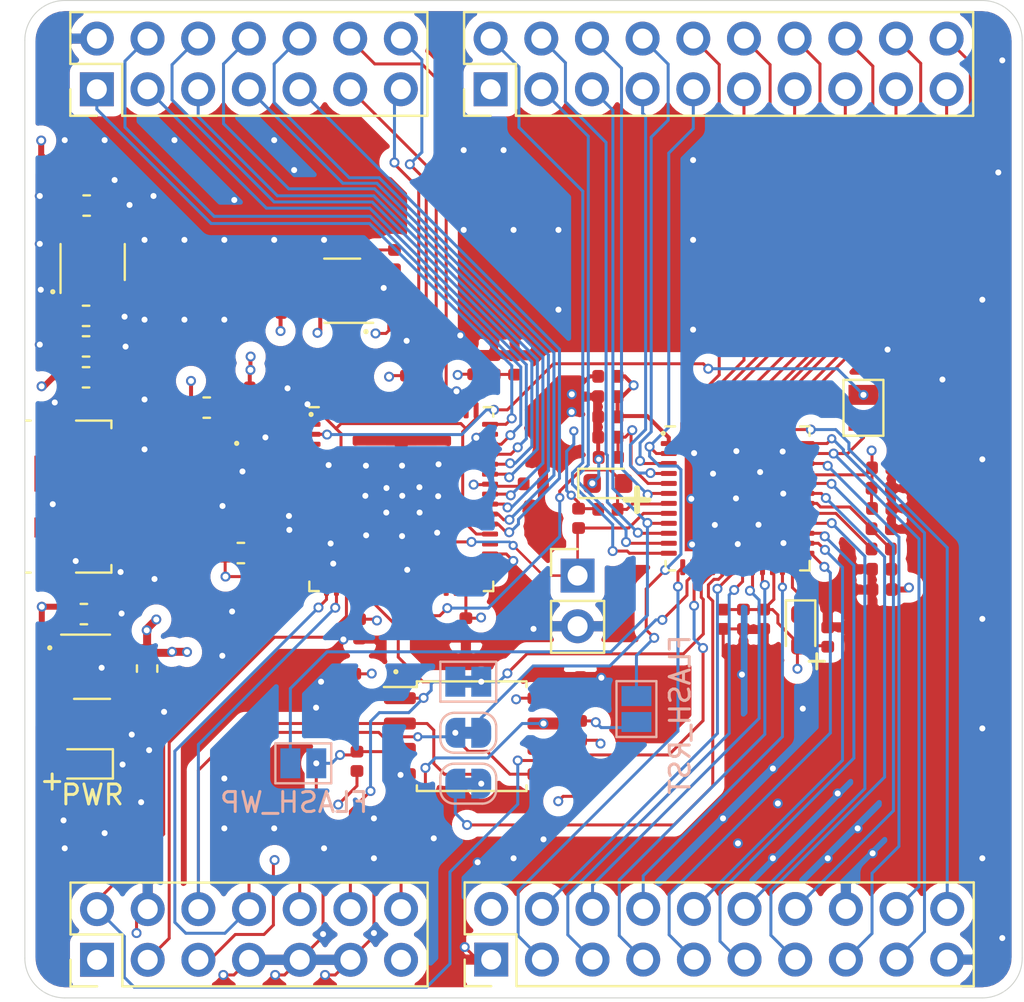
<source format=kicad_pcb>
(kicad_pcb (version 20171130) (host pcbnew "(5.1.6)-1")
  (layers (0 F.Cu signal) (1 In1.Cu power) (2 In2.Cu power) (31 B.Cu signal) (34 B.Paste user) (35 F.Paste user) (36 B.SilkS user) (37 F.SilkS user) (38 B.Mask user) (39 F.Mask user) (44 Edge.Cuts user))
  (net 0 "")
  (net 1 +5V)
  (net 2 GND)
  (net 3 "Net-(C2-Pad2)")
  (net 4 +3V3)
  (net 5 +1V2)
  (net 6 +1V8)
  (net 7 "Net-(C10-Pad1)")
  (net 8 "Net-(C11-Pad1)")
  (net 9 "Net-(C12-Pad1)")
  (net 10 "Net-(D1-Pad2)")
  (net 11 "Net-(D2-Pad1)")
  (net 12 /CDONE)
  (net 13 "Net-(J1-Pad1)")
  (net 14 "Net-(J1-Pad2)")
  (net 15 "Net-(J1-Pad3)")
  (net 16 /BDBUS6)
  (net 17 /BDBUS5)
  (net 18 /BDBUS4)
  (net 19 /BDBUS3)
  (net 20 /BDBUS2)
  (net 21 /BDBUS1)
  (net 22 /BDBUS0)
  (net 23 /ADBUS3)
  (net 24 /BDBUS7)
  (net 25 /BCBUS0)
  (net 26 /BCBUS1)
  (net 27 /BCBUS2)
  (net 28 /BCBUS3)
  (net 29 /BCBUS4)
  (net 30 /CREST_B)
  (net 31 /FLASH_MOSI)
  (net 32 /ICE_MISO)
  (net 33 /ICE_MOSI)
  (net 34 /FLASH_MISO)
  (net 35 /FLASH_CS)
  (net 36 /ICE_SCK)
  (net 37 /FLASH_IO2_~WP)
  (net 38 /FLASH_RST_IO3_~HLD)
  (net 39 /RGB1)
  (net 40 /IOT_51b)
  (net 41 /IOT_48b)
  (net 42 /IOT_45a_G1)
  (net 43 /IOT_44b)
  (net 44 /ICE_CLK)
  (net 45 /IOT_42b)
  (net 46 /IOB_43a)
  (net 47 /IOB_31b)
  (net 48 /IOB_24a)
  (net 49 /IOB_25b_G3)
  (net 50 /IOB_29b)
  (net 51 /IOT_37a)
  (net 52 /IOB_23b)
  (net 53 /IOB_39a)
  (net 54 /IOT_36b)
  (net 55 /IOT_41a)
  (net 56 /IOT_38b)
  (net 57 /RGB0)
  (net 58 /IOT_51a)
  (net 59 /RGB2)
  (net 60 /IOB_3b_G6)
  (net 61 /IOT_49a)
  (net 62 /IOB_0a)
  (net 63 /IOB_5b)
  (net 64 /IOB_4a)
  (net 65 /IOB_2a)
  (net 66 /IOB_8a)
  (net 67 /IOB_13b)
  (net 68 /IOB_9b)
  (net 69 /IOB_18a)
  (net 70 /IOB_22a)
  (net 71 /IOB_20a)
  (net 72 /ICE_SS)
  (net 73 "Net-(JP1-Pad1)")
  (net 74 "Net-(R3-Pad2)")
  (net 75 "Net-(R4-Pad2)")
  (net 76 "Net-(R5-Pad2)")
  (net 77 "Net-(R6-Pad2)")
  (net 78 "Net-(R7-Pad2)")
  (net 79 "Net-(R9-Pad2)")
  (net 80 "Net-(R10-Pad1)")
  (net 81 "Net-(U1-Pad4)")
  (net 82 "Net-(U4-Pad4)")
  (net 83 "Net-(U5-Pad3)")
  (net 84 "Net-(U5-Pad22)")
  (net 85 "Net-(U5-Pad26)")
  (net 86 "Net-(U5-Pad27)")
  (net 87 "Net-(U5-Pad28)")
  (net 88 "Net-(U5-Pad29)")
  (net 89 "Net-(U5-Pad30)")
  (net 90 "Net-(U5-Pad32)")
  (net 91 "Net-(U5-Pad33)")
  (net 92 "Net-(U5-Pad34)")
  (net 93 "Net-(U5-Pad36)")
  (net 94 "Net-(U5-Pad57)")
  (net 95 "Net-(U5-Pad58)")
  (net 96 "Net-(U5-Pad59)")
  (net 97 "Net-(U5-Pad60)")
  (net 98 /RSTIO3)
  (net 99 /IO2WP)
  (module Connector_PinHeader_2.54mm:PinHeader_1x02_P2.54mm_Vertical (layer F.Cu) (at 142.71 103.83)
    (fp_text reference J4)
    (fp_text value Conn_01x02)
    (pad 2 thru_hole oval (at 0 2.54) (size 1.7 1.7) (drill 1) (layers *.Cu *.Mask) (net 2 GND))
    (pad 1 thru_hole rect (at 0 0) (size 1.7 1.7) (drill 1) (layers *.Cu *.Mask) (net 30 /CREST_B))
  )
  (module Resistor_SMD:R_0402_1005Metric (layer F.Cu) (at 117.4 110.83 180)
    (fp_text reference R8)
    (fp_text value 10k)
    (pad 2 smd roundrect (at 0.485 0 180) (size 0.59 0.64) (layers F.Cu F.Paste F.Mask) (net 1 +5V))
    (pad 1 smd roundrect (at -0.485 0 180) (size 0.59 0.64) (layers F.Cu F.Paste F.Mask) (net 7 "Net-(C10-Pad1)"))
  )
  (module raj:DSC6101JI2A-012 (layer F.Cu) (at 127.07 96.2)
    (fp_text reference U3)
    (fp_text value DSC6101JI2A-012)
    (pad 4 smd rect (at -0.82804 -0.62738) (size 0.7 0.8) (layers F.Cu F.Paste F.Mask) (net 4 +3V3))
    (pad 1 smd rect (at -0.82804 0.62484) (size 0.7 0.8) (layers F.Cu F.Paste F.Mask) (net 4 +3V3))
    (pad 3 smd rect (at 0.82804 -0.62738) (size 0.7 0.8) (layers F.Cu F.Paste F.Mask) (net 73 "Net-(JP1-Pad1)"))
    (pad 2 smd rect (at 0.82804 0.62738) (size 0.7 0.8) (layers F.Cu F.Paste F.Mask) (net 2 GND))
  )
  (module LED_SMD:LED_0603_1608Metric (layer F.Cu) (at 144.228 99.21)
    (fp_text reference D3)
    (fp_text value Blue)
    (pad 2 smd roundrect (at 0.7875 0) (size 0.875 0.95) (layers F.Cu F.Paste F.Mask) (net 12 /CDONE))
    (pad 1 smd roundrect (at -0.7875 0) (size 0.875 0.95) (layers F.Cu F.Paste F.Mask) (net 2 GND))
  )
  (module Package_DFN_QFN:QFN-48-1EP_7x7mm_P0.5mm_EP5.3x5.3mm (layer F.Cu) (at 150.73 99.96)
    (fp_text reference U6)
    (fp_text value ICE40UP5K-SG48I‎)
    (pad 49 smd rect (at 0 0) (size 5.3 5.3) (layers F.Cu F.Mask) (net 2 GND))
    (pad 48 smd roundrect (at -2.75 -3.45) (size 0.25 0.8) (layers F.Cu F.Paste F.Mask) (net 64 /IOB_4a))
    (pad 47 smd roundrect (at -2.25 -3.45) (size 0.25 0.8) (layers F.Cu F.Paste F.Mask) (net 65 /IOB_2a))
    (pad 46 smd roundrect (at -1.75 -3.45) (size 0.25 0.8) (layers F.Cu F.Paste F.Mask) (net 62 /IOB_0a))
    (pad 45 smd roundrect (at -1.25 -3.45) (size 0.25 0.8) (layers F.Cu F.Paste F.Mask) (net 63 /IOB_5b))
    (pad 44 smd roundrect (at -0.75 -3.45) (size 0.25 0.8) (layers F.Cu F.Paste F.Mask) (net 60 /IOB_3b_G6))
    (pad 43 smd roundrect (at -0.25 -3.45) (size 0.25 0.8) (layers F.Cu F.Paste F.Mask) (net 61 /IOT_49a))
    (pad 42 smd roundrect (at 0.25 -3.45) (size 0.25 0.8) (layers F.Cu F.Paste F.Mask) (net 58 /IOT_51a))
    (pad 41 smd roundrect (at 0.75 -3.45) (size 0.25 0.8) (layers F.Cu F.Paste F.Mask) (net 59 /RGB2))
    (pad 40 smd roundrect (at 1.25 -3.45) (size 0.25 0.8) (layers F.Cu F.Paste F.Mask) (net 39 /RGB1))
    (pad 39 smd roundrect (at 1.75 -3.45) (size 0.25 0.8) (layers F.Cu F.Paste F.Mask) (net 57 /RGB0))
    (pad 38 smd roundrect (at 2.25 -3.45) (size 0.25 0.8) (layers F.Cu F.Paste F.Mask) (net 40 /IOT_51b))
    (pad 37 smd roundrect (at 2.75 -3.45) (size 0.25 0.8) (layers F.Cu F.Paste F.Mask) (net 42 /IOT_45a_G1))
    (pad 36 smd roundrect (at 3.45 -2.75) (size 0.8 0.25) (layers F.Cu F.Paste F.Mask) (net 41 /IOT_48b))
    (pad 35 smd roundrect (at 3.45 -2.25) (size 0.8 0.25) (layers F.Cu F.Paste F.Mask) (net 44 /ICE_CLK))
    (pad 34 smd roundrect (at 3.45 -1.75) (size 0.8 0.25) (layers F.Cu F.Paste F.Mask) (net 43 /IOT_44b))
    (pad 33 smd roundrect (at 3.45 -1.25) (size 0.8 0.25) (layers F.Cu F.Paste F.Mask) (net 4 +3V3))
    (pad 32 smd roundrect (at 3.45 -0.75) (size 0.8 0.25) (layers F.Cu F.Paste F.Mask) (net 46 /IOB_43a))
    (pad 31 smd roundrect (at 3.45 -0.25) (size 0.8 0.25) (layers F.Cu F.Paste F.Mask) (net 45 /IOT_42b))
    (pad 30 smd roundrect (at 3.45 0.25) (size 0.8 0.25) (layers F.Cu F.Paste F.Mask) (net 5 +1V2))
    (pad 29 smd roundrect (at 3.45 0.75) (size 0.8 0.25) (layers F.Cu F.Paste F.Mask) (net 80 "Net-(R10-Pad1)"))
    (pad 28 smd roundrect (at 3.45 1.25) (size 0.8 0.25) (layers F.Cu F.Paste F.Mask) (net 55 /IOT_41a))
    (pad 27 smd roundrect (at 3.45 1.75) (size 0.8 0.25) (layers F.Cu F.Paste F.Mask) (net 56 /IOT_38b))
    (pad 26 smd roundrect (at 3.45 2.25) (size 0.8 0.25) (layers F.Cu F.Paste F.Mask) (net 53 /IOB_39a))
    (pad 25 smd roundrect (at 3.45 2.75) (size 0.8 0.25) (layers F.Cu F.Paste F.Mask) (net 54 /IOT_36b))
    (pad 24 smd roundrect (at 2.75 3.45) (size 0.25 0.8) (layers F.Cu F.Paste F.Mask) (net 11 "Net-(D2-Pad1)"))
    (pad 23 smd roundrect (at 2.25 3.45) (size 0.25 0.8) (layers F.Cu F.Paste F.Mask) (net 51 /IOT_37a))
    (pad 22 smd roundrect (at 1.75 3.45) (size 0.25 0.8) (layers F.Cu F.Paste F.Mask) (net 4 +3V3))
    (pad 21 smd roundrect (at 1.25 3.45) (size 0.25 0.8) (layers F.Cu F.Paste F.Mask) (net 52 /IOB_23b))
    (pad 20 smd roundrect (at 0.75 3.45) (size 0.25 0.8) (layers F.Cu F.Paste F.Mask) (net 49 /IOB_25b_G3))
    (pad 19 smd roundrect (at 0.25 3.45) (size 0.25 0.8) (layers F.Cu F.Paste F.Mask) (net 50 /IOB_29b))
    (pad 18 smd roundrect (at -0.25 3.45) (size 0.25 0.8) (layers F.Cu F.Paste F.Mask) (net 47 /IOB_31b))
    (pad 17 smd roundrect (at -0.75 3.45) (size 0.25 0.8) (layers F.Cu F.Paste F.Mask) (net 33 /ICE_MOSI))
    (pad 16 smd roundrect (at -1.25 3.45) (size 0.25 0.8) (layers F.Cu F.Paste F.Mask) (net 72 /ICE_SS))
    (pad 15 smd roundrect (at -1.75 3.45) (size 0.25 0.8) (layers F.Cu F.Paste F.Mask) (net 36 /ICE_SCK))
    (pad 14 smd roundrect (at -2.25 3.45) (size 0.25 0.8) (layers F.Cu F.Paste F.Mask) (net 32 /ICE_MISO))
    (pad 13 smd roundrect (at -2.75 3.45) (size 0.25 0.8) (layers F.Cu F.Paste F.Mask) (net 48 /IOB_24a))
    (pad 12 smd roundrect (at -3.45 2.75) (size 0.8 0.25) (layers F.Cu F.Paste F.Mask) (net 70 /IOB_22a))
    (pad 11 smd roundrect (at -3.45 2.25) (size 0.8 0.25) (layers F.Cu F.Paste F.Mask) (net 71 /IOB_20a))
    (pad 10 smd roundrect (at -3.45 1.75) (size 0.8 0.25) (layers F.Cu F.Paste F.Mask) (net 69 /IOB_18a))
    (pad 9 smd roundrect (at -3.45 1.25) (size 0.8 0.25) (layers F.Cu F.Paste F.Mask) (net 37 /FLASH_IO2_~WP))
    (pad 8 smd roundrect (at -3.45 0.75) (size 0.8 0.25) (layers F.Cu F.Paste F.Mask) (net 30 /CREST_B))
    (pad 7 smd roundrect (at -3.45 0.25) (size 0.8 0.25) (layers F.Cu F.Paste F.Mask) (net 12 /CDONE))
    (pad 6 smd roundrect (at -3.45 -0.25) (size 0.8 0.25) (layers F.Cu F.Paste F.Mask) (net 67 /IOB_13b))
    (pad 5 smd roundrect (at -3.45 -0.75) (size 0.8 0.25) (layers F.Cu F.Paste F.Mask) (net 5 +1V2))
    (pad 4 smd roundrect (at -3.45 -1.25) (size 0.8 0.25) (layers F.Cu F.Paste F.Mask) (net 66 /IOB_8a))
    (pad 3 smd roundrect (at -3.45 -1.75) (size 0.8 0.25) (layers F.Cu F.Paste F.Mask) (net 68 /IOB_9b))
    (pad 2 smd roundrect (at -3.45 -2.25) (size 0.8 0.25) (layers F.Cu F.Paste F.Mask) (net 38 /FLASH_RST_IO3_~HLD))
    (pad 1 smd roundrect (at -3.45 -2.75) (size 0.8 0.25) (layers F.Cu F.Paste F.Mask) (net 4 +3V3))
  )
  (module Capacitor_SMD:C_0402_1005Metric (layer F.Cu) (at 119.82 110.8)
    (fp_text reference C10)
    (fp_text value 1uF)
    (pad 2 smd roundrect (at 0.485 0) (size 0.59 0.64) (layers F.Cu F.Paste F.Mask) (net 2 GND))
    (pad 1 smd roundrect (at -0.485 0) (size 0.59 0.64) (layers F.Cu F.Paste F.Mask) (net 7 "Net-(C10-Pad1)"))
  )
  (module Capacitor_SMD:C_0402_1005Metric (layer F.Cu) (at 122.08 101.51 90)
    (fp_text reference C2)
    (fp_text value 0.1uF)
    (pad 2 smd roundrect (at 0.485 0 90) (size 0.59 0.64) (layers F.Cu F.Paste F.Mask) (net 3 "Net-(C2-Pad2)"))
    (pad 1 smd roundrect (at -0.485 0 90) (size 0.59 0.64) (layers F.Cu F.Paste F.Mask) (net 2 GND))
  )
  (module Capacitor_SMD:C_0402_1005Metric (layer F.Cu) (at 127.37 90.64 180)
    (fp_text reference C3)
    (fp_text value 0.1uF)
    (pad 2 smd roundrect (at 0.485 0 180) (size 0.59 0.64) (layers F.Cu F.Paste F.Mask) (net 2 GND))
    (pad 1 smd roundrect (at -0.485 0 180) (size 0.59 0.64) (layers F.Cu F.Paste F.Mask) (net 4 +3V3))
  )
  (module Capacitor_SMD:C_0402_1005Metric (layer F.Cu) (at 138.53 93.26 90)
    (fp_text reference C6)
    (fp_text value 10uF)
    (pad 2 smd roundrect (at 0.485 0 90) (size 0.59 0.64) (layers F.Cu F.Paste F.Mask) (net 2 GND))
    (pad 1 smd roundrect (at -0.485 0 90) (size 0.59 0.64) (layers F.Cu F.Paste F.Mask) (net 6 +1V8))
  )
  (module Capacitor_SMD:C_0402_1005Metric (layer F.Cu) (at 139.55 93.27 90)
    (fp_text reference C7)
    (fp_text value 0.1uF)
    (pad 2 smd roundrect (at 0.485 0 90) (size 0.59 0.64) (layers F.Cu F.Paste F.Mask) (net 2 GND))
    (pad 1 smd roundrect (at -0.485 0 90) (size 0.59 0.64) (layers F.Cu F.Paste F.Mask) (net 6 +1V8))
  )
  (module Capacitor_SMD:C_0402_1005Metric (layer F.Cu) (at 126.76 94.42)
    (fp_text reference C8)
    (fp_text value 0.1uF)
    (pad 2 smd roundrect (at 0.485 0) (size 0.59 0.64) (layers F.Cu F.Paste F.Mask) (net 2 GND))
    (pad 1 smd roundrect (at -0.485 0) (size 0.59 0.64) (layers F.Cu F.Paste F.Mask) (net 4 +3V3))
  )
  (module Capacitor_SMD:C_0402_1005Metric (layer F.Cu) (at 126.4 100.39 180)
    (fp_text reference C11)
    (fp_text value 4.7uF)
    (pad 2 smd roundrect (at 0.485 0 180) (size 0.59 0.64) (layers F.Cu F.Paste F.Mask) (net 2 GND))
    (pad 1 smd roundrect (at -0.485 0 180) (size 0.59 0.64) (layers F.Cu F.Paste F.Mask) (net 8 "Net-(C11-Pad1)"))
  )
  (module Capacitor_SMD:C_0402_1005Metric (layer F.Cu) (at 124.475 96.72 180)
    (fp_text reference C12)
    (fp_text value 4.7uF)
    (pad 2 smd roundrect (at 0.485 0 180) (size 0.59 0.64) (layers F.Cu F.Paste F.Mask) (net 2 GND))
    (pad 1 smd roundrect (at -0.485 0 180) (size 0.59 0.64) (layers F.Cu F.Paste F.Mask) (net 9 "Net-(C12-Pad1)"))
  )
  (module Capacitor_SMD:C_0402_1005Metric (layer F.Cu) (at 126.38 101.41 180)
    (fp_text reference C13)
    (fp_text value 0.1uF)
    (pad 2 smd roundrect (at 0.485 0 180) (size 0.59 0.64) (layers F.Cu F.Paste F.Mask) (net 2 GND))
    (pad 1 smd roundrect (at -0.485 0 180) (size 0.59 0.64) (layers F.Cu F.Paste F.Mask) (net 8 "Net-(C11-Pad1)"))
  )
  (module Capacitor_SMD:C_0402_1005Metric (layer F.Cu) (at 124.49 97.75 180)
    (fp_text reference C14)
    (fp_text value 0.1uF)
    (pad 2 smd roundrect (at 0.485 0 180) (size 0.59 0.64) (layers F.Cu F.Paste F.Mask) (net 2 GND))
    (pad 1 smd roundrect (at -0.485 0 180) (size 0.59 0.64) (layers F.Cu F.Paste F.Mask) (net 9 "Net-(C12-Pad1)"))
  )
  (module Capacitor_SMD:C_0402_1005Metric (layer F.Cu) (at 137.5 93.25 90)
    (fp_text reference C16)
    (fp_text value 0.1uF)
    (pad 2 smd roundrect (at 0.485 0 90) (size 0.59 0.64) (layers F.Cu F.Paste F.Mask) (net 2 GND))
    (pad 1 smd roundrect (at -0.485 0 90) (size 0.59 0.64) (layers F.Cu F.Paste F.Mask) (net 4 +3V3))
  )
  (module Capacitor_SMD:C_0402_1005Metric (layer F.Cu) (at 134.13 93.32 90)
    (fp_text reference C17)
    (fp_text value 0.1uF)
    (pad 2 smd roundrect (at 0.485 0 90) (size 0.59 0.64) (layers F.Cu F.Paste F.Mask) (net 2 GND))
    (pad 1 smd roundrect (at -0.485 0 90) (size 0.59 0.64) (layers F.Cu F.Paste F.Mask) (net 4 +3V3))
  )
  (module Capacitor_SMD:C_0402_1005Metric (layer F.Cu) (at 157.954 100.464)
    (fp_text reference C18)
    (fp_text value 1uF)
    (pad 2 smd roundrect (at 0.485 0) (size 0.59 0.64) (layers F.Cu F.Paste F.Mask) (net 2 GND))
    (pad 1 smd roundrect (at -0.485 0) (size 0.59 0.64) (layers F.Cu F.Paste F.Mask) (net 4 +3V3))
  )
  (module Capacitor_SMD:C_0402_1005Metric (layer F.Cu) (at 140.49 99.23)
    (fp_text reference C19)
    (fp_text value 0.1uF)
    (pad 2 smd roundrect (at 0.485 0) (size 0.59 0.64) (layers F.Cu F.Paste F.Mask) (net 2 GND))
    (pad 1 smd roundrect (at -0.485 0) (size 0.59 0.64) (layers F.Cu F.Paste F.Mask) (net 4 +3V3))
  )
  (module Capacitor_SMD:C_0402_1005Metric (layer F.Cu) (at 157.931 101.48)
    (fp_text reference C20)
    (fp_text value 1uF)
    (pad 2 smd roundrect (at 0.485 0) (size 0.59 0.64) (layers F.Cu F.Paste F.Mask) (net 2 GND))
    (pad 1 smd roundrect (at -0.485 0) (size 0.59 0.64) (layers F.Cu F.Paste F.Mask) (net 5 +1V2))
  )
  (module Capacitor_SMD:C_0402_1005Metric (layer F.Cu) (at 157.931 99.448)
    (fp_text reference C21)
    (fp_text value 0.1uF)
    (pad 2 smd roundrect (at 0.485 0) (size 0.59 0.64) (layers F.Cu F.Paste F.Mask) (net 2 GND))
    (pad 1 smd roundrect (at -0.485 0) (size 0.59 0.64) (layers F.Cu F.Paste F.Mask) (net 4 +3V3))
  )
  (module Capacitor_SMD:C_0402_1005Metric (layer F.Cu) (at 137.11 106.45 270)
    (fp_text reference C22)
    (fp_text value 0.1uF)
    (pad 2 smd roundrect (at 0.485 0 270) (size 0.59 0.64) (layers F.Cu F.Paste F.Mask) (net 2 GND))
    (pad 1 smd roundrect (at -0.485 0 270) (size 0.59 0.64) (layers F.Cu F.Paste F.Mask) (net 4 +3V3))
  )
  (module Capacitor_SMD:C_0402_1005Metric (layer F.Cu) (at 157.977 104.528 180)
    (fp_text reference C23)
    (fp_text value 10uF)
    (pad 2 smd roundrect (at 0.485 0 180) (size 0.59 0.64) (layers F.Cu F.Paste F.Mask) (net 2 GND))
    (pad 1 smd roundrect (at -0.485 0 180) (size 0.59 0.64) (layers F.Cu F.Paste F.Mask) (net 5 +1V2))
  )
  (module Capacitor_SMD:C_0402_1005Metric (layer F.Cu) (at 157.954 98.432)
    (fp_text reference C24)
    (fp_text value 10nF)
    (pad 2 smd roundrect (at 0.485 0) (size 0.59 0.64) (layers F.Cu F.Paste F.Mask) (net 2 GND))
    (pad 1 smd roundrect (at -0.485 0) (size 0.59 0.64) (layers F.Cu F.Paste F.Mask) (net 4 +3V3))
  )
  (module Capacitor_SMD:C_0402_1005Metric (layer F.Cu) (at 144.251 97.906 180)
    (fp_text reference C25)
    (fp_text value 0.1uF)
    (pad 2 smd roundrect (at 0.485 0 180) (size 0.59 0.64) (layers F.Cu F.Paste F.Mask) (net 2 GND))
    (pad 1 smd roundrect (at -0.485 0 180) (size 0.59 0.64) (layers F.Cu F.Paste F.Mask) (net 5 +1V2))
  )
  (module Capacitor_SMD:C_0402_1005Metric (layer F.Cu) (at 131.78 106.5 270)
    (fp_text reference C26)
    (fp_text value 0.1uF)
    (pad 2 smd roundrect (at 0.485 0 270) (size 0.59 0.64) (layers F.Cu F.Paste F.Mask) (net 2 GND))
    (pad 1 smd roundrect (at -0.485 0 270) (size 0.59 0.64) (layers F.Cu F.Paste F.Mask) (net 4 +3V3))
  )
  (module Capacitor_SMD:C_0402_1005Metric (layer F.Cu) (at 155.25 106.91 90)
    (fp_text reference C27)
    (fp_text value 0.1uF)
    (pad 2 smd roundrect (at 0.485 0 90) (size 0.59 0.64) (layers F.Cu F.Paste F.Mask) (net 2 GND))
    (pad 1 smd roundrect (at -0.485 0 90) (size 0.59 0.64) (layers F.Cu F.Paste F.Mask) (net 4 +3V3))
  )
  (module Capacitor_SMD:C_0402_1005Metric (layer F.Cu) (at 157.954 103.512 180)
    (fp_text reference C28)
    (fp_text value 0.1uF)
    (pad 2 smd roundrect (at 0.485 0 180) (size 0.59 0.64) (layers F.Cu F.Paste F.Mask) (net 2 GND))
    (pad 1 smd roundrect (at -0.485 0 180) (size 0.59 0.64) (layers F.Cu F.Paste F.Mask) (net 5 +1V2))
  )
  (module Capacitor_SMD:C_0402_1005Metric (layer F.Cu) (at 144.228 96.89 180)
    (fp_text reference C29)
    (fp_text value 10nF)
    (pad 2 smd roundrect (at 0.485 0 180) (size 0.59 0.64) (layers F.Cu F.Paste F.Mask) (net 2 GND))
    (pad 1 smd roundrect (at -0.485 0 180) (size 0.59 0.64) (layers F.Cu F.Paste F.Mask) (net 5 +1V2))
  )
  (module Capacitor_SMD:C_0402_1005Metric (layer F.Cu) (at 152.04 106.018 270)
    (fp_text reference C30)
    (fp_text value 1uF)
    (pad 2 smd roundrect (at 0.485 0 270) (size 0.59 0.64) (layers F.Cu F.Paste F.Mask) (net 2 GND))
    (pad 1 smd roundrect (at -0.485 0 270) (size 0.59 0.64) (layers F.Cu F.Paste F.Mask) (net 4 +3V3))
  )
  (module Capacitor_SMD:C_0402_1005Metric (layer F.Cu) (at 144.228 95.874 180)
    (fp_text reference C31)
    (fp_text value 1uF)
    (pad 2 smd roundrect (at 0.485 0 180) (size 0.59 0.64) (layers F.Cu F.Paste F.Mask) (net 2 GND))
    (pad 1 smd roundrect (at -0.485 0 180) (size 0.59 0.64) (layers F.Cu F.Paste F.Mask) (net 4 +3V3))
  )
  (module Capacitor_SMD:C_0402_1005Metric (layer F.Cu) (at 151.024 106.018 270)
    (fp_text reference C32)
    (fp_text value 0.1uF)
    (pad 2 smd roundrect (at 0.485 0 270) (size 0.59 0.64) (layers F.Cu F.Paste F.Mask) (net 2 GND))
    (pad 1 smd roundrect (at -0.485 0 270) (size 0.59 0.64) (layers F.Cu F.Paste F.Mask) (net 4 +3V3))
  )
  (module Capacitor_SMD:C_0402_1005Metric (layer F.Cu) (at 144.228 94.858 180)
    (fp_text reference C33)
    (fp_text value 0.1uF)
    (pad 2 smd roundrect (at 0.485 0 180) (size 0.59 0.64) (layers F.Cu F.Paste F.Mask) (net 2 GND))
    (pad 1 smd roundrect (at -0.485 0 180) (size 0.59 0.64) (layers F.Cu F.Paste F.Mask) (net 4 +3V3))
  )
  (module Capacitor_SMD:C_0402_1005Metric (layer F.Cu) (at 150.008 106.018 270)
    (fp_text reference C34)
    (fp_text value 10nF)
    (pad 2 smd roundrect (at 0.485 0 270) (size 0.59 0.64) (layers F.Cu F.Paste F.Mask) (net 2 GND))
    (pad 1 smd roundrect (at -0.485 0 270) (size 0.59 0.64) (layers F.Cu F.Paste F.Mask) (net 4 +3V3))
  )
  (module Capacitor_SMD:C_0402_1005Metric (layer F.Cu) (at 144.228 93.842 180)
    (fp_text reference C35)
    (fp_text value 10nF)
    (pad 2 smd roundrect (at 0.485 0 180) (size 0.59 0.64) (layers F.Cu F.Paste F.Mask) (net 2 GND))
    (pad 1 smd roundrect (at -0.485 0 180) (size 0.59 0.64) (layers F.Cu F.Paste F.Mask) (net 4 +3V3))
  )
  (module Capacitor_SMD:C_0402_1005Metric (layer F.Cu) (at 142.85 109.4 90)
    (fp_text reference C36)
    (fp_text value 0.1uF)
    (pad 2 smd roundrect (at 0.485 0 90) (size 0.59 0.64) (layers F.Cu F.Paste F.Mask) (net 2 GND))
    (pad 1 smd roundrect (at -0.485 0 90) (size 0.59 0.64) (layers F.Cu F.Paste F.Mask) (net 4 +3V3))
  )
  (module Jumper:SolderJumper-2_P1.3mm_Bridged_RoundedPad1.0x1.5mm (layer B.Cu) (at 137.23 114.26)
    (fp_text reference JP3)
    (fp_text value Jumper)
    (fp_poly (pts (xy 0.25 0.3) (xy -0.25 0.3) (xy -0.25 -0.3) (xy 0.25 -0.3)) (layer B.Cu) (width 0))
    (pad 1 smd custom (at -0.65 0) (size 1 0.5) (layers B.Cu B.Mask) (net 33 /ICE_MOSI) (options (clearance outline) (anchor rect)) (primitives (gr_circle (center 0 -0.25) (end 0.5 -0.25) (width 0)) (gr_circle (center 0 0.25) (end 0.5 0.25) (width 0)) (gr_poly (pts (xy 0 0.75) (xy 0.5 0.75) (xy 0.5 -0.75) (xy 0 -0.75)) (width 0))))
    (pad 2 smd custom (at 0.65 0) (size 1 0.5) (layers B.Cu B.Mask) (net 34 /FLASH_MISO) (options (clearance outline) (anchor rect)) (primitives (gr_circle (center 0 -0.25) (end 0.5 -0.25) (width 0)) (gr_circle (center 0 0.25) (end 0.5 0.25) (width 0)) (gr_poly (pts (xy 0 0.75) (xy -0.5 0.75) (xy -0.5 -0.75) (xy 0 -0.75)) (width 0))))
  )
  (module Jumper:SolderJumper-2_P1.3mm_Bridged_RoundedPad1.0x1.5mm (layer B.Cu) (at 137.23 111.71)
    (fp_text reference JP2)
    (fp_text value Jumper)
    (fp_poly (pts (xy 0.25 0.3) (xy -0.25 0.3) (xy -0.25 -0.3) (xy 0.25 -0.3)) (layer B.Cu) (width 0))
    (pad 1 smd custom (at -0.65 0) (size 1 0.5) (layers B.Cu B.Mask) (net 31 /FLASH_MOSI) (options (clearance outline) (anchor rect)) (primitives (gr_circle (center 0 -0.25) (end 0.5 -0.25) (width 0)) (gr_circle (center 0 0.25) (end 0.5 0.25) (width 0)) (gr_poly (pts (xy 0 0.75) (xy 0.5 0.75) (xy 0.5 -0.75) (xy 0 -0.75)) (width 0))))
    (pad 2 smd custom (at 0.65 0) (size 1 0.5) (layers B.Cu B.Mask) (net 32 /ICE_MISO) (options (clearance outline) (anchor rect)) (primitives (gr_circle (center 0 -0.25) (end 0.5 -0.25) (width 0)) (gr_circle (center 0 0.25) (end 0.5 0.25) (width 0)) (gr_poly (pts (xy 0 0.75) (xy -0.5 0.75) (xy -0.5 -0.75) (xy 0 -0.75)) (width 0))))
  )
  (module Jumper:SolderJumper-2_P1.3mm_Open_Pad1.0x1.5mm (layer B.Cu) (at 128.96 113.24 180)
    (fp_text reference JP5)
    (fp_text value Jumper)
    (pad 1 smd rect (at -0.65 0 180) (size 1 1.5) (layers B.Cu B.Mask) (net 99 /IO2WP))
    (pad 2 smd rect (at 0.65 0 180) (size 1 1.5) (layers B.Cu B.Mask) (net 37 /FLASH_IO2_~WP))
  )
  (module Package_DFN_QFN:QFN-64-1EP_9x9mm_P0.5mm_EP4.35x4.35mm (layer F.Cu) (at 133.872 99.996)
    (fp_text reference U5)
    (fp_text value FT2232HQ)
    (pad 65 smd rect (at 0 0) (size 4.35 4.35) (layers F.Cu F.Mask) (net 2 GND))
    (pad 64 smd roundrect (at -3.75 -4.45) (size 0.25 0.8) (layers F.Cu F.Paste F.Mask) (net 6 +1V8))
    (pad 63 smd roundrect (at -3.25 -4.45) (size 0.25 0.8) (layers F.Cu F.Paste F.Mask) (net 74 "Net-(R3-Pad2)"))
    (pad 62 smd roundrect (at -2.75 -4.45) (size 0.25 0.8) (layers F.Cu F.Paste F.Mask) (net 75 "Net-(R4-Pad2)"))
    (pad 61 smd roundrect (at -2.25 -4.45) (size 0.25 0.8) (layers F.Cu F.Paste F.Mask) (net 78 "Net-(R7-Pad2)"))
    (pad 60 smd roundrect (at -1.75 -4.45) (size 0.25 0.8) (layers F.Cu F.Paste F.Mask) (net 97 "Net-(U5-Pad60)"))
    (pad 59 smd roundrect (at -1.25 -4.45) (size 0.25 0.8) (layers F.Cu F.Paste F.Mask) (net 96 "Net-(U5-Pad59)"))
    (pad 58 smd roundrect (at -0.75 -4.45) (size 0.25 0.8) (layers F.Cu F.Paste F.Mask) (net 95 "Net-(U5-Pad58)"))
    (pad 57 smd roundrect (at -0.25 -4.45) (size 0.25 0.8) (layers F.Cu F.Paste F.Mask) (net 94 "Net-(U5-Pad57)"))
    (pad 56 smd roundrect (at 0.25 -4.45) (size 0.25 0.8) (layers F.Cu F.Paste F.Mask) (net 4 +3V3))
    (pad 55 smd roundrect (at 0.75 -4.45) (size 0.25 0.8) (layers F.Cu F.Paste F.Mask) (net 29 /BCBUS4))
    (pad 54 smd roundrect (at 1.25 -4.45) (size 0.25 0.8) (layers F.Cu F.Paste F.Mask) (net 28 /BCBUS3))
    (pad 53 smd roundrect (at 1.75 -4.45) (size 0.25 0.8) (layers F.Cu F.Paste F.Mask) (net 27 /BCBUS2))
    (pad 52 smd roundrect (at 2.25 -4.45) (size 0.25 0.8) (layers F.Cu F.Paste F.Mask) (net 26 /BCBUS1))
    (pad 51 smd roundrect (at 2.75 -4.45) (size 0.25 0.8) (layers F.Cu F.Paste F.Mask) (net 2 GND))
    (pad 50 smd roundrect (at 3.25 -4.45) (size 0.25 0.8) (layers F.Cu F.Paste F.Mask) (net 4 +3V3))
    (pad 49 smd roundrect (at 3.75 -4.45) (size 0.25 0.8) (layers F.Cu F.Paste F.Mask) (net 6 +1V8))
    (pad 48 smd roundrect (at 4.45 -3.75) (size 0.8 0.25) (layers F.Cu F.Paste F.Mask) (net 25 /BCBUS0))
    (pad 47 smd roundrect (at 4.45 -3.25) (size 0.8 0.25) (layers F.Cu F.Paste F.Mask) (net 2 GND))
    (pad 46 smd roundrect (at 4.45 -2.75) (size 0.8 0.25) (layers F.Cu F.Paste F.Mask) (net 24 /BDBUS7))
    (pad 45 smd roundrect (at 4.45 -2.25) (size 0.8 0.25) (layers F.Cu F.Paste F.Mask) (net 16 /BDBUS6))
    (pad 44 smd roundrect (at 4.45 -1.75) (size 0.8 0.25) (layers F.Cu F.Paste F.Mask) (net 17 /BDBUS5))
    (pad 43 smd roundrect (at 4.45 -1.25) (size 0.8 0.25) (layers F.Cu F.Paste F.Mask) (net 18 /BDBUS4))
    (pad 42 smd roundrect (at 4.45 -0.75) (size 0.8 0.25) (layers F.Cu F.Paste F.Mask) (net 4 +3V3))
    (pad 41 smd roundrect (at 4.45 -0.25) (size 0.8 0.25) (layers F.Cu F.Paste F.Mask) (net 19 /BDBUS3))
    (pad 40 smd roundrect (at 4.45 0.25) (size 0.8 0.25) (layers F.Cu F.Paste F.Mask) (net 20 /BDBUS2))
    (pad 39 smd roundrect (at 4.45 0.75) (size 0.8 0.25) (layers F.Cu F.Paste F.Mask) (net 21 /BDBUS1))
    (pad 38 smd roundrect (at 4.45 1.25) (size 0.8 0.25) (layers F.Cu F.Paste F.Mask) (net 22 /BDBUS0))
    (pad 37 smd roundrect (at 4.45 1.75) (size 0.8 0.25) (layers F.Cu F.Paste F.Mask) (net 6 +1V8))
    (pad 36 smd roundrect (at 4.45 2.25) (size 0.8 0.25) (layers F.Cu F.Paste F.Mask) (net 93 "Net-(U5-Pad36)"))
    (pad 35 smd roundrect (at 4.45 2.75) (size 0.8 0.25) (layers F.Cu F.Paste F.Mask) (net 2 GND))
    (pad 34 smd roundrect (at 4.45 3.25) (size 0.8 0.25) (layers F.Cu F.Paste F.Mask) (net 92 "Net-(U5-Pad34)"))
    (pad 33 smd roundrect (at 4.45 3.75) (size 0.8 0.25) (layers F.Cu F.Paste F.Mask) (net 91 "Net-(U5-Pad33)"))
    (pad 32 smd roundrect (at 3.75 4.45) (size 0.25 0.8) (layers F.Cu F.Paste F.Mask) (net 90 "Net-(U5-Pad32)"))
    (pad 31 smd roundrect (at 3.25 4.45) (size 0.25 0.8) (layers F.Cu F.Paste F.Mask) (net 4 +3V3))
    (pad 30 smd roundrect (at 2.75 4.45) (size 0.25 0.8) (layers F.Cu F.Paste F.Mask) (net 89 "Net-(U5-Pad30)"))
    (pad 29 smd roundrect (at 2.25 4.45) (size 0.25 0.8) (layers F.Cu F.Paste F.Mask) (net 88 "Net-(U5-Pad29)"))
    (pad 28 smd roundrect (at 1.75 4.45) (size 0.25 0.8) (layers F.Cu F.Paste F.Mask) (net 87 "Net-(U5-Pad28)"))
    (pad 27 smd roundrect (at 1.25 4.45) (size 0.25 0.8) (layers F.Cu F.Paste F.Mask) (net 86 "Net-(U5-Pad27)"))
    (pad 26 smd roundrect (at 0.75 4.45) (size 0.25 0.8) (layers F.Cu F.Paste F.Mask) (net 85 "Net-(U5-Pad26)"))
    (pad 25 smd roundrect (at 0.25 4.45) (size 0.25 0.8) (layers F.Cu F.Paste F.Mask) (net 2 GND))
    (pad 24 smd roundrect (at -0.25 4.45) (size 0.25 0.8) (layers F.Cu F.Paste F.Mask) (net 30 /CREST_B))
    (pad 23 smd roundrect (at -0.75 4.45) (size 0.25 0.8) (layers F.Cu F.Paste F.Mask) (net 12 /CDONE))
    (pad 22 smd roundrect (at -1.25 4.45) (size 0.25 0.8) (layers F.Cu F.Paste F.Mask) (net 84 "Net-(U5-Pad22)"))
    (pad 21 smd roundrect (at -1.75 4.45) (size 0.25 0.8) (layers F.Cu F.Paste F.Mask) (net 72 /ICE_SS))
    (pad 20 smd roundrect (at -2.25 4.45) (size 0.25 0.8) (layers F.Cu F.Paste F.Mask) (net 4 +3V3))
    (pad 19 smd roundrect (at -2.75 4.45) (size 0.25 0.8) (layers F.Cu F.Paste F.Mask) (net 23 /ADBUS3))
    (pad 18 smd roundrect (at -3.25 4.45) (size 0.25 0.8) (layers F.Cu F.Paste F.Mask) (net 34 /FLASH_MISO))
    (pad 17 smd roundrect (at -3.75 4.45) (size 0.25 0.8) (layers F.Cu F.Paste F.Mask) (net 31 /FLASH_MOSI))
    (pad 16 smd roundrect (at -4.45 3.75) (size 0.8 0.25) (layers F.Cu F.Paste F.Mask) (net 36 /ICE_SCK))
    (pad 15 smd roundrect (at -4.45 3.25) (size 0.8 0.25) (layers F.Cu F.Paste F.Mask) (net 2 GND))
    (pad 14 smd roundrect (at -4.45 2.75) (size 0.8 0.25) (layers F.Cu F.Paste F.Mask) (net 79 "Net-(R9-Pad2)"))
    (pad 13 smd roundrect (at -4.45 2.25) (size 0.8 0.25) (layers F.Cu F.Paste F.Mask) (net 2 GND))
    (pad 12 smd roundrect (at -4.45 1.75) (size 0.8 0.25) (layers F.Cu F.Paste F.Mask) (net 6 +1V8))
    (pad 11 smd roundrect (at -4.45 1.25) (size 0.8 0.25) (layers F.Cu F.Paste F.Mask) (net 2 GND))
    (pad 10 smd roundrect (at -4.45 0.75) (size 0.8 0.25) (layers F.Cu F.Paste F.Mask) (net 2 GND))
    (pad 9 smd roundrect (at -4.45 0.25) (size 0.8 0.25) (layers F.Cu F.Paste F.Mask) (net 8 "Net-(C11-Pad1)"))
    (pad 8 smd roundrect (at -4.45 -0.25) (size 0.8 0.25) (layers F.Cu F.Paste F.Mask) (net 15 "Net-(J1-Pad3)"))
    (pad 7 smd roundrect (at -4.45 -0.75) (size 0.8 0.25) (layers F.Cu F.Paste F.Mask) (net 14 "Net-(J1-Pad2)"))
    (pad 6 smd roundrect (at -4.45 -1.25) (size 0.8 0.25) (layers F.Cu F.Paste F.Mask) (net 77 "Net-(R6-Pad2)"))
    (pad 5 smd roundrect (at -4.45 -1.75) (size 0.8 0.25) (layers F.Cu F.Paste F.Mask) (net 2 GND))
    (pad 4 smd roundrect (at -4.45 -2.25) (size 0.8 0.25) (layers F.Cu F.Paste F.Mask) (net 9 "Net-(C12-Pad1)"))
    (pad 3 smd roundrect (at -4.45 -2.75) (size 0.8 0.25) (layers F.Cu F.Paste F.Mask) (net 83 "Net-(U5-Pad3)"))
    (pad 2 smd roundrect (at -4.45 -3.25) (size 0.8 0.25) (layers F.Cu F.Paste F.Mask) (net 73 "Net-(JP1-Pad1)"))
    (pad 1 smd roundrect (at -4.45 -3.75) (size 0.8 0.25) (layers F.Cu F.Paste F.Mask) (net 2 GND))
  )
  (module Connector_USB:USB_Micro-B_Molex_47346-0001 (layer F.Cu) (at 117.63 99.87 270)
    (fp_text reference J1)
    (fp_text value USB_B_Micro)
    (pad 6 smd rect (at 1.55 1.2 270) (size 1 1.9) (layers F.Cu F.Paste F.Mask) (net 2 GND))
    (pad 6 smd rect (at -1.15 1.2 270) (size 1.8 1.9) (layers F.Cu F.Paste F.Mask) (net 2 GND))
    (pad 6 smd rect (at 3.375 1.2 270) (size 1.65 1.3) (layers F.Cu F.Paste F.Mask) (net 2 GND))
    (pad 6 smd rect (at -3.375 1.2 270) (size 1.65 1.3) (layers F.Cu F.Paste F.Mask) (net 2 GND))
    (pad 6 smd rect (at 2.4875 -1.375 270) (size 1.425 1.55) (layers F.Cu F.Paste F.Mask) (net 2 GND))
    (pad 6 smd rect (at -2.4875 -1.375 270) (size 1.425 1.55) (layers F.Cu F.Paste F.Mask) (net 2 GND))
    (pad 5 smd rect (at 1.3 -1.46 270) (size 0.45 1.38) (layers F.Cu F.Paste F.Mask) (net 2 GND))
    (pad 4 smd rect (at 0.65 -1.46 270) (size 0.45 1.38) (layers F.Cu F.Paste F.Mask) (net 3 "Net-(C2-Pad2)"))
    (pad 3 smd rect (at 0 -1.46 270) (size 0.45 1.38) (layers F.Cu F.Paste F.Mask) (net 15 "Net-(J1-Pad3)"))
    (pad 2 smd rect (at -0.65 -1.46 270) (size 0.45 1.38) (layers F.Cu F.Paste F.Mask) (net 14 "Net-(J1-Pad2)"))
    (pad 1 smd rect (at -1.3 -1.46 270) (size 0.45 1.38) (layers F.Cu F.Paste F.Mask) (net 13 "Net-(J1-Pad1)"))
  )
  (module Package_SO:SOIC-8_5.275x5.275mm_P1.27mm (layer F.Cu) (at 137.4 111.88)
    (fp_text reference U7)
    (fp_text value W25Q128JVSIQ)
    (pad 8 smd roundrect (at 3.6 -1.905) (size 1.6 0.6) (layers F.Cu F.Paste F.Mask) (net 4 +3V3))
    (pad 7 smd roundrect (at 3.6 -0.635) (size 1.6 0.6) (layers F.Cu F.Paste F.Mask) (net 98 /RSTIO3))
    (pad 6 smd roundrect (at 3.6 0.635) (size 1.6 0.6) (layers F.Cu F.Paste F.Mask) (net 36 /ICE_SCK))
    (pad 5 smd roundrect (at 3.6 1.905) (size 1.6 0.6) (layers F.Cu F.Paste F.Mask) (net 31 /FLASH_MOSI))
    (pad 4 smd roundrect (at -3.6 1.905) (size 1.6 0.6) (layers F.Cu F.Paste F.Mask) (net 2 GND))
    (pad 3 smd roundrect (at -3.6 0.635) (size 1.6 0.6) (layers F.Cu F.Paste F.Mask) (net 99 /IO2WP))
    (pad 2 smd roundrect (at -3.6 -0.635) (size 1.6 0.6) (layers F.Cu F.Paste F.Mask) (net 34 /FLASH_MISO))
    (pad 1 smd roundrect (at -3.6 -1.905) (size 1.6 0.6) (layers F.Cu F.Paste F.Mask) (net 35 /FLASH_CS))
  )
  (module Connector_PinHeader_2.54mm:PinHeader_2x07_P2.54mm_Vertical (layer F.Cu) (at 118.61 79.45 90)
    (fp_text reference J3)
    (fp_text value Conn_02x07_Top_Bottom)
    (pad 14 thru_hole oval (at 2.54 15.24 90) (size 1.7 1.7) (drill 1) (layers *.Cu *.Mask) (net 28 /BCBUS3))
    (pad 13 thru_hole oval (at 0 15.24 90) (size 1.7 1.7) (drill 1) (layers *.Cu *.Mask) (net 29 /BCBUS4))
    (pad 12 thru_hole oval (at 2.54 12.7 90) (size 1.7 1.7) (drill 1) (layers *.Cu *.Mask) (net 26 /BCBUS1))
    (pad 11 thru_hole oval (at 0 12.7 90) (size 1.7 1.7) (drill 1) (layers *.Cu *.Mask) (net 27 /BCBUS2))
    (pad 10 thru_hole oval (at 2.54 10.16 90) (size 1.7 1.7) (drill 1) (layers *.Cu *.Mask) (net 21 /BDBUS1))
    (pad 9 thru_hole oval (at 0 10.16 90) (size 1.7 1.7) (drill 1) (layers *.Cu *.Mask) (net 22 /BDBUS0))
    (pad 8 thru_hole oval (at 2.54 7.62 90) (size 1.7 1.7) (drill 1) (layers *.Cu *.Mask) (net 19 /BDBUS3))
    (pad 7 thru_hole oval (at 0 7.62 90) (size 1.7 1.7) (drill 1) (layers *.Cu *.Mask) (net 20 /BDBUS2))
    (pad 6 thru_hole oval (at 2.54 5.08 90) (size 1.7 1.7) (drill 1) (layers *.Cu *.Mask) (net 17 /BDBUS5))
    (pad 5 thru_hole oval (at 0 5.08 90) (size 1.7 1.7) (drill 1) (layers *.Cu *.Mask) (net 18 /BDBUS4))
    (pad 4 thru_hole oval (at 2.54 2.54 90) (size 1.7 1.7) (drill 1) (layers *.Cu *.Mask) (net 24 /BDBUS7))
    (pad 3 thru_hole oval (at 0 2.54 90) (size 1.7 1.7) (drill 1) (layers *.Cu *.Mask) (net 16 /BDBUS6))
    (pad 2 thru_hole oval (at 2.54 0 90) (size 1.7 1.7) (drill 1) (layers *.Cu *.Mask) (net 2 GND))
    (pad 1 thru_hole rect (at 0 0 90) (size 1.7 1.7) (drill 1) (layers *.Cu *.Mask) (net 25 /BCBUS0))
  )
  (module Capacitor_SMD:C_0603_1608Metric (layer F.Cu) (at 118.07 92.34)
    (fp_text reference C4)
    (fp_text value 0.1uF)
    (pad 2 smd roundrect (at 0.7875 0) (size 0.875 0.95) (layers F.Cu F.Paste F.Mask) (net 2 GND))
    (pad 1 smd roundrect (at -0.7875 0) (size 0.875 0.95) (layers F.Cu F.Paste F.Mask) (net 1 +5V))
  )
  (module Connector_PinHeader_2.54mm:PinHeader_2x07_P2.54mm_Vertical (layer F.Cu) (at 118.62 123.09 90)
    (fp_text reference J2)
    (fp_text value Conn_02x07_Top_Bottom)
    (pad 14 thru_hole oval (at 2.54 15.24 90) (size 1.7 1.7) (drill 1) (layers *.Cu *.Mask) (net 98 /RSTIO3))
    (pad 13 thru_hole oval (at 0 15.24 90) (size 1.7 1.7) (drill 1) (layers *.Cu *.Mask) (net 1 +5V))
    (pad 12 thru_hole oval (at 2.54 12.7 90) (size 1.7 1.7) (drill 1) (layers *.Cu *.Mask) (net 35 /FLASH_CS))
    (pad 11 thru_hole oval (at 0 12.7 90) (size 1.7 1.7) (drill 1) (layers *.Cu *.Mask) (net 2 GND))
    (pad 10 thru_hole oval (at 2.54 10.16 90) (size 1.7 1.7) (drill 1) (layers *.Cu *.Mask) (net 99 /IO2WP))
    (pad 9 thru_hole oval (at 0 10.16 90) (size 1.7 1.7) (drill 1) (layers *.Cu *.Mask) (net 2 GND))
    (pad 8 thru_hole oval (at 2.54 7.62 90) (size 1.7 1.7) (drill 1) (layers *.Cu *.Mask) (net 31 /FLASH_MOSI))
    (pad 7 thru_hole oval (at 0 7.62 90) (size 1.7 1.7) (drill 1) (layers *.Cu *.Mask) (net 2 GND))
    (pad 6 thru_hole oval (at 2.54 5.08 90) (size 1.7 1.7) (drill 1) (layers *.Cu *.Mask) (net 34 /FLASH_MISO))
    (pad 5 thru_hole oval (at 0 5.08 90) (size 1.7 1.7) (drill 1) (layers *.Cu *.Mask) (net 4 +3V3))
    (pad 4 thru_hole oval (at 2.54 2.54 90) (size 1.7 1.7) (drill 1) (layers *.Cu *.Mask) (net 2 GND))
    (pad 3 thru_hole oval (at 0 2.54 90) (size 1.7 1.7) (drill 1) (layers *.Cu *.Mask) (net 23 /ADBUS3))
    (pad 2 thru_hole oval (at 2.54 0 90) (size 1.7 1.7) (drill 1) (layers *.Cu *.Mask) (net 36 /ICE_SCK))
    (pad 1 thru_hole rect (at 0 0 90) (size 1.7 1.7) (drill 1) (layers *.Cu *.Mask) (net 1 +5V))
  )
  (module Jumper:SolderJumper-2_P1.3mm_Open_Pad1.0x1.5mm (layer B.Cu) (at 145.66 110.52 90)
    (fp_text reference JP6)
    (fp_text value Jumper)
    (pad 1 smd rect (at -0.65 0 90) (size 1 1.5) (layers B.Cu B.Mask) (net 98 /RSTIO3))
    (pad 2 smd rect (at 0.65 0 90) (size 1 1.5) (layers B.Cu B.Mask) (net 38 /FLASH_RST_IO3_~HLD))
  )
  (module Jumper:SolderJumper-2_P1.3mm_Bridged_Pad1.0x1.5mm (layer B.Cu) (at 137.23 109.15)
    (fp_text reference JP4)
    (fp_text value Jumper)
    (fp_poly (pts (xy -0.25 0.3) (xy 0.25 0.3) (xy 0.25 -0.3) (xy -0.25 -0.3)) (layer B.Cu) (width 0))
    (pad 2 smd rect (at 0.65 0) (size 1 1.5) (layers B.Cu B.Mask) (net 72 /ICE_SS))
    (pad 1 smd rect (at -0.65 0) (size 1 1.5) (layers B.Cu B.Mask) (net 35 /FLASH_CS))
  )
  (module Resistor_SMD:R_0402_1005Metric (layer F.Cu) (at 142.76 100.96 90)
    (fp_text reference R11)
    (fp_text value 10k)
    (pad 2 smd roundrect (at 0.485 0 90) (size 0.59 0.64) (layers F.Cu F.Paste F.Mask) (net 4 +3V3))
    (pad 1 smd roundrect (at -0.485 0 90) (size 0.59 0.64) (layers F.Cu F.Paste F.Mask) (net 30 /CREST_B))
  )
  (module Capacitor_SMD:C_0603_1608Metric (layer F.Cu) (at 118.07 90.81)
    (fp_text reference C1)
    (fp_text value 4.7uF)
    (pad 2 smd roundrect (at 0.7875 0) (size 0.875 0.95) (layers F.Cu F.Paste F.Mask) (net 2 GND))
    (pad 1 smd roundrect (at -0.7875 0) (size 0.875 0.95) (layers F.Cu F.Paste F.Mask) (net 1 +5V))
  )
  (module Capacitor_SMD:C_0603_1608Metric (layer F.Cu) (at 118.1 85.28)
    (fp_text reference C5)
    (fp_text value 4.7uF)
    (pad 2 smd roundrect (at 0.7875 0) (size 0.875 0.95) (layers F.Cu F.Paste F.Mask) (net 2 GND))
    (pad 1 smd roundrect (at -0.7875 0) (size 0.875 0.95) (layers F.Cu F.Paste F.Mask) (net 5 +1V2))
  )
  (module Capacitor_SMD:C_0603_1608Metric (layer F.Cu) (at 117.96 105.76)
    (fp_text reference C9)
    (fp_text value 4.7uF)
    (pad 2 smd roundrect (at 0.7875 0) (size 0.875 0.95) (layers F.Cu F.Paste F.Mask) (net 2 GND))
    (pad 1 smd roundrect (at -0.7875 0) (size 0.875 0.95) (layers F.Cu F.Paste F.Mask) (net 1 +5V))
  )
  (module Capacitor_SMD:C_0603_1608Metric (layer F.Cu) (at 121.13 108.49 270)
    (fp_text reference C15)
    (fp_text value 4.7uF)
    (pad 2 smd roundrect (at 0.7875 0 270) (size 0.875 0.95) (layers F.Cu F.Paste F.Mask) (net 2 GND))
    (pad 1 smd roundrect (at -0.7875 0 270) (size 0.875 0.95) (layers F.Cu F.Paste F.Mask) (net 4 +3V3))
  )
  (module LED_SMD:LED_0603_1608Metric (layer F.Cu) (at 117.93 113.27 180)
    (fp_text reference D1)
    (fp_text value Green)
    (pad 2 smd roundrect (at 0.7875 0 180) (size 0.875 0.95) (layers F.Cu F.Paste F.Mask) (net 10 "Net-(D1-Pad2)"))
    (pad 1 smd roundrect (at -0.7875 0 180) (size 0.875 0.95) (layers F.Cu F.Paste F.Mask) (net 2 GND))
  )
  (module Diode_SMD:D_0603_1608Metric (layer F.Cu) (at 153.89 106.56 270)
    (fp_text reference D2)
    (fp_text value CDBU0520)
    (pad 2 smd roundrect (at 0.7875 0 270) (size 0.875 0.95) (layers F.Cu F.Paste F.Mask) (net 4 +3V3))
    (pad 1 smd roundrect (at -0.7875 0 270) (size 0.875 0.95) (layers F.Cu F.Paste F.Mask) (net 11 "Net-(D2-Pad1)"))
  )
  (module Connector_PinHeader_2.54mm:PinHeader_2x10_P2.54mm_Vertical (layer F.Cu) (at 138.38 123.08 90)
    (fp_text reference J7)
    (fp_text value Conn_02x10_Odd_Even)
    (pad 20 thru_hole oval (at 2.54 22.86 90) (size 1.7 1.7) (drill 1) (layers *.Cu *.Mask) (net 42 /IOT_45a_G1))
    (pad 19 thru_hole oval (at 0 22.86 90) (size 1.7 1.7) (drill 1) (layers *.Cu *.Mask) (net 2 GND))
    (pad 18 thru_hole oval (at 2.54 20.32 90) (size 1.7 1.7) (drill 1) (layers *.Cu *.Mask) (net 44 /ICE_CLK))
    (pad 17 thru_hole oval (at 0 20.32 90) (size 1.7 1.7) (drill 1) (layers *.Cu *.Mask) (net 41 /IOT_48b))
    (pad 16 thru_hole oval (at 2.54 17.78 90) (size 1.7 1.7) (drill 1) (layers *.Cu *.Mask) (net 2 GND))
    (pad 15 thru_hole oval (at 0 17.78 90) (size 1.7 1.7) (drill 1) (layers *.Cu *.Mask) (net 43 /IOT_44b))
    (pad 14 thru_hole oval (at 2.54 15.24 90) (size 1.7 1.7) (drill 1) (layers *.Cu *.Mask) (net 46 /IOB_43a))
    (pad 13 thru_hole oval (at 0 15.24 90) (size 1.7 1.7) (drill 1) (layers *.Cu *.Mask) (net 45 /IOT_42b))
    (pad 12 thru_hole oval (at 2.54 12.7 90) (size 1.7 1.7) (drill 1) (layers *.Cu *.Mask) (net 55 /IOT_41a))
    (pad 11 thru_hole oval (at 0 12.7 90) (size 1.7 1.7) (drill 1) (layers *.Cu *.Mask) (net 56 /IOT_38b))
    (pad 10 thru_hole oval (at 2.54 10.16 90) (size 1.7 1.7) (drill 1) (layers *.Cu *.Mask) (net 53 /IOB_39a))
    (pad 9 thru_hole oval (at 0 10.16 90) (size 1.7 1.7) (drill 1) (layers *.Cu *.Mask) (net 54 /IOT_36b))
    (pad 8 thru_hole oval (at 2.54 7.62 90) (size 1.7 1.7) (drill 1) (layers *.Cu *.Mask) (net 51 /IOT_37a))
    (pad 7 thru_hole oval (at 0 7.62 90) (size 1.7 1.7) (drill 1) (layers *.Cu *.Mask) (net 52 /IOB_23b))
    (pad 6 thru_hole oval (at 2.54 5.08 90) (size 1.7 1.7) (drill 1) (layers *.Cu *.Mask) (net 49 /IOB_25b_G3))
    (pad 5 thru_hole oval (at 0 5.08 90) (size 1.7 1.7) (drill 1) (layers *.Cu *.Mask) (net 50 /IOB_29b))
    (pad 4 thru_hole oval (at 2.54 2.54 90) (size 1.7 1.7) (drill 1) (layers *.Cu *.Mask) (net 47 /IOB_31b))
    (pad 3 thru_hole oval (at 0 2.54 90) (size 1.7 1.7) (drill 1) (layers *.Cu *.Mask) (net 48 /IOB_24a))
    (pad 2 thru_hole oval (at 2.54 0 90) (size 1.7 1.7) (drill 1) (layers *.Cu *.Mask) (net 4 +3V3))
    (pad 1 thru_hole rect (at 0 0 90) (size 1.7 1.7) (drill 1) (layers *.Cu *.Mask) (net 2 GND))
  )
  (module Connector_PinHeader_2.54mm:PinHeader_2x10_P2.54mm_Vertical (layer F.Cu) (at 138.35 79.45 90)
    (fp_text reference J8)
    (fp_text value Conn_02x10_Odd_Even)
    (pad 20 thru_hole oval (at 2.54 22.86 90) (size 1.7 1.7) (drill 1) (layers *.Cu *.Mask) (net 40 /IOT_51b))
    (pad 19 thru_hole oval (at 0 22.86 90) (size 1.7 1.7) (drill 1) (layers *.Cu *.Mask) (net 57 /RGB0))
    (pad 18 thru_hole oval (at 2.54 20.32 90) (size 1.7 1.7) (drill 1) (layers *.Cu *.Mask) (net 39 /RGB1))
    (pad 17 thru_hole oval (at 0 20.32 90) (size 1.7 1.7) (drill 1) (layers *.Cu *.Mask) (net 59 /RGB2))
    (pad 16 thru_hole oval (at 2.54 17.78 90) (size 1.7 1.7) (drill 1) (layers *.Cu *.Mask) (net 58 /IOT_51a))
    (pad 15 thru_hole oval (at 0 17.78 90) (size 1.7 1.7) (drill 1) (layers *.Cu *.Mask) (net 61 /IOT_49a))
    (pad 14 thru_hole oval (at 2.54 15.24 90) (size 1.7 1.7) (drill 1) (layers *.Cu *.Mask) (net 60 /IOB_3b_G6))
    (pad 13 thru_hole oval (at 0 15.24 90) (size 1.7 1.7) (drill 1) (layers *.Cu *.Mask) (net 63 /IOB_5b))
    (pad 12 thru_hole oval (at 2.54 12.7 90) (size 1.7 1.7) (drill 1) (layers *.Cu *.Mask) (net 62 /IOB_0a))
    (pad 11 thru_hole oval (at 0 12.7 90) (size 1.7 1.7) (drill 1) (layers *.Cu *.Mask) (net 65 /IOB_2a))
    (pad 10 thru_hole oval (at 2.54 10.16 90) (size 1.7 1.7) (drill 1) (layers *.Cu *.Mask) (net 64 /IOB_4a))
    (pad 9 thru_hole oval (at 0 10.16 90) (size 1.7 1.7) (drill 1) (layers *.Cu *.Mask) (net 38 /FLASH_RST_IO3_~HLD))
    (pad 8 thru_hole oval (at 2.54 7.62 90) (size 1.7 1.7) (drill 1) (layers *.Cu *.Mask) (net 68 /IOB_9b))
    (pad 7 thru_hole oval (at 0 7.62 90) (size 1.7 1.7) (drill 1) (layers *.Cu *.Mask) (net 66 /IOB_8a))
    (pad 6 thru_hole oval (at 2.54 5.08 90) (size 1.7 1.7) (drill 1) (layers *.Cu *.Mask) (net 67 /IOB_13b))
    (pad 5 thru_hole oval (at 0 5.08 90) (size 1.7 1.7) (drill 1) (layers *.Cu *.Mask) (net 37 /FLASH_IO2_~WP))
    (pad 4 thru_hole oval (at 2.54 2.54 90) (size 1.7 1.7) (drill 1) (layers *.Cu *.Mask) (net 69 /IOB_18a))
    (pad 3 thru_hole oval (at 0 2.54 90) (size 1.7 1.7) (drill 1) (layers *.Cu *.Mask) (net 71 /IOB_20a))
    (pad 2 thru_hole oval (at 2.54 0 90) (size 1.7 1.7) (drill 1) (layers *.Cu *.Mask) (net 70 /IOB_22a))
    (pad 1 thru_hole rect (at 0 0 90) (size 1.7 1.7) (drill 1) (layers *.Cu *.Mask) (net 4 +3V3))
  )
  (module Jumper:SolderJumper-2_P1.3mm_Open_Pad1.0x1.5mm (layer F.Cu) (at 157.04 95.42 270)
    (fp_text reference JP1)
    (fp_text value Jumper)
    (pad 1 smd rect (at -0.65 0 270) (size 1 1.5) (layers F.Cu F.Mask) (net 73 "Net-(JP1-Pad1)"))
    (pad 2 smd rect (at 0.65 0 270) (size 1 1.5) (layers F.Cu F.Mask) (net 44 /ICE_CLK))
  )
  (module Inductor_SMD:L_0603_1608Metric (layer F.Cu) (at 118.07 93.89)
    (fp_text reference L1)
    (fp_text value "600 OHM 800MA")
    (pad 2 smd roundrect (at 0.7875 0) (size 0.875 0.95) (layers F.Cu F.Paste F.Mask) (net 13 "Net-(J1-Pad1)"))
    (pad 1 smd roundrect (at -0.7875 0) (size 0.875 0.95) (layers F.Cu F.Paste F.Mask) (net 1 +5V))
  )
  (module Inductor_SMD:L_0603_1608Metric (layer F.Cu) (at 125.83 102.7)
    (fp_text reference L2)
    (fp_text value HI0603P600R-10)
    (pad 2 smd roundrect (at 0.7875 0) (size 0.875 0.95) (layers F.Cu F.Paste F.Mask) (net 8 "Net-(C11-Pad1)"))
    (pad 1 smd roundrect (at -0.7875 0) (size 0.875 0.95) (layers F.Cu F.Paste F.Mask) (net 4 +3V3))
  )
  (module Inductor_SMD:L_0603_1608Metric (layer F.Cu) (at 124.12 95.41)
    (fp_text reference L3)
    (fp_text value HI0603P600R-10)
    (pad 2 smd roundrect (at 0.7875 0) (size 0.875 0.95) (layers F.Cu F.Paste F.Mask) (net 9 "Net-(C12-Pad1)"))
    (pad 1 smd roundrect (at -0.7875 0) (size 0.875 0.95) (layers F.Cu F.Paste F.Mask) (net 4 +3V3))
  )
  (module Resistor_SMD:R_0402_1005Metric (layer F.Cu) (at 121.03 101.51 90)
    (fp_text reference R1)
    (fp_text value 0)
    (pad 2 smd roundrect (at 0.485 0 90) (size 0.59 0.64) (layers F.Cu F.Paste F.Mask) (net 3 "Net-(C2-Pad2)"))
    (pad 1 smd roundrect (at -0.485 0 90) (size 0.59 0.64) (layers F.Cu F.Paste F.Mask) (net 2 GND))
  )
  (module Resistor_SMD:R_0402_1005Metric (layer F.Cu) (at 117.41 111.91)
    (fp_text reference R2)
    (fp_text value 1k)
    (pad 2 smd roundrect (at 0.485 0) (size 0.59 0.64) (layers F.Cu F.Paste F.Mask) (net 10 "Net-(D1-Pad2)"))
    (pad 1 smd roundrect (at -0.485 0) (size 0.59 0.64) (layers F.Cu F.Paste F.Mask) (net 1 +5V))
  )
  (module Resistor_SMD:R_0402_1005Metric (layer F.Cu) (at 127.37 89.56)
    (fp_text reference R3)
    (fp_text value 10k)
    (pad 2 smd roundrect (at 0.485 0) (size 0.59 0.64) (layers F.Cu F.Paste F.Mask) (net 74 "Net-(R3-Pad2)"))
    (pad 1 smd roundrect (at -0.485 0) (size 0.59 0.64) (layers F.Cu F.Paste F.Mask) (net 4 +3V3))
  )
  (module Resistor_SMD:R_0402_1005Metric (layer F.Cu) (at 127.37 88.53)
    (fp_text reference R4)
    (fp_text value 10k)
    (pad 2 smd roundrect (at 0.485 0) (size 0.59 0.64) (layers F.Cu F.Paste F.Mask) (net 75 "Net-(R4-Pad2)"))
    (pad 1 smd roundrect (at -0.485 0) (size 0.59 0.64) (layers F.Cu F.Paste F.Mask) (net 4 +3V3))
  )
  (module Resistor_SMD:R_0402_1005Metric (layer F.Cu) (at 133.49 90.82 90)
    (fp_text reference R5)
    (fp_text value 10k)
    (pad 2 smd roundrect (at 0.485 0 90) (size 0.59 0.64) (layers F.Cu F.Paste F.Mask) (net 76 "Net-(R5-Pad2)"))
    (pad 1 smd roundrect (at -0.485 0 90) (size 0.59 0.64) (layers F.Cu F.Paste F.Mask) (net 4 +3V3))
  )
  (module Resistor_SMD:R_0402_1005Metric (layer F.Cu) (at 127.305 98.58)
    (fp_text reference R6)
    (fp_text value 12k)
    (pad 2 smd roundrect (at 0.485 0) (size 0.59 0.64) (layers F.Cu F.Paste F.Mask) (net 77 "Net-(R6-Pad2)"))
    (pad 1 smd roundrect (at -0.485 0) (size 0.59 0.64) (layers F.Cu F.Paste F.Mask) (net 2 GND))
  )
  (module Resistor_SMD:R_0402_1005Metric (layer F.Cu) (at 133.53 87.99 90)
    (fp_text reference R7)
    (fp_text value 2.2k)
    (pad 2 smd roundrect (at 0.485 0 90) (size 0.59 0.64) (layers F.Cu F.Paste F.Mask) (net 78 "Net-(R7-Pad2)"))
    (pad 1 smd roundrect (at -0.485 0 90) (size 0.59 0.64) (layers F.Cu F.Paste F.Mask) (net 76 "Net-(R5-Pad2)"))
  )
  (module Resistor_SMD:R_0402_1005Metric (layer F.Cu) (at 128.02 103.2 90)
    (fp_text reference R9)
    (fp_text value 2.2k)
    (pad 2 smd roundrect (at 0.485 0 90) (size 0.59 0.64) (layers F.Cu F.Paste F.Mask) (net 79 "Net-(R9-Pad2)"))
    (pad 1 smd roundrect (at -0.485 0 90) (size 0.59 0.64) (layers F.Cu F.Paste F.Mask) (net 4 +3V3))
  )
  (module Resistor_SMD:R_0402_1005Metric (layer F.Cu) (at 157.931 102.496)
    (fp_text reference R10)
    (fp_text value 100)
    (pad 2 smd roundrect (at 0.485 0) (size 0.59 0.64) (layers F.Cu F.Paste F.Mask) (net 5 +1V2))
    (pad 1 smd roundrect (at -0.485 0) (size 0.59 0.64) (layers F.Cu F.Paste F.Mask) (net 80 "Net-(R10-Pad1)"))
  )
  (module Resistor_SMD:R_0402_1005Metric (layer F.Cu) (at 131.54 109.24 270)
    (fp_text reference R12)
    (fp_text value 10k)
    (pad 2 smd roundrect (at 0.485 0 270) (size 0.59 0.64) (layers F.Cu F.Paste F.Mask) (net 35 /FLASH_CS))
    (pad 1 smd roundrect (at -0.485 0 270) (size 0.59 0.64) (layers F.Cu F.Paste F.Mask) (net 4 +3V3))
  )
  (module Resistor_SMD:R_0402_1005Metric (layer F.Cu) (at 142.88 114.41 90)
    (fp_text reference R13)
    (fp_text value 10k)
    (pad 2 smd roundrect (at 0.485 0 90) (size 0.59 0.64) (layers F.Cu F.Paste F.Mask) (net 36 /ICE_SCK))
    (pad 1 smd roundrect (at -0.485 0 90) (size 0.59 0.64) (layers F.Cu F.Paste F.Mask) (net 4 +3V3))
  )
  (module Resistor_SMD:R_0402_1005Metric (layer F.Cu) (at 131.65 113.14 90)
    (fp_text reference R14)
    (fp_text value 10k)
    (pad 2 smd roundrect (at 0.485 0 90) (size 0.59 0.64) (layers F.Cu F.Paste F.Mask) (net 99 /IO2WP))
    (pad 1 smd roundrect (at -0.485 0 90) (size 0.59 0.64) (layers F.Cu F.Paste F.Mask) (net 4 +3V3))
  )
  (module Resistor_SMD:R_0402_1005Metric (layer F.Cu) (at 142.86 111.6 90)
    (fp_text reference R15)
    (fp_text value 10k)
    (pad 2 smd roundrect (at 0.485 0 90) (size 0.59 0.64) (layers F.Cu F.Paste F.Mask) (net 98 /RSTIO3))
    (pad 1 smd roundrect (at -0.485 0 90) (size 0.59 0.64) (layers F.Cu F.Paste F.Mask) (net 4 +3V3))
  )
  (module Resistor_SMD:R_0402_1005Metric (layer F.Cu) (at 144.228 100.508 180)
    (fp_text reference R16)
    (fp_text value 2.2k)
    (pad 2 smd roundrect (at 0.485 0 180) (size 0.59 0.64) (layers F.Cu F.Paste F.Mask) (net 4 +3V3))
    (pad 1 smd roundrect (at -0.485 0 180) (size 0.59 0.64) (layers F.Cu F.Paste F.Mask) (net 12 /CDONE))
  )
  (module Package_TO_SOT_SMD:SOT-23-5 (layer F.Cu) (at 118.4 88.11 90)
    (fp_text reference U1)
    (fp_text value ‎TLV75712PDBVR‎)
    (pad 5 smd rect (at 1.1 -0.95 90) (size 1.06 0.65) (layers F.Cu F.Paste F.Mask) (net 5 +1V2))
    (pad 4 smd rect (at 1.1 0.95 90) (size 1.06 0.65) (layers F.Cu F.Paste F.Mask) (net 81 "Net-(U1-Pad4)"))
    (pad 3 smd rect (at -1.1 0.95 90) (size 1.06 0.65) (layers F.Cu F.Paste F.Mask) (net 1 +5V))
    (pad 2 smd rect (at -1.1 0 90) (size 1.06 0.65) (layers F.Cu F.Paste F.Mask) (net 2 GND))
    (pad 1 smd rect (at -1.1 -0.95 90) (size 1.06 0.65) (layers F.Cu F.Paste F.Mask) (net 1 +5V))
  )
  (module Package_TO_SOT_SMD:SOT-23-6 (layer F.Cu) (at 130.91 89.55 180)
    (fp_text reference U2)
    (fp_text value 93C46BT-I_OT)
    (pad 5 smd rect (at 1.1 0 180) (size 1.06 0.65) (layers F.Cu F.Paste F.Mask) (net 74 "Net-(R3-Pad2)"))
    (pad 6 smd rect (at 1.1 -0.95 180) (size 1.06 0.65) (layers F.Cu F.Paste F.Mask) (net 4 +3V3))
    (pad 4 smd rect (at 1.1 0.95 180) (size 1.06 0.65) (layers F.Cu F.Paste F.Mask) (net 75 "Net-(R4-Pad2)"))
    (pad 3 smd rect (at -1.1 0.95 180) (size 1.06 0.65) (layers F.Cu F.Paste F.Mask) (net 78 "Net-(R7-Pad2)"))
    (pad 2 smd rect (at -1.1 0 180) (size 1.06 0.65) (layers F.Cu F.Paste F.Mask) (net 2 GND))
    (pad 1 smd rect (at -1.1 -0.95 180) (size 1.06 0.65) (layers F.Cu F.Paste F.Mask) (net 76 "Net-(R5-Pad2)"))
  )
  (module Package_TO_SOT_SMD:SOT-23-5 (layer F.Cu) (at 118.37 108.4)
    (fp_text reference U4)
    (fp_text value ‎TLV75733PDBVR‎)
    (pad 5 smd rect (at 1.1 -0.95) (size 1.06 0.65) (layers F.Cu F.Paste F.Mask) (net 4 +3V3))
    (pad 4 smd rect (at 1.1 0.95) (size 1.06 0.65) (layers F.Cu F.Paste F.Mask) (net 82 "Net-(U4-Pad4)"))
    (pad 3 smd rect (at -1.1 0.95) (size 1.06 0.65) (layers F.Cu F.Paste F.Mask) (net 7 "Net-(C10-Pad1)"))
    (pad 2 smd rect (at -1.1 0) (size 1.06 0.65) (layers F.Cu F.Paste F.Mask) (net 2 GND))
    (pad 1 smd rect (at -1.1 -0.95) (size 1.06 0.65) (layers F.Cu F.Paste F.Mask) (net 1 +5V))
  )
  (gr_text + (at 145.69 99.92) (layer F.SilkS) (effects (font (size 1.5 1.5) (thickness 0.3))))
  (gr_text PWR (at 118.39 114.82) (layer F.SilkS) (effects (font (size 1 1))))
  (gr_text + (at 154.7 108.05) (layer F.SilkS) (effects (font (size 1 1))))
  (gr_text + (at 116.37 114.08) (layer F.SilkS) (effects (font (size 1 1))))
  (gr_text FLASH_WP (at 128.5 115.2) (layer B.SilkS) (effects (font (size 1 1)) (justify mirror)))
  (gr_text FLASH_RST (at 147.85 110.8 90) (layer B.SilkS) (effects (font (size 1 1)) (justify mirror)))
  (gr_circle (center 132.1 91.6) (end 132.15 91.65) (layer F.SilkS) (width 0.12))
  (gr_circle (center 116.25 107.45) (end 116.3 107.5) (layer F.SilkS) (width 0.12))
  (gr_circle (center 116.4 89.6) (end 116.45 89.65) (layer F.SilkS) (width 0.12))
  (gr_circle (center 147 96.7) (end 147.05 96.75) (layer F.SilkS) (width 0.12))
  (gr_circle (center 129.35 95.75) (end 129.4 95.8) (layer F.SilkS) (width 0.12))
  (gr_circle (center 133.6 108.65) (end 133.65 108.7) (layer F.SilkS) (width 0.12))
  (gr_line (start 117 75) (end 163 75) (layer Edge.Cuts) (width 0.05))
  (gr_arc (start 117 123) (end 115 123) (angle -90) (layer Edge.Cuts) (width 0.05))
  (gr_arc (start 163 123) (end 163 125) (angle -90) (layer Edge.Cuts) (width 0.05))
  (gr_arc (start 163 77) (end 165 77) (angle -90) (layer Edge.Cuts) (width 0.05))
  (gr_arc (start 117 77) (end 117 75) (angle -90) (layer Edge.Cuts) (width 0.05))
  (gr_line (start 115 123) (end 115 77) (layer Edge.Cuts) (width 0.05))
  (gr_line (start 163 125) (end 117 125) (layer Edge.Cuts) (width 0.05))
  (gr_line (start 165 77) (end 165 123) (layer Edge.Cuts) (width 0.05))
  (segment (start 117.2825 93.89) (end 117.2825 92.34) (width 0.3) (layer F.Cu) (net 1))
  (segment (start 117.2825 92.34) (end 117.2825 90.81) (width 0.3) (layer F.Cu) (net 1))
  (segment (start 117.2825 89.3775) (end 117.45 89.21) (width 0.3) (layer F.Cu) (net 1))
  (segment (start 117.2825 90.81) (end 117.2825 89.3775) (width 0.3) (layer F.Cu) (net 1))
  (via (at 115.84 94.34) (size 0.5) (drill 0.3) (layers F.Cu B.Cu) (net 1))
  (via (at 115.85 105.39) (size 0.5) (drill 0.3) (layers F.Cu B.Cu) (net 1))
  (segment (start 116.8025 105.39) (end 117.1725 105.76) (width 0.3) (layer F.Cu) (net 1))
  (segment (start 115.85 105.39) (end 116.8025 105.39) (width 0.3) (layer F.Cu) (net 1))
  (segment (start 117.1725 107.3525) (end 117.27 107.45) (width 0.3) (layer F.Cu) (net 1))
  (segment (start 117.1725 105.76) (end 117.1725 107.3525) (width 0.3) (layer F.Cu) (net 1))
  (segment (start 117.45 89.21) (end 117.45 88.31) (width 0.3) (layer F.Cu) (net 1))
  (segment (start 117.45 88.31) (end 117.56 88.2) (width 0.3) (layer F.Cu) (net 1))
  (segment (start 119.35 88.38) (end 119.35 89.21) (width 0.3) (layer F.Cu) (net 1))
  (segment (start 119.17 88.2) (end 119.35 88.38) (width 0.3) (layer F.Cu) (net 1))
  (segment (start 117.56 88.2) (end 119.17 88.2) (width 0.3) (layer F.Cu) (net 1))
  (segment (start 115.84 94.34) (end 115.97 94.34) (width 0.3) (layer F.Cu) (net 1))
  (segment (start 116.42 93.89) (end 117.2825 93.89) (width 0.3) (layer F.Cu) (net 1))
  (segment (start 115.97 94.34) (end 116.42 93.89) (width 0.3) (layer F.Cu) (net 1))
  (segment (start 133.46 123.09) (end 133.86 123.09) (width 0.15) (layer F.Cu) (net 1))
  (segment (start 116.22 110.83) (end 116.915 110.83) (width 0.3) (layer F.Cu) (net 1))
  (segment (start 115.85 105.39) (end 115.85 110.46) (width 0.3) (layer F.Cu) (net 1))
  (segment (start 115.85 110.46) (end 116.22 110.83) (width 0.3) (layer F.Cu) (net 1))
  (segment (start 116.925 110.84) (end 116.915 110.83) (width 0.3) (layer F.Cu) (net 1))
  (segment (start 116.925 111.91) (end 116.925 110.84) (width 0.3) (layer F.Cu) (net 1))
  (via (at 137.05 122.45) (size 0.5) (drill 0.3) (layers F.Cu B.Cu) (net 2))
  (via (at 132.5 121.75) (size 0.5) (drill 0.3) (layers F.Cu B.Cu) (net 2))
  (via (at 129.95 121.8) (size 0.5) (drill 0.3) (layers F.Cu B.Cu) (net 2))
  (via (at 130.05 123.85) (size 0.5) (drill 0.3) (layers F.Cu B.Cu) (net 2))
  (via (at 124.95 123.85) (size 0.5) (drill 0.3) (layers F.Cu B.Cu) (net 2))
  (via (at 127.55 123.85) (size 0.5) (drill 0.3) (layers F.Cu B.Cu) (net 2))
  (via (at 120.6 121.75) (size 0.5) (drill 0.3) (layers F.Cu B.Cu) (net 2))
  (via (at 149.59 101.29) (size 0.5) (drill 0.3) (layers F.Cu B.Cu) (net 2))
  (via (at 151.78 101.28) (size 0.5) (drill 0.3) (layers F.Cu B.Cu) (net 2))
  (via (at 151.86 98.64) (size 0.5) (drill 0.3) (layers F.Cu B.Cu) (net 2))
  (via (at 149.5 98.72) (size 0.5) (drill 0.3) (layers F.Cu B.Cu) (net 2))
  (via (at 133.12 100.67) (size 0.5) (drill 0.3) (layers F.Cu B.Cu) (net 2))
  (via (at 134.79 100.67) (size 0.5) (drill 0.3) (layers F.Cu B.Cu) (net 2))
  (via (at 134.78 99.4) (size 0.5) (drill 0.3) (layers F.Cu B.Cu) (net 2))
  (via (at 133.13 99.44) (size 0.5) (drill 0.3) (layers F.Cu B.Cu) (net 2))
  (via (at 150.65 99.96) (size 0.5) (drill 0.3) (layers F.Cu B.Cu) (net 2))
  (via (at 148.41 99.98) (size 0.5) (drill 0.3) (layers F.Cu B.Cu) (net 2))
  (via (at 148.45 102.27) (size 0.5) (drill 0.3) (layers F.Cu B.Cu) (net 2))
  (via (at 150.74 102.25) (size 0.5) (drill 0.3) (layers F.Cu B.Cu) (net 2))
  (via (at 153.03 102.2) (size 0.5) (drill 0.3) (layers F.Cu B.Cu) (net 2))
  (via (at 153.02 99.72) (size 0.5) (drill 0.3) (layers F.Cu B.Cu) (net 2))
  (via (at 152.99 97.61) (size 0.5) (drill 0.3) (layers F.Cu B.Cu) (net 2))
  (via (at 150.67 97.59) (size 0.5) (drill 0.3) (layers F.Cu B.Cu) (net 2))
  (via (at 148.55 97.69) (size 0.5) (drill 0.3) (layers F.Cu B.Cu) (net 2))
  (via (at 133.92 99.83) (size 0.5) (drill 0.3) (layers F.Cu B.Cu) (net 2))
  (via (at 132.07 99.83) (size 0.5) (drill 0.3) (layers F.Cu B.Cu) (net 2))
  (via (at 132.11 101.81) (size 0.5) (drill 0.3) (layers F.Cu B.Cu) (net 2))
  (via (at 133.91 101.85) (size 0.5) (drill 0.3) (layers F.Cu B.Cu) (net 2))
  (via (at 135.67 101.68) (size 0.5) (drill 0.3) (layers F.Cu B.Cu) (net 2))
  (via (at 135.72 99.85) (size 0.5) (drill 0.3) (layers F.Cu B.Cu) (net 2))
  (via (at 135.74 98.25) (size 0.5) (drill 0.3) (layers F.Cu B.Cu) (net 2))
  (via (at 133.91 98.32) (size 0.5) (drill 0.3) (layers F.Cu B.Cu) (net 2))
  (via (at 132.1 98.32) (size 0.5) (drill 0.3) (layers F.Cu B.Cu) (net 2))
  (segment (start 119.005 101.255) (end 119.09 101.17) (width 0.3) (layer F.Cu) (net 2))
  (segment (start 119.005 102.3575) (end 119.005 101.255) (width 0.3) (layer F.Cu) (net 2))
  (segment (start 116.43 101.42) (end 117.5 101.42) (width 0.3) (layer F.Cu) (net 2))
  (segment (start 117.75 101.17) (end 119.09 101.17) (width 0.3) (layer F.Cu) (net 2))
  (segment (start 117.5 101.42) (end 117.75 101.17) (width 0.3) (layer F.Cu) (net 2))
  (segment (start 118.8575 90.81) (end 118.8575 90.5075) (width 0.3) (layer F.Cu) (net 2))
  (via (at 125.91 98.61) (size 0.5) (drill 0.3) (layers F.Cu B.Cu) (net 2))
  (via (at 124.91 100.34) (size 0.5) (drill 0.3) (layers F.Cu B.Cu) (net 2))
  (segment (start 125.94 98.58) (end 125.91 98.61) (width 0.15) (layer F.Cu) (net 2))
  (segment (start 126.82 98.58) (end 125.94 98.58) (width 0.15) (layer F.Cu) (net 2))
  (segment (start 124.96 100.39) (end 124.91 100.34) (width 0.15) (layer F.Cu) (net 2))
  (segment (start 125.915 100.39) (end 124.96 100.39) (width 0.15) (layer F.Cu) (net 2))
  (segment (start 131.81 107.015) (end 131.78 106.985) (width 0.3) (layer F.Cu) (net 2))
  (via (at 134.17 103.54) (size 0.5) (drill 0.3) (layers F.Cu B.Cu) (net 2))
  (segment (start 134.122 103.588) (end 134.17 103.54) (width 0.15) (layer F.Cu) (net 2))
  (segment (start 134.122 104.446) (end 134.122 103.588) (width 0.15) (layer F.Cu) (net 2))
  (segment (start 129.422 102.246) (end 129.822 102.246) (width 0.15) (layer F.Cu) (net 2))
  (segment (start 133.835 113.82) (end 133.835 113.82) (width 0.15) (layer F.Cu) (net 2))
  (segment (start 133.6 113.985) (end 133.8 113.785) (width 0.15) (layer F.Cu) (net 2))
  (segment (start 118.4 89.21) (end 118.4 89.88) (width 0.3) (layer F.Cu) (net 2))
  (segment (start 118.4 89.88) (end 118.42 89.88) (width 0.3) (layer F.Cu) (net 2))
  (segment (start 118.8575 90.3175) (end 118.8575 90.81) (width 0.3) (layer F.Cu) (net 2))
  (segment (start 118.42 89.88) (end 118.8575 90.3175) (width 0.3) (layer F.Cu) (net 2))
  (segment (start 118.8575 92.34) (end 118.8575 90.81) (width 0.3) (layer F.Cu) (net 2))
  (via (at 136.83 91.79) (size 0.5) (drill 0.3) (layers F.Cu B.Cu) (net 2))
  (via (at 130.23 98.29) (size 0.5) (drill 0.3) (layers F.Cu B.Cu) (net 2))
  (via (at 130.33 102.22) (size 0.5) (drill 0.3) (layers F.Cu B.Cu) (net 2))
  (segment (start 130.186 98.246) (end 130.23 98.29) (width 0.15) (layer F.Cu) (net 2))
  (segment (start 129.422 98.246) (end 130.186 98.246) (width 0.15) (layer F.Cu) (net 2))
  (segment (start 130.304 102.246) (end 130.33 102.22) (width 0.15) (layer F.Cu) (net 2))
  (segment (start 129.422 102.246) (end 130.304 102.246) (width 0.15) (layer F.Cu) (net 2))
  (via (at 136.64 94.59) (size 0.5) (drill 0.3) (layers F.Cu B.Cu) (net 2))
  (segment (start 136.622 94.608) (end 136.64 94.59) (width 0.15) (layer F.Cu) (net 2))
  (segment (start 136.622 95.546) (end 136.622 94.608) (width 0.15) (layer F.Cu) (net 2))
  (segment (start 117.27 108.4) (end 118.04 108.4) (width 0.3) (layer F.Cu) (net 2))
  (segment (start 118.04 108.4) (end 118.35 108.09) (width 0.3) (layer F.Cu) (net 2))
  (segment (start 118.35 108.09) (end 118.35 107.02) (width 0.3) (layer F.Cu) (net 2))
  (segment (start 118.7475 106.6225) (end 118.7475 105.76) (width 0.3) (layer F.Cu) (net 2))
  (segment (start 118.35 107.02) (end 118.7475 106.6225) (width 0.3) (layer F.Cu) (net 2))
  (via (at 130.97 107.03) (size 0.5) (drill 0.3) (layers F.Cu B.Cu) (net 2))
  (segment (start 131.015 106.985) (end 130.97 107.03) (width 0.15) (layer F.Cu) (net 2))
  (segment (start 131.78 106.985) (end 131.015 106.985) (width 0.15) (layer F.Cu) (net 2))
  (segment (start 133.835 113.82) (end 133.8 113.785) (width 0.15) (layer F.Cu) (net 2))
  (via (at 133.835 113.82) (size 0.5) (drill 0.3) (layers F.Cu B.Cu) (net 2))
  (segment (start 137.80601 96.746) (end 137.63201 96.92) (width 0.15) (layer F.Cu) (net 2))
  (segment (start 138.322 96.746) (end 137.80601 96.746) (width 0.15) (layer F.Cu) (net 2))
  (via (at 137.63201 96.92) (size 0.5) (drill 0.3) (layers F.Cu B.Cu) (net 2))
  (segment (start 137.5 92.765) (end 137.5 92.22) (width 0.15) (layer F.Cu) (net 2))
  (segment (start 137.07 91.79) (end 136.83 91.79) (width 0.15) (layer F.Cu) (net 2))
  (segment (start 137.5 92.22) (end 137.07 91.79) (width 0.15) (layer F.Cu) (net 2))
  (segment (start 150.008 106.503) (end 151.024 106.503) (width 0.15) (layer F.Cu) (net 2))
  (segment (start 151.024 106.503) (end 152.04 106.503) (width 0.15) (layer F.Cu) (net 2))
  (via (at 128.24 100.84) (size 0.5) (drill 0.3) (layers F.Cu B.Cu) (net 2))
  (via (at 128.26 101.54) (size 0.5) (drill 0.3) (layers F.Cu B.Cu) (net 2))
  (segment (start 128.334 100.746) (end 128.24 100.84) (width 0.15) (layer F.Cu) (net 2))
  (segment (start 129.422 100.746) (end 128.334 100.746) (width 0.15) (layer F.Cu) (net 2))
  (segment (start 128.554 101.246) (end 128.26 101.54) (width 0.15) (layer F.Cu) (net 2))
  (segment (start 129.422 101.246) (end 128.554 101.246) (width 0.15) (layer F.Cu) (net 2))
  (via (at 130.46 103.23) (size 0.5) (drill 0.3) (layers F.Cu B.Cu) (net 2))
  (segment (start 130.444 103.246) (end 130.46 103.23) (width 0.15) (layer F.Cu) (net 2))
  (segment (start 129.422 103.246) (end 130.444 103.246) (width 0.15) (layer F.Cu) (net 2))
  (segment (start 143.743 99.393) (end 143.74 99.39) (width 0.15) (layer F.Cu) (net 2))
  (segment (start 143.743 99.492) (end 143.743 99.393) (width 0.15) (layer F.Cu) (net 2))
  (via (at 134.14 92.06) (size 0.5) (drill 0.3) (layers F.Cu B.Cu) (net 2))
  (segment (start 134.13 92.07) (end 134.14 92.06) (width 0.15) (layer F.Cu) (net 2))
  (segment (start 134.13 92.835) (end 134.13 92.07) (width 0.15) (layer F.Cu) (net 2))
  (via (at 150.95 108.79) (size 0.5) (drill 0.3) (layers F.Cu B.Cu) (net 2))
  (segment (start 150.008 107.848) (end 150.95 108.79) (width 0.15) (layer F.Cu) (net 2))
  (segment (start 150.008 106.503) (end 150.008 107.848) (width 0.15) (layer F.Cu) (net 2))
  (via (at 163 90) (size 0.5) (drill 0.3) (layers F.Cu B.Cu) (net 2))
  (via (at 161 94) (size 0.5) (drill 0.3) (layers F.Cu B.Cu) (net 2))
  (via (at 163 98) (size 0.5) (drill 0.3) (layers F.Cu B.Cu) (net 2))
  (via (at 163 106) (size 0.5) (drill 0.3) (layers F.Cu B.Cu) (net 2))
  (via (at 163 111.49) (size 0.5) (drill 0.3) (layers F.Cu B.Cu) (net 2))
  (via (at 163 118) (size 0.5) (drill 0.3) (layers F.Cu B.Cu) (net 2))
  (via (at 164 122) (size 0.5) (drill 0.3) (layers F.Cu B.Cu) (net 2))
  (via (at 163.8 83.62) (size 0.5) (drill 0.3) (layers F.Cu B.Cu) (net 2))
  (via (at 164 78) (size 0.5) (drill 0.3) (layers F.Cu B.Cu) (net 2))
  (via (at 148.5 83) (size 0.5) (drill 0.3) (layers F.Cu B.Cu) (net 2))
  (via (at 148.5 87) (size 0.5) (drill 0.3) (layers F.Cu B.Cu) (net 2))
  (via (at 148.5 91.5) (size 0.5) (drill 0.3) (layers F.Cu B.Cu) (net 2))
  (via (at 137 82.5) (size 0.5) (drill 0.3) (layers F.Cu B.Cu) (net 2))
  (via (at 139 82.5) (size 0.5) (drill 0.3) (layers F.Cu B.Cu) (net 2))
  (via (at 141.75 86.5) (size 0.5) (drill 0.3) (layers F.Cu B.Cu) (net 2))
  (via (at 139.5 86.5) (size 0.5) (drill 0.3) (layers F.Cu B.Cu) (net 2))
  (via (at 137 86.5) (size 0.5) (drill 0.3) (layers F.Cu B.Cu) (net 2))
  (via (at 141.75 90.5) (size 0.5) (drill 0.3) (layers F.Cu B.Cu) (net 2))
  (via (at 127.5 82) (size 0.5) (drill 0.3) (layers F.Cu B.Cu) (net 2))
  (via (at 128.5 83.5) (size 0.5) (drill 0.3) (layers F.Cu B.Cu) (net 2))
  (via (at 122.5 82) (size 0.5) (drill 0.3) (layers F.Cu B.Cu) (net 2))
  (via (at 125.5 85) (size 0.5) (drill 0.3) (layers F.Cu B.Cu) (net 2))
  (via (at 117 82) (size 0.5) (drill 0.3) (layers F.Cu B.Cu) (net 2))
  (via (at 119 82) (size 0.5) (drill 0.3) (layers F.Cu B.Cu) (net 2))
  (via (at 119.5 84) (size 0.5) (drill 0.3) (layers F.Cu B.Cu) (net 2))
  (via (at 121.45 84.8) (size 0.5) (drill 0.3) (layers F.Cu B.Cu) (net 2))
  (via (at 121 87) (size 0.5) (drill 0.3) (layers F.Cu B.Cu) (net 2))
  (via (at 123 87) (size 0.5) (drill 0.3) (layers F.Cu B.Cu) (net 2))
  (via (at 125 87) (size 0.5) (drill 0.3) (layers F.Cu B.Cu) (net 2))
  (via (at 127.5 87) (size 0.5) (drill 0.3) (layers F.Cu B.Cu) (net 2))
  (via (at 130 87) (size 0.5) (drill 0.3) (layers F.Cu B.Cu) (net 2))
  (via (at 125 91) (size 0.5) (drill 0.3) (layers F.Cu B.Cu) (net 2))
  (via (at 123 91) (size 0.5) (drill 0.3) (layers F.Cu B.Cu) (net 2))
  (via (at 121 91) (size 0.5) (drill 0.3) (layers F.Cu B.Cu) (net 2))
  (via (at 121 95) (size 0.5) (drill 0.3) (layers F.Cu B.Cu) (net 2))
  (via (at 121 97.5) (size 0.5) (drill 0.3) (layers F.Cu B.Cu) (net 2))
  (via (at 121.5 104) (size 0.5) (drill 0.3) (layers F.Cu B.Cu) (net 2))
  (via (at 125.39 105.63) (size 0.5) (drill 0.3) (layers F.Cu B.Cu) (net 2))
  (via (at 124.9 107.85) (size 0.5) (drill 0.3) (layers F.Cu B.Cu) (net 2))
  (via (at 121.23 112.58) (size 0.5) (drill 0.3) (layers F.Cu B.Cu) (net 2))
  (via (at 116.94 116.1) (size 0.5) (drill 0.3) (layers F.Cu B.Cu) (net 2))
  (via (at 120.83 115.19) (size 0.5) (drill 0.3) (layers F.Cu B.Cu) (net 2))
  (via (at 117 117.5) (size 0.5) (drill 0.3) (layers F.Cu B.Cu) (net 2))
  (via (at 119 116.74) (size 0.5) (drill 0.3) (layers F.Cu B.Cu) (net 2))
  (via (at 125 114) (size 0.5) (drill 0.3) (layers F.Cu B.Cu) (net 2))
  (via (at 125 116.5) (size 0.5) (drill 0.3) (layers F.Cu B.Cu) (net 2))
  (via (at 127.5 116.5) (size 0.5) (drill 0.3) (layers F.Cu B.Cu) (net 2))
  (via (at 130 117.5) (size 0.5) (drill 0.3) (layers F.Cu B.Cu) (net 2))
  (via (at 132.5 116) (size 0.5) (drill 0.3) (layers F.Cu B.Cu) (net 2))
  (via (at 132.5 118) (size 0.5) (drill 0.3) (layers F.Cu B.Cu) (net 2))
  (via (at 135.5 117) (size 0.5) (drill 0.3) (layers F.Cu B.Cu) (net 2))
  (via (at 139.5 118) (size 0.5) (drill 0.3) (layers F.Cu B.Cu) (net 2))
  (via (at 140.5 106.5) (size 0.5) (drill 0.3) (layers F.Cu B.Cu) (net 2))
  (via (at 154 110.5) (size 0.5) (drill 0.3) (layers F.Cu B.Cu) (net 2))
  (via (at 152.5 113.5) (size 0.5) (drill 0.3) (layers F.Cu B.Cu) (net 2))
  (via (at 150 116) (size 0.5) (drill 0.3) (layers F.Cu B.Cu) (net 2))
  (via (at 152.75 115.25) (size 0.5) (drill 0.3) (layers F.Cu B.Cu) (net 2))
  (via (at 150.75 117.25) (size 0.5) (drill 0.3) (layers F.Cu B.Cu) (net 2))
  (via (at 152.5 118) (size 0.5) (drill 0.3) (layers F.Cu B.Cu) (net 2))
  (via (at 155.75 114.75) (size 0.5) (drill 0.3) (layers F.Cu B.Cu) (net 2))
  (via (at 155.25 118) (size 0.5) (drill 0.3) (layers F.Cu B.Cu) (net 2))
  (via (at 156.75 116.5) (size 0.5) (drill 0.3) (layers F.Cu B.Cu) (net 2))
  (via (at 157.5 117.75) (size 0.5) (drill 0.3) (layers F.Cu B.Cu) (net 2))
  (via (at 129.85 109.15) (size 0.5) (drill 0.3) (layers F.Cu B.Cu) (net 2))
  (via (at 129.6 110.45) (size 0.5) (drill 0.3) (layers F.Cu B.Cu) (net 2))
  (via (at 158.25 92.5) (size 0.5) (drill 0.3) (layers F.Cu B.Cu) (net 2))
  (via (at 115.75 84.8) (size 0.5) (drill 0.3) (layers F.Cu B.Cu) (net 2))
  (via (at 115.75 87.2) (size 0.5) (drill 0.3) (layers F.Cu B.Cu) (net 2))
  (via (at 115.8 89.5) (size 0.5) (drill 0.3) (layers F.Cu B.Cu) (net 2))
  (via (at 115.75 92.25) (size 0.5) (drill 0.3) (layers F.Cu B.Cu) (net 2))
  (via (at 143.9 108.95) (size 0.5) (drill 0.3) (layers F.Cu B.Cu) (net 2))
  (segment (start 143.865 108.915) (end 143.9 108.95) (width 0.15) (layer F.Cu) (net 2))
  (segment (start 142.85 108.915) (end 143.865 108.915) (width 0.15) (layer F.Cu) (net 2))
  (via (at 120.25 85.25) (size 0.5) (drill 0.3) (layers F.Cu B.Cu) (net 2))
  (via (at 120 90.85) (size 0.5) (drill 0.3) (layers F.Cu B.Cu) (net 2))
  (via (at 120.05 92.35) (size 0.5) (drill 0.3) (layers F.Cu B.Cu) (net 2))
  (via (at 116.5 95.15) (size 0.5) (drill 0.3) (layers F.Cu B.Cu) (net 2))
  (via (at 116.4 100.25) (size 0.5) (drill 0.3) (layers F.Cu B.Cu) (net 2))
  (via (at 117.55 103.1) (size 0.5) (drill 0.3) (layers F.Cu B.Cu) (net 2))
  (via (at 119.8 103.65) (size 0.5) (drill 0.3) (layers F.Cu B.Cu) (net 2))
  (via (at 119.85 105.73) (size 0.5) (drill 0.3) (layers F.Cu B.Cu) (net 2))
  (via (at 121.98 110.66) (size 0.5) (drill 0.3) (layers F.Cu B.Cu) (net 2))
  (via (at 120.36 111.8) (size 0.5) (drill 0.3) (layers F.Cu B.Cu) (net 2))
  (via (at 119.9 113.3) (size 0.5) (drill 0.3) (layers F.Cu B.Cu) (net 2))
  (segment (start 120.6 121.11) (end 121.16 120.55) (width 0.15) (layer F.Cu) (net 2))
  (segment (start 120.6 121.75) (end 120.6 121.11) (width 0.15) (layer F.Cu) (net 2))
  (segment (start 125.48 123.85) (end 126.24 123.09) (width 0.15) (layer F.Cu) (net 2))
  (segment (start 124.95 123.85) (end 125.48 123.85) (width 0.15) (layer F.Cu) (net 2))
  (segment (start 128.02 123.85) (end 128.78 123.09) (width 0.15) (layer F.Cu) (net 2))
  (segment (start 127.55 123.85) (end 128.02 123.85) (width 0.15) (layer F.Cu) (net 2))
  (segment (start 129.95 117.55) (end 130 117.5) (width 0.15) (layer F.Cu) (net 2))
  (segment (start 129.95 121.8) (end 129.95 117.55) (width 0.15) (layer F.Cu) (net 2))
  (segment (start 130.56 123.85) (end 131.32 123.09) (width 0.15) (layer F.Cu) (net 2))
  (segment (start 130.05 123.85) (end 130.56 123.85) (width 0.15) (layer F.Cu) (net 2))
  (segment (start 132.5 121.75) (end 132.5 118) (width 0.15) (layer F.Cu) (net 2))
  (segment (start 132.6 121.85) (end 132.5 121.75) (width 0.15) (layer F.Cu) (net 2))
  (segment (start 129.95 121.92) (end 129.95 121.8) (width 0.15) (layer F.Cu) (net 2))
  (segment (start 128.78 123.09) (end 129.95 121.92) (width 0.15) (layer F.Cu) (net 2))
  (segment (start 126.24 123.09) (end 128.78 123.09) (width 0.15) (layer F.Cu) (net 2))
  (segment (start 132.5 121.91) (end 132.5 121.75) (width 0.15) (layer F.Cu) (net 2))
  (segment (start 131.32 123.09) (end 132.5 121.91) (width 0.15) (layer F.Cu) (net 2))
  (segment (start 137.68 123.08) (end 137.05 122.45) (width 0.15) (layer F.Cu) (net 2))
  (segment (start 138.38 123.08) (end 137.68 123.08) (width 0.15) (layer F.Cu) (net 2))
  (via (at 137.7 118.2) (size 0.5) (drill 0.3) (layers F.Cu B.Cu) (net 2))
  (via (at 141 117.05) (size 0.5) (drill 0.3) (layers F.Cu B.Cu) (net 2))
  (segment (start 137.05 118.85) (end 137.7 118.2) (width 0.15) (layer F.Cu) (net 2))
  (segment (start 137.05 122.45) (end 137.05 118.85) (width 0.15) (layer F.Cu) (net 2))
  (segment (start 162.92 123.08) (end 164 122) (width 0.15) (layer F.Cu) (net 2))
  (segment (start 161.24 123.08) (end 162.92 123.08) (width 0.15) (layer F.Cu) (net 2))
  (via (at 118.85 108.45) (size 0.5) (drill 0.3) (layers F.Cu B.Cu) (net 2))
  (segment (start 143.766 97.996) (end 143.77 98) (width 0.15) (layer F.Cu) (net 2))
  (via (at 143.77 98) (size 0.46) (drill 0.254) (layers F.Cu B.Cu) (net 2))
  (segment (start 143.766 97.906) (end 143.766 97.996) (width 0.15) (layer F.Cu) (net 2))
  (segment (start 143.766 96.913) (end 143.743 96.89) (width 0.15) (layer F.Cu) (net 2))
  (segment (start 143.743 94.858) (end 143.743 95.874) (width 0.2) (layer F.Cu) (net 2))
  (segment (start 143.743 95.874) (end 143.743 96.89) (width 0.2) (layer F.Cu) (net 2))
  (segment (start 143.743 97.883) (end 143.766 97.906) (width 0.2) (layer F.Cu) (net 2))
  (segment (start 143.743 96.89) (end 143.743 97.883) (width 0.2) (layer F.Cu) (net 2))
  (via (at 127.06 96.9) (size 0.5) (drill 0.3) (layers F.Cu B.Cu) (net 2))
  (segment (start 127.82542 96.9) (end 127.89804 96.82738) (width 0.2) (layer F.Cu) (net 2))
  (segment (start 127.06 96.9) (end 127.82542 96.9) (width 0.2) (layer F.Cu) (net 2))
  (via (at 129.17 95.24) (size 0.5) (drill 0.3) (layers F.Cu B.Cu) (net 2))
  (segment (start 129.422 95.492) (end 129.17 95.24) (width 0.2) (layer F.Cu) (net 2))
  (segment (start 129.422 96.246) (end 129.422 95.492) (width 0.2) (layer F.Cu) (net 2))
  (via (at 128.17 94.44) (size 0.5) (drill 0.3) (layers F.Cu B.Cu) (net 2))
  (segment (start 128.15 94.42) (end 128.17 94.44) (width 0.2) (layer F.Cu) (net 2))
  (segment (start 127.245 94.42) (end 128.15 94.42) (width 0.2) (layer F.Cu) (net 2))
  (segment (start 120.305 111.745) (end 120.36 111.8) (width 0.15) (layer F.Cu) (net 2))
  (segment (start 120.305 110.8) (end 120.305 111.745) (width 0.15) (layer F.Cu) (net 2))
  (segment (start 119.87 113.27) (end 119.9 113.3) (width 0.15) (layer F.Cu) (net 2))
  (segment (start 118.7175 113.27) (end 119.87 113.27) (width 0.15) (layer F.Cu) (net 2))
  (segment (start 133.004109 89.55) (end 133.03799 89.516119) (width 0.15) (layer F.Cu) (net 2))
  (via (at 132.99 89.41) (size 0.5) (drill 0.3) (layers F.Cu B.Cu) (net 2))
  (segment (start 132.85 89.55) (end 132.99 89.41) (width 0.15) (layer F.Cu) (net 2))
  (segment (start 132.01 89.55) (end 132.85 89.55) (width 0.15) (layer F.Cu) (net 2))
  (via (at 143.447374 99.203126) (size 0.5) (drill 0.3) (layers F.Cu B.Cu) (net 2))
  (segment (start 143.77 98) (end 143.77 98.8805) (width 0.15) (layer B.Cu) (net 2))
  (segment (start 143.77 98.8805) (end 143.447374 99.203126) (width 0.15) (layer B.Cu) (net 2))
  (segment (start 140.975 97.065) (end 142.41 95.63) (width 0.15) (layer F.Cu) (net 2))
  (via (at 142.41 95.63) (size 0.5) (drill 0.3) (layers F.Cu B.Cu) (net 2))
  (segment (start 140.975 99.23) (end 140.975 97.065) (width 0.15) (layer F.Cu) (net 2))
  (segment (start 143.743 93.842) (end 143.318002 93.842) (width 0.2) (layer F.Cu) (net 2))
  (segment (start 142.41 94.750002) (end 142.42 94.740002) (width 0.2) (layer F.Cu) (net 2))
  (segment (start 142.537998 94.858) (end 142.42 94.740002) (width 0.2) (layer F.Cu) (net 2))
  (via (at 142.42 94.740002) (size 0.5) (drill 0.3) (layers F.Cu B.Cu) (net 2))
  (segment (start 142.41 95.63) (end 142.41 94.750002) (width 0.2) (layer F.Cu) (net 2))
  (segment (start 143.743 94.858) (end 142.537998 94.858) (width 0.2) (layer F.Cu) (net 2))
  (segment (start 143.318002 93.842) (end 142.42 94.740002) (width 0.2) (layer F.Cu) (net 2))
  (segment (start 140.63 106.37) (end 140.5 106.5) (width 0.127) (layer F.Cu) (net 2))
  (segment (start 142.71 106.37) (end 140.63 106.37) (width 0.127) (layer F.Cu) (net 2))
  (segment (start 138.322 102.746) (end 139.136 102.746) (width 0.15) (layer F.Cu) (net 2))
  (via (at 139.485 103.095) (size 0.5) (drill 0.3) (layers F.Cu B.Cu) (net 2))
  (segment (start 139.136 102.746) (end 139.485 103.095) (width 0.15) (layer F.Cu) (net 2))
  (segment (start 119.09 100.52) (end 119.75 100.52) (width 0.15) (layer F.Cu) (net 3))
  (segment (start 120.255 101.025) (end 121.03 101.025) (width 0.15) (layer F.Cu) (net 3))
  (segment (start 119.75 100.52) (end 120.255 101.025) (width 0.15) (layer F.Cu) (net 3))
  (segment (start 121.03 101.025) (end 122.08 101.025) (width 0.15) (layer F.Cu) (net 3))
  (via (at 127.82 91.57) (size 0.5) (drill 0.3) (layers F.Cu B.Cu) (net 4))
  (via (at 126.32 92.85) (size 0.5) (drill 0.3) (layers F.Cu B.Cu) (net 4))
  (via (at 126.31 93.52) (size 0.5) (drill 0.3) (layers F.Cu B.Cu) (net 4))
  (via (at 123.33 94.07) (size 0.5) (drill 0.3) (layers F.Cu B.Cu) (net 4))
  (via (at 129.67 91.66) (size 0.5) (drill 0.3) (layers F.Cu B.Cu) (net 4))
  (via (at 143.86 112.25) (size 0.5) (drill 0.3) (layers F.Cu B.Cu) (net 4))
  (via (at 127.52 118.09) (size 0.5) (drill 0.3) (layers F.Cu B.Cu) (net 4))
  (via (at 141.74 115.14) (size 0.5) (drill 0.3) (layers F.Cu B.Cu) (net 4))
  (via (at 145.52 94.29) (size 0.5) (drill 0.3) (layers F.Cu B.Cu) (net 4))
  (via (at 153.73 108.5) (size 0.5) (drill 0.3) (layers F.Cu B.Cu) (net 4))
  (via (at 157.45 97.56) (size 0.5) (drill 0.3) (layers F.Cu B.Cu) (net 4))
  (via (at 133.26 93.86) (size 0.5) (drill 0.3) (layers F.Cu B.Cu) (net 4))
  (via (at 137.87 105.93) (size 0.5) (drill 0.3) (layers F.Cu B.Cu) (net 4))
  (via (at 136.7 93.77) (size 0.5) (drill 0.3) (layers F.Cu B.Cu) (net 4))
  (via (at 132.58 91.69) (size 0.5) (drill 0.3) (layers F.Cu B.Cu) (net 4))
  (via (at 125.06 103.88) (size 0.5) (drill 0.3) (layers F.Cu B.Cu) (net 4))
  (segment (start 120.8775 107.45) (end 121.13 107.7025) (width 0.3) (layer F.Cu) (net 4))
  (segment (start 119.47 107.45) (end 120.8775 107.45) (width 0.3) (layer F.Cu) (net 4))
  (segment (start 128.02 103.685) (end 127.325 103.685) (width 0.15) (layer F.Cu) (net 4))
  (segment (start 127.13 103.88) (end 125.06 103.88) (width 0.15) (layer F.Cu) (net 4))
  (segment (start 127.325 103.685) (end 127.13 103.88) (width 0.15) (layer F.Cu) (net 4))
  (segment (start 125.0425 103.8625) (end 125.06 103.88) (width 0.15) (layer F.Cu) (net 4))
  (segment (start 125.0425 102.7) (end 125.0425 103.8625) (width 0.15) (layer F.Cu) (net 4))
  (segment (start 131.782 106.013) (end 131.78 106.015) (width 0.3) (layer F.Cu) (net 4))
  (segment (start 129.67 90.64) (end 129.81 90.5) (width 0.15) (layer F.Cu) (net 4))
  (segment (start 126.885 89.67) (end 127.855 90.64) (width 0.15) (layer F.Cu) (net 4))
  (segment (start 126.885 89.56) (end 126.885 89.67) (width 0.15) (layer F.Cu) (net 4))
  (segment (start 126.885 89.56) (end 126.885 88.53) (width 0.15) (layer F.Cu) (net 4))
  (segment (start 133.105 91.69) (end 133.49 91.305) (width 0.15) (layer F.Cu) (net 4))
  (segment (start 132.58 91.69) (end 133.105 91.69) (width 0.15) (layer F.Cu) (net 4))
  (segment (start 136.735 93.735) (end 136.7 93.77) (width 0.15) (layer F.Cu) (net 4))
  (segment (start 137.5 93.735) (end 136.735 93.735) (width 0.15) (layer F.Cu) (net 4))
  (segment (start 137.11 104.458) (end 137.122 104.446) (width 0.15) (layer F.Cu) (net 4))
  (segment (start 137.11 105.965) (end 137.11 104.458) (width 0.15) (layer F.Cu) (net 4))
  (segment (start 137.835 105.965) (end 137.87 105.93) (width 0.15) (layer F.Cu) (net 4))
  (segment (start 137.11 105.965) (end 137.835 105.965) (width 0.15) (layer F.Cu) (net 4))
  (segment (start 137.122 95.546) (end 137.122 94.678) (width 0.15) (layer F.Cu) (net 4))
  (segment (start 137.5 94.3) (end 137.5 93.735) (width 0.15) (layer F.Cu) (net 4))
  (segment (start 137.122 94.678) (end 137.5 94.3) (width 0.15) (layer F.Cu) (net 4))
  (via (at 139.63 110.03) (size 0.5) (drill 0.3) (layers F.Cu B.Cu) (net 4))
  (via (at 132.39 108.74) (size 0.5) (drill 0.3) (layers F.Cu B.Cu) (net 4))
  (via (at 132.65 106.08) (size 0.5) (drill 0.3) (layers F.Cu B.Cu) (net 4))
  (segment (start 131.755 105.99) (end 131.78 106.015) (width 0.15) (layer F.Cu) (net 4))
  (segment (start 132.585 106.015) (end 132.65 106.08) (width 0.15) (layer F.Cu) (net 4))
  (segment (start 131.78 106.015) (end 132.585 106.015) (width 0.15) (layer F.Cu) (net 4))
  (segment (start 142.76 109.975) (end 142.85 109.885) (width 0.15) (layer F.Cu) (net 4))
  (segment (start 141 109.975) (end 142.76 109.975) (width 0.15) (layer F.Cu) (net 4))
  (segment (start 132.375 108.755) (end 132.39 108.74) (width 0.15) (layer F.Cu) (net 4))
  (segment (start 131.54 108.755) (end 132.375 108.755) (width 0.15) (layer F.Cu) (net 4))
  (segment (start 123.7 123.09) (end 124.21 123.09) (width 0.15) (layer F.Cu) (net 4))
  (segment (start 123.7 123.09) (end 124.19 123.09) (width 0.15) (layer F.Cu) (net 4))
  (segment (start 139.685 109.975) (end 139.63 110.03) (width 0.15) (layer F.Cu) (net 4))
  (segment (start 141 109.975) (end 139.685 109.975) (width 0.15) (layer F.Cu) (net 4))
  (segment (start 131.622 105.857) (end 131.78 106.015) (width 0.15) (layer F.Cu) (net 4))
  (segment (start 131.622 104.446) (end 131.622 105.857) (width 0.15) (layer F.Cu) (net 4))
  (segment (start 157.469 99.425) (end 157.446 99.448) (width 0.15) (layer F.Cu) (net 4))
  (segment (start 157.469 98.432) (end 157.469 99.425) (width 0.15) (layer F.Cu) (net 4))
  (segment (start 157.446 100.441) (end 157.469 100.464) (width 0.15) (layer F.Cu) (net 4))
  (segment (start 157.446 99.448) (end 157.446 100.441) (width 0.15) (layer F.Cu) (net 4))
  (segment (start 155.2025 107.3475) (end 155.25 107.395) (width 0.15) (layer F.Cu) (net 4))
  (segment (start 153.89 107.3475) (end 155.2025 107.3475) (width 0.15) (layer F.Cu) (net 4))
  (segment (start 152.04 105.533) (end 151.024 105.533) (width 0.15) (layer F.Cu) (net 4))
  (segment (start 151.024 105.533) (end 150.008 105.533) (width 0.15) (layer F.Cu) (net 4))
  (segment (start 134.122 95.546) (end 134.122 95.412) (width 0.15) (layer F.Cu) (net 4))
  (segment (start 134.13 95.404) (end 134.13 93.805) (width 0.15) (layer F.Cu) (net 4))
  (segment (start 134.122 95.412) (end 134.13 95.404) (width 0.15) (layer F.Cu) (net 4))
  (segment (start 133.315 93.805) (end 133.26 93.86) (width 0.15) (layer F.Cu) (net 4))
  (segment (start 134.13 93.805) (end 133.315 93.805) (width 0.15) (layer F.Cu) (net 4))
  (segment (start 157.469 97.579) (end 157.45 97.56) (width 0.15) (layer F.Cu) (net 4))
  (segment (start 157.469 98.432) (end 157.469 97.579) (width 0.15) (layer F.Cu) (net 4))
  (segment (start 153.73 107.5075) (end 153.89 107.3475) (width 0.15) (layer F.Cu) (net 4))
  (segment (start 153.73 108.5) (end 153.73 107.5075) (width 0.15) (layer F.Cu) (net 4))
  (segment (start 143.71 100.475) (end 143.743 100.508) (width 0.15) (layer F.Cu) (net 4))
  (segment (start 142.76 100.475) (end 143.71 100.475) (width 0.15) (layer F.Cu) (net 4))
  (segment (start 145.518 94.292) (end 145.52 94.29) (width 0.15) (layer F.Cu) (net 4))
  (via (at 137.5 99.27) (size 0.5) (drill 0.3) (layers F.Cu B.Cu) (net 4))
  (segment (start 138.298 99.27) (end 138.322 99.246) (width 0.15) (layer F.Cu) (net 4))
  (segment (start 137.5 99.27) (end 138.298 99.27) (width 0.15) (layer F.Cu) (net 4))
  (segment (start 141.985 114.895) (end 141.74 115.14) (width 0.15) (layer F.Cu) (net 4))
  (segment (start 142.88 114.895) (end 141.985 114.895) (width 0.15) (layer F.Cu) (net 4))
  (segment (start 123.7 123.09) (end 124.28 123.09) (width 0.15) (layer F.Cu) (net 4))
  (segment (start 124.28 123.09) (end 125.55 121.82) (width 0.15) (layer F.Cu) (net 4))
  (segment (start 125.55 121.82) (end 126.99 121.82) (width 0.15) (layer F.Cu) (net 4))
  (segment (start 126.99 121.82) (end 127.46 121.35) (width 0.15) (layer F.Cu) (net 4))
  (segment (start 127.46 118.15) (end 127.52 118.09) (width 0.15) (layer F.Cu) (net 4))
  (segment (start 127.46 121.35) (end 127.46 118.15) (width 0.15) (layer F.Cu) (net 4))
  (via (at 130.71 115.31) (size 0.5) (drill 0.3) (layers F.Cu B.Cu) (net 4))
  (segment (start 131.65 114.37) (end 130.71 115.31) (width 0.15) (layer F.Cu) (net 4))
  (segment (start 131.65 113.625) (end 131.65 114.37) (width 0.15) (layer F.Cu) (net 4))
  (via (at 142.52 96.58) (size 0.46) (drill 0.254) (layers F.Cu B.Cu) (net 4))
  (segment (start 143.695 112.085) (end 143.86 112.25) (width 0.15) (layer F.Cu) (net 4))
  (segment (start 142.86 112.085) (end 143.695 112.085) (width 0.15) (layer F.Cu) (net 4))
  (segment (start 144.713 95.874) (end 144.724 95.874) (width 0.3) (layer F.Cu) (net 4))
  (segment (start 144.713 95.874) (end 144.713 94.858) (width 0.2) (layer F.Cu) (net 4))
  (segment (start 144.952 94.858) (end 145.52 94.29) (width 0.2) (layer F.Cu) (net 4))
  (segment (start 144.713 94.858) (end 144.952 94.858) (width 0.2) (layer F.Cu) (net 4))
  (segment (start 145.072 93.842) (end 145.52 94.29) (width 0.2) (layer F.Cu) (net 4))
  (segment (start 144.713 93.842) (end 145.072 93.842) (width 0.2) (layer F.Cu) (net 4))
  (segment (start 123.3325 94.0725) (end 123.33 94.07) (width 0.2) (layer F.Cu) (net 4))
  (segment (start 123.3325 95.41) (end 123.3325 94.0725) (width 0.2) (layer F.Cu) (net 4))
  (segment (start 126.24196 96.82484) (end 126.24196 95.57262) (width 0.2) (layer F.Cu) (net 4))
  (segment (start 126.24196 94.45304) (end 126.275 94.42) (width 0.2) (layer F.Cu) (net 4))
  (segment (start 126.24196 95.57262) (end 126.24196 94.45304) (width 0.2) (layer F.Cu) (net 4))
  (segment (start 126.275 93.555) (end 126.31 93.52) (width 0.2) (layer F.Cu) (net 4))
  (segment (start 126.275 94.42) (end 126.275 93.555) (width 0.2) (layer F.Cu) (net 4))
  (segment (start 126.31 92.86) (end 126.32 92.85) (width 0.2) (layer F.Cu) (net 4))
  (segment (start 126.31 93.52) (end 126.31 92.86) (width 0.2) (layer F.Cu) (net 4))
  (segment (start 129.81 91.52) (end 129.67 91.66) (width 0.2) (layer F.Cu) (net 4))
  (segment (start 129.81 90.5) (end 129.81 91.52) (width 0.2) (layer F.Cu) (net 4))
  (segment (start 127.82 90.675) (end 127.855 90.64) (width 0.2) (layer F.Cu) (net 4))
  (segment (start 127.82 91.57) (end 127.82 90.675) (width 0.2) (layer F.Cu) (net 4))
  (via (at 122.38 107.65) (size 0.5) (drill 0.3) (layers F.Cu B.Cu) (net 4))
  (via (at 121.11 106.57) (size 0.5) (drill 0.3) (layers F.Cu B.Cu) (net 4))
  (via (at 123.13 107.66) (size 0.5) (drill 0.3) (layers F.Cu B.Cu) (net 4))
  (via (at 121.59 106.03) (size 0.5) (drill 0.3) (layers F.Cu B.Cu) (net 4))
  (segment (start 122.3275 107.7025) (end 122.38 107.65) (width 0.4) (layer F.Cu) (net 4))
  (segment (start 121.13 107.7025) (end 122.3275 107.7025) (width 0.4) (layer F.Cu) (net 4))
  (segment (start 123.12 107.65) (end 123.13 107.66) (width 0.4) (layer F.Cu) (net 4))
  (segment (start 122.38 107.65) (end 123.12 107.65) (width 0.4) (layer F.Cu) (net 4))
  (segment (start 121.13 106.59) (end 121.11 106.57) (width 0.4) (layer F.Cu) (net 4))
  (segment (start 121.13 107.7025) (end 121.13 106.59) (width 0.4) (layer F.Cu) (net 4))
  (segment (start 121.11 106.51) (end 121.59 106.03) (width 0.4) (layer F.Cu) (net 4))
  (segment (start 121.11 106.57) (end 121.11 106.51) (width 0.4) (layer F.Cu) (net 4))
  (segment (start 142.76 100.475) (end 142.76 100.171571) (width 0.15) (layer F.Cu) (net 4))
  (via (at 142.39114 99.802711) (size 0.46) (drill 0.254) (layers F.Cu B.Cu) (net 4))
  (segment (start 142.76 100.171571) (end 142.39114 99.802711) (width 0.15) (layer F.Cu) (net 4))
  (segment (start 147.28 96.91) (end 147.28 97.21) (width 0.2) (layer F.Cu) (net 4))
  (segment (start 146.202998 95.832998) (end 147.28 96.91) (width 0.2) (layer F.Cu) (net 4))
  (segment (start 144.713 95.874) (end 144.754002 95.832998) (width 0.2) (layer F.Cu) (net 4))
  (segment (start 144.754002 95.832998) (end 146.202998 95.832998) (width 0.2) (layer F.Cu) (net 4))
  (segment (start 152.547222 103.477222) (end 152.48 103.41) (width 0.15) (layer F.Cu) (net 4))
  (segment (start 152.04 105.533) (end 152.547222 105.025778) (width 0.15) (layer F.Cu) (net 4))
  (segment (start 152.547222 105.025778) (end 152.547222 103.477222) (width 0.15) (layer F.Cu) (net 4))
  (segment (start 152.483 105.533) (end 152.04 105.533) (width 0.15) (layer F.Cu) (net 4))
  (segment (start 152.75 105.8) (end 152.483 105.533) (width 0.15) (layer F.Cu) (net 4))
  (segment (start 153.89 107.3475) (end 152.75 106.2075) (width 0.15) (layer F.Cu) (net 4))
  (segment (start 152.75 106.2075) (end 152.75 105.8) (width 0.15) (layer F.Cu) (net 4))
  (segment (start 154.18 98.71) (end 154.247999 98.777999) (width 0.15) (layer F.Cu) (net 4))
  (segment (start 154.247999 98.777999) (end 157.123001 98.777999) (width 0.15) (layer F.Cu) (net 4))
  (segment (start 157.123001 98.777999) (end 157.469 98.432) (width 0.15) (layer F.Cu) (net 4))
  (segment (start 142.161141 97.601837) (end 142.161141 99.572712) (width 0.15) (layer B.Cu) (net 4))
  (segment (start 142.52 96.58) (end 142.52 97.242978) (width 0.15) (layer B.Cu) (net 4))
  (segment (start 142.161141 99.572712) (end 142.39114 99.802711) (width 0.15) (layer B.Cu) (net 4))
  (segment (start 142.52 97.242978) (end 142.161141 97.601837) (width 0.15) (layer B.Cu) (net 4))
  (segment (start 139.882619 99.352381) (end 140.005 99.23) (width 0.15) (layer F.Cu) (net 4))
  (segment (start 138.428381 99.352381) (end 139.882619 99.352381) (width 0.15) (layer F.Cu) (net 4))
  (segment (start 138.322 99.246) (end 138.428381 99.352381) (width 0.15) (layer F.Cu) (net 4))
  (segment (start 117.45 85.4175) (end 117.3125 85.28) (width 0.3) (layer F.Cu) (net 5))
  (segment (start 117.45 87.01) (end 117.45 85.4175) (width 0.3) (layer F.Cu) (net 5))
  (segment (start 157.446 101.526) (end 158.416 102.496) (width 0.15) (layer F.Cu) (net 5))
  (segment (start 157.446 101.48) (end 157.446 101.526) (width 0.15) (layer F.Cu) (net 5))
  (segment (start 158.416 103.489) (end 158.439 103.512) (width 0.15) (layer F.Cu) (net 5))
  (segment (start 158.416 102.496) (end 158.416 103.489) (width 0.15) (layer F.Cu) (net 5))
  (segment (start 158.439 104.505) (end 158.462 104.528) (width 0.15) (layer F.Cu) (net 5))
  (segment (start 158.439 103.512) (end 158.439 104.505) (width 0.15) (layer F.Cu) (net 5))
  (segment (start 117.3125 85.28) (end 117.3125 84.2425) (width 0.3) (layer F.Cu) (net 5))
  (via (at 115.82 82.02) (size 0.5) (drill 0.3) (layers F.Cu B.Cu) (net 5))
  (segment (start 117.3125 84.2425) (end 115.82 82.75) (width 0.3) (layer F.Cu) (net 5))
  (segment (start 115.82 82.75) (end 115.82 82.02) (width 0.3) (layer F.Cu) (net 5))
  (segment (start 158.462 104.528) (end 159.222979 104.528) (width 0.3) (layer F.Cu) (net 5))
  (segment (start 159.222979 104.528) (end 159.320979 104.43) (width 0.3) (layer F.Cu) (net 5))
  (via (at 159.320979 104.43) (size 0.5) (drill 0.3) (layers F.Cu B.Cu) (net 5))
  (segment (start 144.736 96.913) (end 144.713 96.89) (width 0.15) (layer F.Cu) (net 5))
  (segment (start 144.736 97.906) (end 144.736 96.913) (width 0.15) (layer F.Cu) (net 5))
  (via (at 145.450022 96.540022) (size 0.5) (drill 0.3) (layers F.Cu B.Cu) (net 5))
  (segment (start 144.713 96.89) (end 145.100044 96.89) (width 0.15) (layer F.Cu) (net 5))
  (segment (start 145.100044 96.89) (end 145.450022 96.540022) (width 0.15) (layer F.Cu) (net 5))
  (segment (start 146.24 99.21) (end 145.39 98.36) (width 0.15) (layer F.Cu) (net 5))
  (segment (start 145.39 96.600044) (end 145.450022 96.540022) (width 0.15) (layer F.Cu) (net 5))
  (segment (start 145.39 98.36) (end 145.39 96.600044) (width 0.15) (layer F.Cu) (net 5))
  (segment (start 147.28 99.21) (end 146.24 99.21) (width 0.15) (layer F.Cu) (net 5))
  (segment (start 154.18 100.21) (end 154.70731 100.21) (width 0.15) (layer F.Cu) (net 5))
  (segment (start 154.70731 100.21) (end 154.888298 100.390988) (width 0.15) (layer F.Cu) (net 5))
  (segment (start 156.356988 100.390988) (end 157.446 101.48) (width 0.15) (layer F.Cu) (net 5))
  (segment (start 154.888298 100.390988) (end 156.356988 100.390988) (width 0.15) (layer F.Cu) (net 5))
  (segment (start 139.54 93.745) (end 139.55 93.755) (width 0.15) (layer F.Cu) (net 6))
  (segment (start 138.53 93.745) (end 139.54 93.745) (width 0.15) (layer F.Cu) (net 6))
  (segment (start 137.622 95.546) (end 137.622 94.728) (width 0.15) (layer F.Cu) (net 6))
  (segment (start 137.622 94.728) (end 137.91 94.44) (width 0.15) (layer F.Cu) (net 6))
  (segment (start 137.91 94.44) (end 138.4 94.44) (width 0.15) (layer F.Cu) (net 6))
  (segment (start 138.53 94.31) (end 138.53 93.745) (width 0.15) (layer F.Cu) (net 6))
  (segment (start 138.4 94.44) (end 138.53 94.31) (width 0.15) (layer F.Cu) (net 6))
  (segment (start 130.122 95.546) (end 130.122 95.982) (width 0.15) (layer F.Cu) (net 6))
  (segment (start 130.122 95.982) (end 130.6 96.46) (width 0.15) (layer F.Cu) (net 6))
  (segment (start 137.622 95.546) (end 137.622 95.948) (width 0.15) (layer F.Cu) (net 6))
  (segment (start 137.622 95.948) (end 137.11 96.46) (width 0.15) (layer F.Cu) (net 6))
  (segment (start 130.85 101.36) (end 130.464 101.746) (width 0.15) (layer F.Cu) (net 6))
  (segment (start 130.6 96.46) (end 130.85 96.71) (width 0.15) (layer F.Cu) (net 6))
  (segment (start 130.464 101.746) (end 129.422 101.746) (width 0.15) (layer F.Cu) (net 6))
  (segment (start 130.85 96.71) (end 130.85 101.36) (width 0.15) (layer F.Cu) (net 6))
  (segment (start 130.85 96.21) (end 130.6 96.46) (width 0.15) (layer F.Cu) (net 6))
  (segment (start 137.11 96.46) (end 136.86 96.21) (width 0.15) (layer F.Cu) (net 6))
  (segment (start 136.86 96.21) (end 130.85 96.21) (width 0.15) (layer F.Cu) (net 6))
  (segment (start 136.95 96.62) (end 137.11 96.46) (width 0.15) (layer F.Cu) (net 6))
  (segment (start 136.95 101.060636) (end 136.95 96.62) (width 0.15) (layer F.Cu) (net 6))
  (segment (start 138.322 101.746) (end 137.635364 101.746) (width 0.15) (layer F.Cu) (net 6))
  (segment (start 137.635364 101.746) (end 136.95 101.060636) (width 0.15) (layer F.Cu) (net 6))
  (segment (start 117.27 109.35) (end 117.27 109.61) (width 0.15) (layer F.Cu) (net 7))
  (segment (start 117.27 109.35) (end 117.27 109.59) (width 0.15) (layer F.Cu) (net 7))
  (segment (start 117.885 110.205) (end 117.885 110.83) (width 0.15) (layer F.Cu) (net 7))
  (segment (start 117.27 109.59) (end 117.885 110.205) (width 0.15) (layer F.Cu) (net 7))
  (segment (start 119.305 110.83) (end 119.335 110.8) (width 0.15) (layer F.Cu) (net 7))
  (segment (start 117.885 110.83) (end 119.305 110.83) (width 0.15) (layer F.Cu) (net 7))
  (segment (start 126.885 101.39) (end 126.865 101.41) (width 0.15) (layer F.Cu) (net 8))
  (segment (start 126.885 100.39) (end 126.885 101.39) (width 0.15) (layer F.Cu) (net 8))
  (segment (start 126.865 101.41) (end 126.865 101.785) (width 0.15) (layer F.Cu) (net 8))
  (segment (start 126.6175 102.0325) (end 126.6175 102.7) (width 0.15) (layer F.Cu) (net 8))
  (segment (start 126.865 101.785) (end 126.6175 102.0325) (width 0.15) (layer F.Cu) (net 8))
  (segment (start 126.885 100.39) (end 127.82 100.39) (width 0.15) (layer F.Cu) (net 8))
  (segment (start 127.964 100.246) (end 129.422 100.246) (width 0.15) (layer F.Cu) (net 8))
  (segment (start 127.82 100.39) (end 127.964 100.246) (width 0.15) (layer F.Cu) (net 8))
  (segment (start 124.9075 96.6675) (end 124.96 96.72) (width 0.15) (layer F.Cu) (net 9))
  (segment (start 124.9075 95.41) (end 124.9075 96.6675) (width 0.15) (layer F.Cu) (net 9))
  (segment (start 124.96 97.735) (end 124.975 97.75) (width 0.15) (layer F.Cu) (net 9))
  (segment (start 124.96 96.72) (end 124.96 97.735) (width 0.15) (layer F.Cu) (net 9))
  (segment (start 129.418 97.75) (end 129.422 97.746) (width 0.15) (layer F.Cu) (net 9))
  (segment (start 124.975 97.75) (end 129.418 97.75) (width 0.15) (layer F.Cu) (net 9))
  (segment (start 117.1425 113.27) (end 117.1425 113.1375) (width 0.15) (layer F.Cu) (net 10))
  (segment (start 117.895 112.385) (end 117.895 111.91) (width 0.15) (layer F.Cu) (net 10))
  (segment (start 117.1425 113.1375) (end 117.895 112.385) (width 0.15) (layer F.Cu) (net 10))
  (segment (start 153.48 103.41) (end 153.48 104.43) (width 0.15) (layer F.Cu) (net 11))
  (segment (start 153.89 104.84) (end 153.89 105.7725) (width 0.15) (layer F.Cu) (net 11))
  (segment (start 153.48 104.43) (end 153.89 104.84) (width 0.15) (layer F.Cu) (net 11))
  (segment (start 133.122 104.446) (end 133.122 105.112) (width 0.15) (layer F.Cu) (net 12))
  (segment (start 133.122 105.112) (end 133.85 105.84) (width 0.15) (layer F.Cu) (net 12))
  (via (at 136.18 105.46) (size 0.5) (drill 0.3) (layers F.Cu B.Cu) (net 12))
  (segment (start 133.85 105.84) (end 135.8 105.84) (width 0.15) (layer F.Cu) (net 12))
  (segment (start 135.8 105.84) (end 136.18 105.46) (width 0.15) (layer F.Cu) (net 12))
  (segment (start 144.713 99.5125) (end 145.0155 99.21) (width 0.15) (layer F.Cu) (net 12))
  (segment (start 144.713 100.508) (end 144.713 99.5125) (width 0.15) (layer F.Cu) (net 12))
  (segment (start 144.33849 98.53299) (end 142.876573 98.53299) (width 0.15) (layer F.Cu) (net 12))
  (via (at 141.815774 99.919058) (size 0.46) (drill 0.254) (layers F.Cu B.Cu) (net 12))
  (segment (start 145.0155 99.21) (end 144.33849 98.53299) (width 0.15) (layer F.Cu) (net 12))
  (segment (start 141.815774 99.593789) (end 141.815774 99.919058) (width 0.15) (layer F.Cu) (net 12))
  (segment (start 142.876573 98.53299) (end 141.815774 99.593789) (width 0.15) (layer F.Cu) (net 12))
  (segment (start 147.25 100.24) (end 147.28 100.21) (width 0.15) (layer F.Cu) (net 12))
  (segment (start 145.45 100.24) (end 147.25 100.24) (width 0.15) (layer F.Cu) (net 12))
  (segment (start 145.18 100.51) (end 145.45 100.24) (width 0.15) (layer F.Cu) (net 12))
  (segment (start 144.713 100.508) (end 144.715 100.51) (width 0.15) (layer F.Cu) (net 12))
  (segment (start 144.715 100.51) (end 145.18 100.51) (width 0.15) (layer F.Cu) (net 12))
  (segment (start 141.815774 101.874226) (end 141.815774 99.919058) (width 0.15) (layer B.Cu) (net 12))
  (segment (start 136.18 105.46) (end 138.23 105.46) (width 0.15) (layer B.Cu) (net 12))
  (segment (start 138.23 105.46) (end 141.815774 101.874226) (width 0.15) (layer B.Cu) (net 12))
  (segment (start 119.09 98.57) (end 117.95 98.57) (width 0.3) (layer F.Cu) (net 13))
  (segment (start 117.95 98.57) (end 117.8 98.42) (width 0.3) (layer F.Cu) (net 13))
  (segment (start 117.8 98.42) (end 117.8 95.92) (width 0.3) (layer F.Cu) (net 13))
  (segment (start 118.8575 94.8625) (end 118.8575 93.89) (width 0.3) (layer F.Cu) (net 13))
  (segment (start 117.8 95.92) (end 118.8575 94.8625) (width 0.3) (layer F.Cu) (net 13))
  (segment (start 119.116 99.246) (end 119.09 99.22) (width 0.15) (layer F.Cu) (net 14))
  (segment (start 129.422 99.246) (end 119.116 99.246) (width 0.15) (layer F.Cu) (net 14))
  (segment (start 129.422 99.746) (end 120.584 99.746) (width 0.15) (layer F.Cu) (net 15))
  (segment (start 120.46 99.87) (end 119.09 99.87) (width 0.15) (layer F.Cu) (net 15))
  (segment (start 120.584 99.746) (end 120.46 99.87) (width 0.15) (layer F.Cu) (net 15))
  (segment (start 121.15 79.45) (end 121.65 79.45) (width 0.3) (layer F.Cu) (net 16))
  (segment (start 140.139011 93.254249) (end 140.139011 96.970989) (width 0.15) (layer B.Cu) (net 16))
  (segment (start 127.11 85.41) (end 132.294762 85.41) (width 0.15) (layer B.Cu) (net 16))
  (segment (start 121.15 79.45) (end 127.11 85.41) (width 0.15) (layer B.Cu) (net 16))
  (segment (start 138.322 97.746) (end 139.364 97.746) (width 0.15) (layer F.Cu) (net 16))
  (segment (start 139.364 97.746) (end 139.71 97.4) (width 0.15) (layer F.Cu) (net 16))
  (segment (start 132.294762 85.41) (end 140.139011 93.254249) (width 0.15) (layer B.Cu) (net 16))
  (via (at 139.71 97.4) (size 0.5) (drill 0.3) (layers F.Cu B.Cu) (net 16))
  (segment (start 140.139011 96.970989) (end 139.71 97.4) (width 0.15) (layer B.Cu) (net 16))
  (segment (start 140.416021 93.106497) (end 140.416021 97.362941) (width 0.15) (layer B.Cu) (net 17))
  (via (at 139.328938 98.19801) (size 0.5) (drill 0.3) (layers F.Cu B.Cu) (net 17))
  (segment (start 123.69 76.91) (end 122.38 78.22) (width 0.15) (layer B.Cu) (net 17))
  (segment (start 138.322 98.246) (end 139.280948 98.246) (width 0.15) (layer F.Cu) (net 17))
  (segment (start 122.38 79.98) (end 127.5 85.1) (width 0.15) (layer B.Cu) (net 17))
  (segment (start 127.5 85.1) (end 132.409524 85.1) (width 0.15) (layer B.Cu) (net 17))
  (segment (start 132.409524 85.1) (end 140.416021 93.106497) (width 0.15) (layer B.Cu) (net 17))
  (segment (start 140.416021 97.362941) (end 139.580952 98.19801) (width 0.15) (layer B.Cu) (net 17))
  (segment (start 139.580952 98.19801) (end 139.328938 98.19801) (width 0.15) (layer B.Cu) (net 17))
  (segment (start 139.280948 98.246) (end 139.328938 98.19801) (width 0.15) (layer F.Cu) (net 17))
  (segment (start 122.38 78.22) (end 122.38 79.98) (width 0.15) (layer B.Cu) (net 17))
  (segment (start 123.69 80.82) (end 127.66 84.79) (width 0.15) (layer B.Cu) (net 18))
  (segment (start 127.66 84.79) (end 132.491276 84.79) (width 0.15) (layer B.Cu) (net 18))
  (segment (start 132.491276 84.79) (end 140.693031 92.991755) (width 0.15) (layer B.Cu) (net 18))
  (via (at 139.281863 98.900379) (size 0.5) (drill 0.3) (layers F.Cu B.Cu) (net 18))
  (segment (start 139.127484 98.746) (end 139.281863 98.900379) (width 0.15) (layer F.Cu) (net 18))
  (segment (start 123.69 79.45) (end 123.69 80.82) (width 0.15) (layer B.Cu) (net 18))
  (segment (start 140.693031 97.489211) (end 139.281863 98.900379) (width 0.15) (layer B.Cu) (net 18))
  (segment (start 140.693031 92.991755) (end 140.693031 97.489211) (width 0.15) (layer B.Cu) (net 18))
  (segment (start 138.322 98.746) (end 139.127484 98.746) (width 0.15) (layer F.Cu) (net 18))
  (segment (start 138.322 99.746) (end 139.299964 99.746) (width 0.15) (layer F.Cu) (net 19))
  (via (at 139.358355 99.804391) (size 0.5) (drill 0.3) (layers F.Cu B.Cu) (net 19))
  (segment (start 139.299964 99.746) (end 139.358355 99.804391) (width 0.15) (layer F.Cu) (net 19))
  (segment (start 140.970041 92.877013) (end 140.970041 98.192705) (width 0.15) (layer B.Cu) (net 19))
  (segment (start 132.533028 84.44) (end 140.970041 92.877013) (width 0.15) (layer B.Cu) (net 19))
  (segment (start 128.23 84.44) (end 132.533028 84.44) (width 0.15) (layer B.Cu) (net 19))
  (segment (start 126.23 76.91) (end 124.96 78.18) (width 0.15) (layer B.Cu) (net 19))
  (segment (start 124.96 81.17) (end 128.23 84.44) (width 0.15) (layer B.Cu) (net 19))
  (segment (start 140.970041 98.192705) (end 139.358355 99.804391) (width 0.15) (layer B.Cu) (net 19))
  (segment (start 124.96 78.18) (end 124.96 81.17) (width 0.15) (layer B.Cu) (net 19))
  (via (at 139.198632 100.410718) (size 0.5) (drill 0.3) (layers F.Cu B.Cu) (net 20))
  (segment (start 138.322 100.246) (end 139.033914 100.246) (width 0.15) (layer F.Cu) (net 20))
  (segment (start 139.033914 100.246) (end 139.198632 100.410718) (width 0.15) (layer F.Cu) (net 20))
  (segment (start 126.23 79.45) (end 130.94299 84.16299) (width 0.15) (layer B.Cu) (net 20))
  (segment (start 141.247051 98.56795) (end 139.404283 100.410718) (width 0.15) (layer B.Cu) (net 20))
  (segment (start 139.404283 100.410718) (end 139.198632 100.410718) (width 0.15) (layer B.Cu) (net 20))
  (segment (start 130.94299 84.16299) (end 132.64777 84.16299) (width 0.15) (layer B.Cu) (net 20))
  (segment (start 141.247052 92.762272) (end 141.247051 98.56795) (width 0.15) (layer B.Cu) (net 20))
  (segment (start 132.64777 84.16299) (end 141.247052 92.762272) (width 0.15) (layer B.Cu) (net 20))
  (via (at 139.293509 101.030511) (size 0.5) (drill 0.3) (layers F.Cu B.Cu) (net 21))
  (segment (start 138.322 100.746) (end 138.722 100.746) (width 0.15) (layer F.Cu) (net 21))
  (segment (start 138.722 100.746) (end 139.006511 101.030511) (width 0.15) (layer F.Cu) (net 21))
  (segment (start 139.006511 101.030511) (end 139.293509 101.030511) (width 0.15) (layer F.Cu) (net 21))
  (segment (start 141.524062 98.799958) (end 139.293509 101.030511) (width 0.15) (layer B.Cu) (net 21))
  (segment (start 128.77 76.91) (end 127.5 78.18) (width 0.15) (layer B.Cu) (net 21))
  (segment (start 131.265979 83.885979) (end 132.762512 83.88598) (width 0.15) (layer B.Cu) (net 21))
  (segment (start 127.5 80.12) (end 131.265979 83.885979) (width 0.15) (layer B.Cu) (net 21))
  (segment (start 141.524062 92.64753) (end 141.524062 98.799958) (width 0.15) (layer B.Cu) (net 21))
  (segment (start 132.762512 83.88598) (end 141.524062 92.64753) (width 0.15) (layer B.Cu) (net 21))
  (segment (start 127.5 78.18) (end 127.5 80.12) (width 0.15) (layer B.Cu) (net 21))
  (segment (start 139.335579 101.657403) (end 139.281247 101.657403) (width 0.15) (layer B.Cu) (net 22))
  (segment (start 138.722 101.246) (end 139.133403 101.657403) (width 0.15) (layer F.Cu) (net 22))
  (segment (start 141.801071 92.481071) (end 141.801071 98.95464) (width 0.15) (layer B.Cu) (net 22))
  (segment (start 128.77 79.45) (end 141.801071 92.481071) (width 0.15) (layer B.Cu) (net 22))
  (segment (start 139.133403 101.657403) (end 139.281247 101.657403) (width 0.15) (layer F.Cu) (net 22))
  (via (at 139.281247 101.657403) (size 0.5) (drill 0.3) (layers F.Cu B.Cu) (net 22))
  (segment (start 141.801071 98.95464) (end 139.74551 101.010201) (width 0.15) (layer B.Cu) (net 22))
  (segment (start 138.322 101.246) (end 138.722 101.246) (width 0.15) (layer F.Cu) (net 22))
  (segment (start 139.74551 101.247472) (end 139.335579 101.657403) (width 0.15) (layer B.Cu) (net 22))
  (segment (start 139.74551 101.010201) (end 139.74551 101.247472) (width 0.15) (layer B.Cu) (net 22))
  (segment (start 122.009999 122.240001) (end 121.16 123.09) (width 0.15) (layer F.Cu) (net 23))
  (segment (start 131.122 104.446) (end 131.122 105.868) (width 0.15) (layer F.Cu) (net 23))
  (segment (start 127.51 106.92) (end 122.237011 112.192989) (width 0.15) (layer F.Cu) (net 23))
  (segment (start 122.237011 112.192989) (end 122.23701 122.01299) (width 0.15) (layer F.Cu) (net 23))
  (segment (start 131.122 105.868) (end 130.07 106.92) (width 0.15) (layer F.Cu) (net 23))
  (segment (start 130.07 106.92) (end 127.51 106.92) (width 0.15) (layer F.Cu) (net 23))
  (segment (start 122.23701 122.01299) (end 122.009999 122.240001) (width 0.15) (layer F.Cu) (net 23))
  (segment (start 120.02 81.35) (end 124.49 85.82) (width 0.15) (layer B.Cu) (net 24))
  (segment (start 132.31301 85.82) (end 139.862001 93.368991) (width 0.15) (layer B.Cu) (net 24))
  (via (at 139.34 96.79) (size 0.5) (drill 0.3) (layers F.Cu B.Cu) (net 24))
  (segment (start 139.862001 96.267999) (end 139.34 96.79) (width 0.15) (layer B.Cu) (net 24))
  (segment (start 138.884 97.246) (end 139.34 96.79) (width 0.15) (layer F.Cu) (net 24))
  (segment (start 124.49 85.82) (end 132.31301 85.82) (width 0.15) (layer B.Cu) (net 24))
  (segment (start 139.862001 93.368991) (end 139.862001 96.267999) (width 0.15) (layer B.Cu) (net 24))
  (segment (start 120.02 78.04) (end 120.02 81.35) (width 0.15) (layer B.Cu) (net 24))
  (segment (start 138.322 97.246) (end 138.884 97.246) (width 0.15) (layer F.Cu) (net 24))
  (segment (start 121.15 76.91) (end 120.02 78.04) (width 0.15) (layer B.Cu) (net 24))
  (segment (start 139.41 93.308742) (end 139.41 95.95) (width 0.15) (layer B.Cu) (net 25))
  (via (at 139.41 95.95) (size 0.5) (drill 0.3) (layers F.Cu B.Cu) (net 25))
  (segment (start 118.61 80.45) (end 124.34 86.18) (width 0.15) (layer B.Cu) (net 25))
  (segment (start 138.322 96.246) (end 139.114 96.246) (width 0.15) (layer F.Cu) (net 25))
  (segment (start 124.34 86.18) (end 132.281258 86.18) (width 0.15) (layer B.Cu) (net 25))
  (segment (start 132.281258 86.18) (end 139.41 93.308742) (width 0.15) (layer B.Cu) (net 25))
  (segment (start 118.61 79.45) (end 118.61 80.45) (width 0.15) (layer B.Cu) (net 25))
  (segment (start 139.114 96.246) (end 139.41 95.95) (width 0.15) (layer F.Cu) (net 25))
  (segment (start 136.122 95.546) (end 136.122 79.402) (width 0.15) (layer F.Cu) (net 26))
  (segment (start 136.122 79.402) (end 134.9 78.18) (width 0.15) (layer F.Cu) (net 26))
  (segment (start 134.9 78.18) (end 132.54 78.18) (width 0.15) (layer F.Cu) (net 26))
  (segment (start 131.31 76.95) (end 131.31 76.91) (width 0.15) (layer F.Cu) (net 26))
  (segment (start 132.54 78.18) (end 131.31 76.95) (width 0.15) (layer F.Cu) (net 26))
  (segment (start 131.83 79.97) (end 131.31 79.45) (width 0.15) (layer B.Cu) (net 27))
  (segment (start 135.622 83.762) (end 131.31 79.45) (width 0.15) (layer F.Cu) (net 27))
  (segment (start 135.622 95.546) (end 135.622 83.762) (width 0.15) (layer F.Cu) (net 27))
  (segment (start 135.122 95.546) (end 135.122 84.032) (width 0.15) (layer F.Cu) (net 28))
  (via (at 134.3 83.21) (size 0.5) (drill 0.3) (layers F.Cu B.Cu) (net 28))
  (segment (start 135.122 84.032) (end 134.3 83.21) (width 0.15) (layer F.Cu) (net 28))
  (segment (start 134.902001 77.962001) (end 133.85 76.91) (width 0.15) (layer B.Cu) (net 28))
  (segment (start 134.902001 82.607999) (end 134.902001 77.962001) (width 0.15) (layer B.Cu) (net 28))
  (segment (start 134.3 83.21) (end 134.902001 82.607999) (width 0.15) (layer B.Cu) (net 28))
  (segment (start 134.747 95.421) (end 134.747 84.417) (width 0.15) (layer F.Cu) (net 29))
  (segment (start 134.622 95.546) (end 134.747 95.421) (width 0.15) (layer F.Cu) (net 29))
  (via (at 133.53 83.12) (size 0.5) (drill 0.3) (layers F.Cu B.Cu) (net 29))
  (segment (start 134.747 84.417) (end 133.53 83.2) (width 0.15) (layer F.Cu) (net 29))
  (segment (start 133.53 83.2) (end 133.53 83.12) (width 0.15) (layer F.Cu) (net 29))
  (segment (start 133.53 79.77) (end 133.85 79.45) (width 0.15) (layer B.Cu) (net 29))
  (segment (start 133.53 83.12) (end 133.53 79.77) (width 0.15) (layer B.Cu) (net 29))
  (segment (start 133.622 104.446) (end 133.622 104.522) (width 0.15) (layer F.Cu) (net 30))
  (segment (start 133.622 104.171924) (end 133.54 104.089924) (width 0.15) (layer F.Cu) (net 30))
  (segment (start 133.622 104.522) (end 133.622 104.171924) (width 0.15) (layer F.Cu) (net 30))
  (segment (start 133.54 104.089924) (end 133.54 103.35) (width 0.15) (layer F.Cu) (net 30))
  (segment (start 133.54 103.35) (end 134.21 102.68) (width 0.15) (layer F.Cu) (net 30))
  (segment (start 134.21 102.68) (end 136.05 102.68) (width 0.15) (layer F.Cu) (net 30))
  (via (at 137.39 102.14) (size 0.5) (drill 0.3) (layers F.Cu B.Cu) (net 30))
  (segment (start 136.59 102.14) (end 137.39 102.14) (width 0.15) (layer F.Cu) (net 30))
  (segment (start 136.05 102.68) (end 136.59 102.14) (width 0.15) (layer F.Cu) (net 30))
  (segment (start 142.76 101.445) (end 145.276036 101.445) (width 0.15) (layer F.Cu) (net 30))
  (segment (start 146.011036 100.71) (end 147.28 100.71) (width 0.15) (layer F.Cu) (net 30))
  (segment (start 145.276036 101.445) (end 146.011036 100.71) (width 0.15) (layer F.Cu) (net 30))
  (via (at 139.48 102.32) (size 0.46) (drill 0.254) (layers F.Cu B.Cu) (net 30))
  (segment (start 137.39 102.14) (end 139.3 102.14) (width 0.127) (layer B.Cu) (net 30))
  (segment (start 139.3 102.14) (end 139.48 102.32) (width 0.127) (layer B.Cu) (net 30))
  (segment (start 140.99 103.83) (end 142.71 103.83) (width 0.127) (layer F.Cu) (net 30))
  (segment (start 139.48 102.32) (end 140.99 103.83) (width 0.127) (layer F.Cu) (net 30))
  (segment (start 142.71 101.495) (end 142.76 101.445) (width 0.127) (layer F.Cu) (net 30))
  (segment (start 142.71 103.83) (end 142.71 101.495) (width 0.127) (layer F.Cu) (net 30))
  (segment (start 136.53 111.76) (end 136.58 111.71) (width 0.15) (layer B.Cu) (net 31))
  (segment (start 126.24 120.55) (end 126.24 112.72) (width 0.15) (layer F.Cu) (net 31))
  (segment (start 126.24 112.72) (end 127.27 111.69) (width 0.15) (layer F.Cu) (net 31))
  (segment (start 127.27 111.69) (end 132.74 111.69) (width 0.15) (layer F.Cu) (net 31))
  (via (at 134.7 111.91) (size 0.46) (drill 0.254) (layers F.Cu B.Cu) (net 31))
  (segment (start 132.74 111.69) (end 132.96 111.91) (width 0.15) (layer F.Cu) (net 31))
  (segment (start 132.96 111.91) (end 134.7 111.91) (width 0.15) (layer F.Cu) (net 31))
  (segment (start 136.38 111.91) (end 136.58 111.71) (width 0.15) (layer B.Cu) (net 31))
  (segment (start 134.7 111.91) (end 136.38 111.91) (width 0.15) (layer B.Cu) (net 31))
  (segment (start 141 113.785) (end 139.315 113.785) (width 0.15) (layer F.Cu) (net 31))
  (segment (start 139.315 113.785) (end 138.17 112.64) (width 0.15) (layer F.Cu) (net 31))
  (segment (start 138.17 112.64) (end 137.24 112.64) (width 0.15) (layer F.Cu) (net 31))
  (via (at 136.58 111.71) (size 0.5) (drill 0.3) (layers F.Cu B.Cu) (net 31))
  (segment (start 137.24 112.64) (end 136.58 111.98) (width 0.15) (layer F.Cu) (net 31))
  (segment (start 136.58 111.98) (end 136.58 111.71) (width 0.15) (layer F.Cu) (net 31))
  (via (at 129.72 105.429999) (size 0.5) (drill 0.3) (layers F.Cu B.Cu) (net 31))
  (segment (start 122.52 121.21) (end 122.52 112.629999) (width 0.15) (layer B.Cu) (net 31))
  (segment (start 123.07 121.76) (end 122.52 121.21) (width 0.15) (layer B.Cu) (net 31))
  (segment (start 130.122 104.446) (end 130.122 105.027999) (width 0.15) (layer F.Cu) (net 31))
  (segment (start 125.03 121.76) (end 123.07 121.76) (width 0.15) (layer B.Cu) (net 31))
  (segment (start 122.52 112.629999) (end 129.72 105.429999) (width 0.15) (layer B.Cu) (net 31))
  (segment (start 126.24 120.55) (end 125.03 121.76) (width 0.15) (layer B.Cu) (net 31))
  (segment (start 130.122 105.027999) (end 129.72 105.429999) (width 0.15) (layer F.Cu) (net 31))
  (via (at 146.96 106.05) (size 0.5) (drill 0.3) (layers F.Cu B.Cu) (net 32))
  (segment (start 137.88 110.962408) (end 140.482408 108.36) (width 0.15) (layer B.Cu) (net 32))
  (segment (start 137.88 111.71) (end 137.88 110.962408) (width 0.15) (layer B.Cu) (net 32))
  (segment (start 140.482408 108.36) (end 144.324731 108.36) (width 0.15) (layer B.Cu) (net 32))
  (segment (start 146.634731 106.05) (end 146.96 106.05) (width 0.15) (layer B.Cu) (net 32))
  (segment (start 144.324731 108.36) (end 146.634731 106.05) (width 0.15) (layer B.Cu) (net 32))
  (segment (start 148.48 103.81) (end 148.48 103.41) (width 0.15) (layer F.Cu) (net 32))
  (segment (start 148.192989 104.817011) (end 148.192989 104.097011) (width 0.15) (layer F.Cu) (net 32))
  (segment (start 148.192989 104.097011) (end 148.48 103.81) (width 0.15) (layer F.Cu) (net 32))
  (segment (start 146.96 106.05) (end 148.192989 104.817011) (width 0.15) (layer F.Cu) (net 32))
  (via (at 137.17 116.33) (size 0.5) (drill 0.3) (layers F.Cu B.Cu) (net 33))
  (segment (start 136.58 114.26) (end 136.58 115.74) (width 0.15) (layer B.Cu) (net 33))
  (segment (start 136.58 115.74) (end 137.17 116.33) (width 0.15) (layer B.Cu) (net 33))
  (segment (start 149.98 103.81) (end 149.98 103.41) (width 0.15) (layer F.Cu) (net 33))
  (segment (start 149.267998 104.886962) (end 149.267998 104.293036) (width 0.15) (layer F.Cu) (net 33))
  (segment (start 149.48599 114.38401) (end 149.48599 105.104954) (width 0.15) (layer F.Cu) (net 33))
  (segment (start 149.267998 104.293036) (end 149.543036 104.017998) (width 0.15) (layer F.Cu) (net 33))
  (segment (start 149.48599 105.104954) (end 149.267998 104.886962) (width 0.15) (layer F.Cu) (net 33))
  (segment (start 149.543036 104.017998) (end 149.772002 104.017998) (width 0.15) (layer F.Cu) (net 33))
  (segment (start 149.772002 104.017998) (end 149.98 103.81) (width 0.15) (layer F.Cu) (net 33))
  (segment (start 147.54 116.33) (end 149.48599 114.38401) (width 0.15) (layer F.Cu) (net 33))
  (segment (start 137.17 116.33) (end 147.54 116.33) (width 0.15) (layer F.Cu) (net 33))
  (segment (start 130.622 105.379713) (end 130.561506 105.440207) (width 0.15) (layer F.Cu) (net 34))
  (segment (start 123.7 120.55) (end 123.7 112.301713) (width 0.15) (layer B.Cu) (net 34))
  (segment (start 123.7 112.301713) (end 130.561506 105.440207) (width 0.15) (layer B.Cu) (net 34))
  (segment (start 130.622 104.446) (end 130.622 105.379713) (width 0.15) (layer F.Cu) (net 34))
  (via (at 130.561506 105.440207) (size 0.5) (drill 0.3) (layers F.Cu B.Cu) (net 34))
  (segment (start 133.8 111.245) (end 135.165 111.245) (width 0.15) (layer F.Cu) (net 34))
  (segment (start 135.165 111.245) (end 135.5 111.58) (width 0.15) (layer F.Cu) (net 34))
  (segment (start 135.5 111.58) (end 135.5 113.25) (width 0.15) (layer F.Cu) (net 34))
  (segment (start 135.5 113.25) (end 136.04 113.79) (width 0.15) (layer F.Cu) (net 34))
  (segment (start 136.04 113.79) (end 137.4 113.79) (width 0.15) (layer F.Cu) (net 34))
  (via (at 137.88 114.26) (size 0.5) (drill 0.3) (layers F.Cu B.Cu) (net 34))
  (segment (start 137.4 113.79) (end 137.87 114.26) (width 0.15) (layer F.Cu) (net 34))
  (segment (start 137.87 114.26) (end 137.88 114.26) (width 0.15) (layer F.Cu) (net 34))
  (segment (start 123.7 120.55) (end 123.7 113.59) (width 0.15) (layer F.Cu) (net 34))
  (segment (start 126.045 111.245) (end 133.8 111.245) (width 0.15) (layer F.Cu) (net 34))
  (segment (start 123.7 113.59) (end 126.045 111.245) (width 0.15) (layer F.Cu) (net 34))
  (via (at 134.99 109.96) (size 0.5) (drill 0.3) (layers F.Cu B.Cu) (net 35))
  (segment (start 133.8 109.975) (end 134.975 109.975) (width 0.15) (layer F.Cu) (net 35))
  (segment (start 134.975 109.975) (end 134.99 109.96) (width 0.15) (layer F.Cu) (net 35))
  (segment (start 134.99 109.96) (end 135.37 109.58) (width 0.15) (layer B.Cu) (net 35))
  (segment (start 135.37 109.58) (end 135.37 109.26) (width 0.15) (layer B.Cu) (net 35))
  (segment (start 135.48 109.15) (end 136.58 109.15) (width 0.15) (layer B.Cu) (net 35))
  (segment (start 135.37 109.26) (end 135.48 109.15) (width 0.15) (layer B.Cu) (net 35))
  (segment (start 131.54 109.725) (end 132.165 109.725) (width 0.15) (layer F.Cu) (net 35))
  (segment (start 132.415 109.975) (end 133.8 109.975) (width 0.15) (layer F.Cu) (net 35))
  (segment (start 132.165 109.725) (end 132.415 109.975) (width 0.15) (layer F.Cu) (net 35))
  (segment (start 131.32 120.55) (end 131.32 115.64) (width 0.15) (layer F.Cu) (net 35))
  (via (at 132.33 114.63) (size 0.5) (drill 0.3) (layers F.Cu B.Cu) (net 35))
  (segment (start 131.32 115.64) (end 132.33 114.63) (width 0.15) (layer F.Cu) (net 35))
  (segment (start 132.33 114.63) (end 132.33 111.14) (width 0.15) (layer B.Cu) (net 35))
  (segment (start 132.33 111.14) (end 132.77 110.7) (width 0.15) (layer B.Cu) (net 35))
  (segment (start 134.25 110.7) (end 134.99 109.96) (width 0.15) (layer B.Cu) (net 35))
  (segment (start 132.77 110.7) (end 134.25 110.7) (width 0.15) (layer B.Cu) (net 35))
  (segment (start 118.62 120.13) (end 118.62 120.55) (width 0.15) (layer F.Cu) (net 36))
  (segment (start 129.422 103.746) (end 129.422 104.458) (width 0.15) (layer F.Cu) (net 36))
  (segment (start 129.422 104.458) (end 121.96 111.92) (width 0.15) (layer F.Cu) (net 36))
  (segment (start 121.96 111.92) (end 121.96 116.79) (width 0.15) (layer F.Cu) (net 36))
  (segment (start 121.96 116.79) (end 118.62 120.13) (width 0.15) (layer F.Cu) (net 36))
  (via (at 139.71 113.1) (size 0.5) (drill 0.3) (layers F.Cu B.Cu) (net 36))
  (segment (start 141 113) (end 141 112.515) (width 0.15) (layer F.Cu) (net 36))
  (segment (start 139.71 113.1) (end 140.9 113.1) (width 0.15) (layer F.Cu) (net 36))
  (segment (start 140.9 113.1) (end 141 113) (width 0.15) (layer F.Cu) (net 36))
  (segment (start 139.71 115.29) (end 139.71 113.1) (width 0.15) (layer B.Cu) (net 36))
  (segment (start 136.31 123.29) (end 136.31 118.69) (width 0.15) (layer B.Cu) (net 36))
  (segment (start 120.48 124.46) (end 135.14 124.46) (width 0.15) (layer B.Cu) (net 36))
  (segment (start 119.99 121.92) (end 119.99 123.97) (width 0.15) (layer B.Cu) (net 36))
  (segment (start 118.62 120.55) (end 119.99 121.92) (width 0.15) (layer B.Cu) (net 36))
  (segment (start 136.31 118.69) (end 139.71 115.29) (width 0.15) (layer B.Cu) (net 36))
  (segment (start 119.99 123.97) (end 120.48 124.46) (width 0.15) (layer B.Cu) (net 36))
  (segment (start 135.14 124.46) (end 136.31 123.29) (width 0.15) (layer B.Cu) (net 36))
  (segment (start 141 112.515) (end 141.905 112.515) (width 0.15) (layer F.Cu) (net 36))
  (segment (start 141.905 112.515) (end 142.21 112.82) (width 0.15) (layer F.Cu) (net 36))
  (segment (start 142.21 112.82) (end 147.28 112.82) (width 0.15) (layer F.Cu) (net 36))
  (segment (start 147.28 112.82) (end 149 111.1) (width 0.15) (layer F.Cu) (net 36))
  (segment (start 149 111.1) (end 149 107.46) (width 0.15) (layer F.Cu) (net 36))
  (via (at 149 107.46) (size 0.5) (drill 0.3) (layers F.Cu B.Cu) (net 36))
  (segment (start 142.88 113.4) (end 142.88 113.925) (width 0.15) (layer F.Cu) (net 36))
  (segment (start 142.71 113.23) (end 142.88 113.4) (width 0.15) (layer F.Cu) (net 36))
  (segment (start 141.715 113.23) (end 142.71 113.23) (width 0.15) (layer F.Cu) (net 36))
  (segment (start 141 112.515) (end 141.715 113.23) (width 0.15) (layer F.Cu) (net 36))
  (via (at 148.55 105.34) (size 0.5) (drill 0.3) (layers F.Cu B.Cu) (net 36))
  (segment (start 148.55 107.01) (end 148.55 105.34) (width 0.15) (layer B.Cu) (net 36))
  (segment (start 149 107.46) (end 148.55 107.01) (width 0.15) (layer B.Cu) (net 36))
  (segment (start 148.55 104.227532) (end 148.55 105.34) (width 0.15) (layer F.Cu) (net 36))
  (segment (start 148.98 103.41) (end 148.98 103.797532) (width 0.15) (layer F.Cu) (net 36))
  (segment (start 148.98 103.797532) (end 148.55 104.227532) (width 0.15) (layer F.Cu) (net 36))
  (segment (start 147.28 101.21) (end 146.230002 101.21) (width 0.15) (layer F.Cu) (net 37))
  (via (at 146.210002 101.19) (size 0.5) (drill 0.3) (layers F.Cu B.Cu) (net 37))
  (segment (start 146.230002 101.21) (end 146.210002 101.19) (width 0.15) (layer F.Cu) (net 37))
  (segment (start 143.43 79.45) (end 144.479012 80.499012) (width 0.15) (layer B.Cu) (net 37))
  (segment (start 144.479012 99.45901) (end 146.210002 101.19) (width 0.15) (layer B.Cu) (net 37))
  (segment (start 144.479012 80.499012) (end 144.479012 99.45901) (width 0.15) (layer B.Cu) (net 37))
  (segment (start 146.210002 105.819998) (end 146.210002 101.19) (width 0.15) (layer B.Cu) (net 37))
  (segment (start 130.15 107.65) (end 144.38 107.65) (width 0.15) (layer B.Cu) (net 37))
  (segment (start 144.38 107.65) (end 146.210002 105.819998) (width 0.15) (layer B.Cu) (net 37))
  (segment (start 128.31 113.24) (end 128.31 109.49) (width 0.15) (layer B.Cu) (net 37))
  (segment (start 128.31 109.49) (end 130.15 107.65) (width 0.15) (layer B.Cu) (net 37))
  (segment (start 145.66 109.87) (end 145.66 107.84) (width 0.15) (layer B.Cu) (net 38))
  (via (at 146.55 106.95) (size 0.5) (drill 0.3) (layers F.Cu B.Cu) (net 38))
  (segment (start 145.66 107.84) (end 146.55 106.95) (width 0.15) (layer B.Cu) (net 38))
  (segment (start 146.55 106.95) (end 146.15 106.55) (width 0.15) (layer F.Cu) (net 38))
  (via (at 147.1 103.55) (size 0.5) (drill 0.3) (layers F.Cu B.Cu) (net 38))
  (segment (start 146.15 106.55) (end 146.15 104.5) (width 0.15) (layer F.Cu) (net 38))
  (segment (start 146.15 104.5) (end 147.1 103.55) (width 0.15) (layer F.Cu) (net 38))
  (segment (start 147.28 96.39) (end 146.32 97.35) (width 0.15) (layer B.Cu) (net 38))
  (segment (start 147.28 82.65) (end 147.28 96.39) (width 0.15) (layer B.Cu) (net 38))
  (via (at 146.32 97.37) (size 0.5) (drill 0.3) (layers F.Cu B.Cu) (net 38))
  (segment (start 147.28 82.65) (end 148.51 81.42) (width 0.15) (layer B.Cu) (net 38))
  (segment (start 148.51 81.42) (end 148.51 79.45) (width 0.15) (layer B.Cu) (net 38))
  (segment (start 146.32 97.35) (end 146.32 97.37) (width 0.15) (layer B.Cu) (net 38))
  (segment (start 146.66 97.71) (end 147.28 97.71) (width 0.15) (layer F.Cu) (net 38))
  (segment (start 146.32 97.37) (end 146.66 97.71) (width 0.15) (layer F.Cu) (net 38))
  (segment (start 146.32 97.85) (end 146.32 97.37) (width 0.15) (layer B.Cu) (net 38))
  (segment (start 147.1 103.55) (end 147.89 102.76) (width 0.15) (layer B.Cu) (net 38))
  (segment (start 147.89 98.52) (end 147.71 98.34) (width 0.15) (layer B.Cu) (net 38))
  (segment (start 147.71 98.34) (end 146.81 98.34) (width 0.15) (layer B.Cu) (net 38))
  (segment (start 147.89 102.76) (end 147.89 98.52) (width 0.15) (layer B.Cu) (net 38))
  (segment (start 146.81 98.34) (end 146.32 97.85) (width 0.15) (layer B.Cu) (net 38))
  (segment (start 151.98 96.51) (end 151.98 95.97) (width 0.15) (layer F.Cu) (net 39))
  (segment (start 151.98 95.97) (end 159.91 88.04) (width 0.15) (layer F.Cu) (net 39))
  (segment (start 159.91 78.15) (end 158.67 76.91) (width 0.15) (layer F.Cu) (net 39))
  (segment (start 159.91 88.04) (end 159.91 78.15) (width 0.15) (layer F.Cu) (net 39))
  (segment (start 152.98 96.11) (end 162.4 86.69) (width 0.15) (layer F.Cu) (net 40))
  (segment (start 152.98 96.51) (end 152.98 96.11) (width 0.15) (layer F.Cu) (net 40))
  (segment (start 162.4 78.1) (end 161.21 76.91) (width 0.15) (layer F.Cu) (net 40))
  (segment (start 162.4 86.69) (end 162.4 78.1) (width 0.15) (layer F.Cu) (net 40))
  (segment (start 154.18 97.21) (end 155.21 97.21) (width 0.15) (layer F.Cu) (net 41))
  (segment (start 155.21 97.21) (end 155.45 96.97) (width 0.15) (layer F.Cu) (net 41))
  (via (at 155.45 96.97) (size 0.46) (drill 0.254) (layers F.Cu B.Cu) (net 41))
  (segment (start 156.034833 97.515871) (end 155.488962 96.97) (width 0.15) (layer B.Cu) (net 41))
  (segment (start 156.034833 97.624833) (end 156.034833 97.515871) (width 0.15) (layer B.Cu) (net 41))
  (segment (start 160.1 101.69) (end 156.034833 97.624833) (width 0.15) (layer B.Cu) (net 41))
  (segment (start 155.488962 96.97) (end 155.45 96.97) (width 0.15) (layer B.Cu) (net 41))
  (segment (start 158.7 123.08) (end 160.1 121.68) (width 0.15) (layer B.Cu) (net 41))
  (segment (start 160.1 121.68) (end 160.1 101.69) (width 0.15) (layer B.Cu) (net 41))
  (via (at 154.4 96.51) (size 0.5) (drill 0.3) (layers F.Cu B.Cu) (net 42))
  (segment (start 153.48 96.51) (end 154.4 96.51) (width 0.15) (layer F.Cu) (net 42))
  (segment (start 155.649362 96.51) (end 156.311844 97.172482) (width 0.15) (layer B.Cu) (net 42))
  (segment (start 156.311844 97.502697) (end 161.24 102.430853) (width 0.15) (layer B.Cu) (net 42))
  (segment (start 161.24 119.337919) (end 161.24 120.54) (width 0.15) (layer B.Cu) (net 42))
  (segment (start 154.4 96.51) (end 155.649362 96.51) (width 0.15) (layer B.Cu) (net 42))
  (segment (start 156.311844 97.172482) (end 156.311844 97.502697) (width 0.15) (layer B.Cu) (net 42))
  (segment (start 161.24 102.430853) (end 161.24 119.337919) (width 0.15) (layer B.Cu) (net 42))
  (via (at 155.248565 98.325989) (size 0.5) (drill 0.3) (layers F.Cu B.Cu) (net 43))
  (segment (start 154.18 98.21) (end 155.132576 98.21) (width 0.15) (layer F.Cu) (net 43))
  (segment (start 156.16 123.08) (end 157.47 121.77) (width 0.15) (layer B.Cu) (net 43))
  (segment (start 157.47 121.77) (end 157.47 118.75) (width 0.15) (layer B.Cu) (net 43))
  (segment (start 157.47 118.75) (end 158.818978 117.401022) (width 0.15) (layer B.Cu) (net 43))
  (segment (start 155.132576 98.21) (end 155.248565 98.325989) (width 0.15) (layer F.Cu) (net 43))
  (segment (start 158.818978 101.896402) (end 155.248565 98.325989) (width 0.15) (layer B.Cu) (net 43))
  (segment (start 158.818978 117.401022) (end 158.818978 101.896402) (width 0.15) (layer B.Cu) (net 43))
  (segment (start 157.04 96.07) (end 157.04 96.92) (width 0.15) (layer F.Cu) (net 44))
  (via (at 155.54283 97.712832) (size 0.5) (drill 0.3) (layers F.Cu B.Cu) (net 44))
  (segment (start 157.04 96.92) (end 156.247168 97.712832) (width 0.15) (layer F.Cu) (net 44))
  (segment (start 156.247168 97.712832) (end 155.54283 97.712832) (width 0.15) (layer F.Cu) (net 44))
  (segment (start 159.822989 101.992991) (end 155.54283 97.712832) (width 0.15) (layer B.Cu) (net 44))
  (segment (start 159.822989 119.417011) (end 159.822989 101.992991) (width 0.15) (layer B.Cu) (net 44))
  (segment (start 155.539998 97.71) (end 155.54283 97.712832) (width 0.15) (layer F.Cu) (net 44))
  (segment (start 158.7 120.54) (end 159.822989 119.417011) (width 0.15) (layer B.Cu) (net 44))
  (segment (start 154.18 97.71) (end 155.539998 97.71) (width 0.15) (layer F.Cu) (net 44))
  (segment (start 158.1 113.93) (end 158.1 102.883865) (width 0.15) (layer B.Cu) (net 45))
  (segment (start 154.926135 99.71) (end 155.155113 99.938978) (width 0.15) (layer F.Cu) (net 45))
  (segment (start 153.62 123.08) (end 152.4 121.86) (width 0.15) (layer B.Cu) (net 45))
  (via (at 155.155113 99.938978) (size 0.5) (drill 0.3) (layers F.Cu B.Cu) (net 45))
  (segment (start 152.4 119.63) (end 158.1 113.93) (width 0.15) (layer B.Cu) (net 45))
  (segment (start 154.18 99.71) (end 154.926135 99.71) (width 0.15) (layer F.Cu) (net 45))
  (segment (start 158.1 102.883865) (end 155.155113 99.938978) (width 0.15) (layer B.Cu) (net 45))
  (segment (start 152.4 121.86) (end 152.4 119.63) (width 0.15) (layer B.Cu) (net 45))
  (via (at 155.44 99.23) (size 0.5) (drill 0.3) (layers F.Cu B.Cu) (net 46))
  (segment (start 155.42 99.21) (end 155.44 99.23) (width 0.15) (layer F.Cu) (net 46))
  (segment (start 153.62 120.54) (end 158.541968 115.618032) (width 0.15) (layer B.Cu) (net 46))
  (segment (start 154.18 99.21) (end 155.42 99.21) (width 0.15) (layer F.Cu) (net 46))
  (segment (start 158.541968 102.331968) (end 155.44 99.23) (width 0.15) (layer B.Cu) (net 46))
  (segment (start 158.541968 115.618032) (end 158.541968 102.331968) (width 0.15) (layer B.Cu) (net 46))
  (segment (start 150.48 103.73) (end 149.72 104.49) (width 0.15) (layer F.Cu) (net 47))
  (via (at 149.72 104.49) (size 0.5) (drill 0.3) (layers F.Cu B.Cu) (net 47))
  (segment (start 150.48 103.41) (end 150.48 103.73) (width 0.15) (layer F.Cu) (net 47))
  (segment (start 140.92 120.54) (end 149.72 111.74) (width 0.15) (layer B.Cu) (net 47))
  (segment (start 149.72 111.74) (end 149.72 104.49) (width 0.15) (layer B.Cu) (net 47))
  (segment (start 147.98 103.41) (end 147.740979 103.649021) (width 0.15) (layer F.Cu) (net 48))
  (segment (start 147.740979 111.629021) (end 147.740979 104.38) (width 0.15) (layer B.Cu) (net 48))
  (segment (start 139.73 119.64) (end 147.740979 111.629021) (width 0.15) (layer B.Cu) (net 48))
  (segment (start 147.740979 103.649021) (end 147.740979 104.38) (width 0.15) (layer F.Cu) (net 48))
  (segment (start 139.73 121.89) (end 139.73 119.64) (width 0.15) (layer B.Cu) (net 48))
  (segment (start 140.92 123.08) (end 139.73 121.89) (width 0.15) (layer B.Cu) (net 48))
  (via (at 147.740979 104.38) (size 0.5) (drill 0.3) (layers F.Cu B.Cu) (net 48))
  (segment (start 143.46 119.337919) (end 151.81 110.987919) (width 0.15) (layer B.Cu) (net 49))
  (segment (start 151.48 104.46) (end 151.35 104.59) (width 0.15) (layer F.Cu) (net 49))
  (via (at 151.35 104.59) (size 0.5) (drill 0.3) (layers F.Cu B.Cu) (net 49))
  (segment (start 151.81 110.987919) (end 151.81 105.05) (width 0.15) (layer B.Cu) (net 49))
  (segment (start 151.48 103.41) (end 151.48 104.46) (width 0.15) (layer F.Cu) (net 49))
  (segment (start 151.81 105.05) (end 151.35 104.59) (width 0.15) (layer B.Cu) (net 49))
  (segment (start 143.46 120.54) (end 143.46 119.337919) (width 0.15) (layer B.Cu) (net 49))
  (via (at 150.56 104.55) (size 0.5) (drill 0.3) (layers F.Cu B.Cu) (net 50))
  (segment (start 150.310001 111.739999) (end 150.310001 104.799999) (width 0.15) (layer B.Cu) (net 50))
  (segment (start 142.22 121.84) (end 142.22 119.83) (width 0.15) (layer B.Cu) (net 50))
  (segment (start 142.22 119.83) (end 150.310001 111.739999) (width 0.15) (layer B.Cu) (net 50))
  (segment (start 143.46 123.08) (end 142.22 121.84) (width 0.15) (layer B.Cu) (net 50))
  (segment (start 150.98 104.13) (end 150.56 104.55) (width 0.15) (layer F.Cu) (net 50))
  (segment (start 150.98 103.41) (end 150.98 104.13) (width 0.15) (layer F.Cu) (net 50))
  (segment (start 150.310001 104.799999) (end 150.56 104.55) (width 0.15) (layer B.Cu) (net 50))
  (segment (start 152.98 103.41) (end 152.98 104.407311) (width 0.15) (layer F.Cu) (net 51))
  (segment (start 152.979232 111.900768) (end 152.979232 104.408079) (width 0.15) (layer B.Cu) (net 51))
  (segment (start 146 120.54) (end 146 118.88) (width 0.15) (layer B.Cu) (net 51))
  (segment (start 146 118.88) (end 152.979232 111.900768) (width 0.15) (layer B.Cu) (net 51))
  (via (at 152.979232 104.408079) (size 0.46) (drill 0.254) (layers F.Cu B.Cu) (net 51))
  (segment (start 152.98 104.407311) (end 152.979232 104.408079) (width 0.15) (layer F.Cu) (net 51))
  (segment (start 151.98 104.187572) (end 152.09522 104.302792) (width 0.15) (layer F.Cu) (net 52))
  (segment (start 152.09522 111.78478) (end 152.09522 104.302792) (width 0.15) (layer B.Cu) (net 52))
  (segment (start 151.98 103.41) (end 151.98 104.187572) (width 0.15) (layer F.Cu) (net 52))
  (segment (start 144.8 119.08) (end 152.09522 111.78478) (width 0.15) (layer B.Cu) (net 52))
  (segment (start 146 123.08) (end 144.8 121.88) (width 0.15) (layer B.Cu) (net 52))
  (segment (start 144.8 121.88) (end 144.8 119.08) (width 0.15) (layer B.Cu) (net 52))
  (via (at 152.09522 104.302792) (size 0.5) (drill 0.3) (layers F.Cu B.Cu) (net 52))
  (via (at 155.11 102.54) (size 0.5) (drill 0.3) (layers F.Cu B.Cu) (net 53))
  (segment (start 154.18 102.21) (end 154.78 102.21) (width 0.15) (layer F.Cu) (net 53))
  (segment (start 154.78 102.21) (end 155.11 102.54) (width 0.15) (layer F.Cu) (net 53))
  (segment (start 155.11 102.54) (end 155.99 103.42) (width 0.15) (layer B.Cu) (net 53))
  (segment (start 155.99 113.09) (end 148.54 120.54) (width 0.15) (layer B.Cu) (net 53))
  (segment (start 155.99 103.42) (end 155.99 113.09) (width 0.15) (layer B.Cu) (net 53))
  (via (at 155.08 103.39) (size 0.5) (drill 0.3) (layers F.Cu B.Cu) (net 54))
  (segment (start 154.18 102.71) (end 154.4 102.71) (width 0.15) (layer F.Cu) (net 54))
  (segment (start 154.4 102.71) (end 155.08 103.39) (width 0.15) (layer F.Cu) (net 54))
  (segment (start 147.3 121.84) (end 148.54 123.08) (width 0.15) (layer B.Cu) (net 54))
  (segment (start 155.38 111.72) (end 147.3 119.8) (width 0.15) (layer B.Cu) (net 54))
  (segment (start 147.3 119.8) (end 147.3 121.84) (width 0.15) (layer B.Cu) (net 54))
  (segment (start 155.08 103.39) (end 155.38 103.69) (width 0.15) (layer B.Cu) (net 54))
  (segment (start 155.38 103.69) (end 155.38 111.72) (width 0.15) (layer B.Cu) (net 54))
  (segment (start 155.44 101.21) (end 155.45 101.2) (width 0.15) (layer F.Cu) (net 55))
  (segment (start 157.11 114.51) (end 157.11 102.86) (width 0.15) (layer B.Cu) (net 55))
  (via (at 155.45 101.2) (size 0.5) (drill 0.3) (layers F.Cu B.Cu) (net 55))
  (segment (start 151.08 120.54) (end 157.11 114.51) (width 0.15) (layer B.Cu) (net 55))
  (segment (start 157.11 102.86) (end 155.45 101.2) (width 0.15) (layer B.Cu) (net 55))
  (segment (start 154.18 101.21) (end 155.44 101.21) (width 0.15) (layer F.Cu) (net 55))
  (via (at 155.1 101.86) (size 0.5) (drill 0.3) (layers F.Cu B.Cu) (net 56))
  (segment (start 154.18 101.71) (end 154.95 101.71) (width 0.15) (layer F.Cu) (net 56))
  (segment (start 154.95 101.71) (end 155.1 101.86) (width 0.15) (layer F.Cu) (net 56))
  (segment (start 150.77 123.08) (end 151.08 123.08) (width 0.15) (layer B.Cu) (net 56))
  (segment (start 155.1 101.86) (end 156.56 103.32) (width 0.15) (layer B.Cu) (net 56))
  (segment (start 156.56 112.98) (end 149.85 119.69) (width 0.15) (layer B.Cu) (net 56))
  (segment (start 156.56 103.32) (end 156.56 112.98) (width 0.15) (layer B.Cu) (net 56))
  (segment (start 149.85 122.16) (end 150.77 123.08) (width 0.15) (layer B.Cu) (net 56))
  (segment (start 149.85 119.69) (end 149.85 122.16) (width 0.15) (layer B.Cu) (net 56))
  (segment (start 152.48 96.11) (end 161.21 87.38) (width 0.15) (layer F.Cu) (net 57))
  (segment (start 161.21 87.38) (end 161.21 79.45) (width 0.15) (layer F.Cu) (net 57))
  (segment (start 152.48 96.51) (end 152.48 96.11) (width 0.15) (layer F.Cu) (net 57))
  (segment (start 150.98 96.11) (end 157.51 89.58) (width 0.15) (layer F.Cu) (net 58))
  (segment (start 150.98 96.51) (end 150.98 96.11) (width 0.15) (layer F.Cu) (net 58))
  (segment (start 157.51 78.29) (end 156.13 76.91) (width 0.15) (layer F.Cu) (net 58))
  (segment (start 157.51 89.58) (end 157.51 78.29) (width 0.15) (layer F.Cu) (net 58))
  (segment (start 151.48 96.001752) (end 158.67 88.811752) (width 0.15) (layer F.Cu) (net 59))
  (segment (start 158.67 88.811752) (end 158.67 80.652081) (width 0.15) (layer F.Cu) (net 59))
  (segment (start 151.48 96.51) (end 151.48 96.001752) (width 0.15) (layer F.Cu) (net 59))
  (segment (start 158.67 80.652081) (end 158.67 79.45) (width 0.15) (layer F.Cu) (net 59))
  (segment (start 149.98 96.51) (end 149.98 95.86) (width 0.15) (layer F.Cu) (net 60))
  (segment (start 149.98 95.86) (end 154.86 90.98) (width 0.15) (layer F.Cu) (net 60))
  (segment (start 154.86 78.18) (end 153.59 76.91) (width 0.15) (layer F.Cu) (net 60))
  (segment (start 154.86 90.98) (end 154.86 78.18) (width 0.15) (layer F.Cu) (net 60))
  (segment (start 150.48 96.51) (end 150.48 95.99) (width 0.15) (layer F.Cu) (net 61))
  (segment (start 156.13 90.34) (end 156.13 79.45) (width 0.15) (layer F.Cu) (net 61))
  (segment (start 150.48 95.99) (end 156.13 90.34) (width 0.15) (layer F.Cu) (net 61))
  (segment (start 148.98 96.51) (end 148.96 96.51) (width 0.15) (layer F.Cu) (net 62))
  (segment (start 148.96 96.51) (end 148.96 95.62) (width 0.15) (layer F.Cu) (net 62))
  (segment (start 148.96 95.62) (end 152.36 92.22) (width 0.15) (layer F.Cu) (net 62))
  (segment (start 152.36 78.22) (end 151.05 76.91) (width 0.15) (layer F.Cu) (net 62))
  (segment (start 152.36 92.22) (end 152.36 78.22) (width 0.15) (layer F.Cu) (net 62))
  (segment (start 149.48 96.51) (end 149.48 95.59) (width 0.15) (layer F.Cu) (net 63))
  (segment (start 153.59 91.48) (end 153.59 79.45) (width 0.15) (layer F.Cu) (net 63))
  (segment (start 149.48 95.59) (end 153.59 91.48) (width 0.15) (layer F.Cu) (net 63))
  (segment (start 147.98 96.51) (end 147.98 95.6) (width 0.15) (layer F.Cu) (net 64))
  (segment (start 147.98 95.6) (end 149.81 93.77) (width 0.15) (layer F.Cu) (net 64))
  (segment (start 149.81 78.21) (end 148.51 76.91) (width 0.15) (layer F.Cu) (net 64))
  (segment (start 149.81 93.77) (end 149.81 78.21) (width 0.15) (layer F.Cu) (net 64))
  (segment (start 148.48 96.51) (end 148.48 95.6) (width 0.15) (layer F.Cu) (net 65))
  (segment (start 151.05 93.03) (end 151.05 79.45) (width 0.15) (layer F.Cu) (net 65))
  (segment (start 148.48 95.6) (end 151.05 93.03) (width 0.15) (layer F.Cu) (net 65))
  (segment (start 146.38631 98.71) (end 146.364177 98.687867) (width 0.15) (layer F.Cu) (net 66))
  (segment (start 147.28 98.71) (end 146.38631 98.71) (width 0.15) (layer F.Cu) (net 66))
  (via (at 146.364177 98.687867) (size 0.5) (drill 0.3) (layers F.Cu B.Cu) (net 66))
  (segment (start 145.357998 97.271286) (end 145.357998 98.306962) (width 0.15) (layer B.Cu) (net 66))
  (segment (start 146.12 96.509284) (end 145.357998 97.271286) (width 0.15) (layer B.Cu) (net 66))
  (segment (start 145.97 80.652081) (end 146.12 80.802081) (width 0.15) (layer B.Cu) (net 66))
  (segment (start 145.97 79.45) (end 145.97 80.652081) (width 0.15) (layer B.Cu) (net 66))
  (segment (start 145.738903 98.687867) (end 146.364177 98.687867) (width 0.15) (layer B.Cu) (net 66))
  (segment (start 146.12 80.802081) (end 146.12 96.509284) (width 0.15) (layer B.Cu) (net 66))
  (segment (start 145.357998 98.306962) (end 145.738903 98.687867) (width 0.15) (layer B.Cu) (net 66))
  (segment (start 147.28 99.71) (end 146.28734 99.71) (width 0.15) (layer F.Cu) (net 67))
  (via (at 146.223798 99.773542) (size 0.5) (drill 0.3) (layers F.Cu B.Cu) (net 67))
  (segment (start 146.28734 99.71) (end 146.223798 99.773542) (width 0.15) (layer F.Cu) (net 67))
  (segment (start 143.43 76.91) (end 144.911461 78.391461) (width 0.15) (layer B.Cu) (net 67))
  (segment (start 144.911461 78.391461) (end 144.911461 98.461205) (width 0.15) (layer B.Cu) (net 67))
  (segment (start 144.911461 98.461205) (end 146.223798 99.773542) (width 0.15) (layer B.Cu) (net 67))
  (segment (start 147.27221 98.20221) (end 146.932592 98.20221) (width 0.15) (layer F.Cu) (net 68))
  (segment (start 147.28 98.21) (end 147.27221 98.20221) (width 0.15) (layer F.Cu) (net 68))
  (segment (start 147.25 78.19) (end 147.25 81) (width 0.15) (layer B.Cu) (net 68))
  (segment (start 147.28 98.21) (end 145.972011 98.21) (width 0.15) (layer F.Cu) (net 68))
  (segment (start 146.399999 96.621037) (end 145.84201 97.179026) (width 0.15) (layer B.Cu) (net 68))
  (segment (start 145.972011 98.21) (end 145.84201 98.079999) (width 0.15) (layer F.Cu) (net 68))
  (segment (start 145.97 76.91) (end 147.25 78.19) (width 0.15) (layer B.Cu) (net 68))
  (segment (start 146.399999 81.850001) (end 146.399999 96.621037) (width 0.15) (layer B.Cu) (net 68))
  (segment (start 145.84201 97.179026) (end 145.84201 98.079999) (width 0.15) (layer B.Cu) (net 68))
  (via (at 145.84201 98.079999) (size 0.5) (drill 0.3) (layers F.Cu B.Cu) (net 68))
  (segment (start 147.25 81) (end 146.399999 81.850001) (width 0.15) (layer B.Cu) (net 68))
  (via (at 145.73 101.68) (size 0.5) (drill 0.3) (layers F.Cu B.Cu) (net 69))
  (segment (start 147.28 101.71) (end 145.76 101.71) (width 0.15) (layer F.Cu) (net 69))
  (segment (start 145.76 101.71) (end 145.73 101.68) (width 0.15) (layer F.Cu) (net 69))
  (segment (start 144.202001 97.792639) (end 144.202001 100.152001) (width 0.15) (layer B.Cu) (net 69))
  (segment (start 140.89 76.91) (end 142.1 78.12) (width 0.15) (layer B.Cu) (net 69))
  (segment (start 144.137011 97.727649) (end 144.202001 97.792639) (width 0.15) (layer B.Cu) (net 69))
  (segment (start 142.1 78.12) (end 142.1 80.08) (width 0.15) (layer B.Cu) (net 69))
  (segment (start 142.1 80.08) (end 144.137011 82.117011) (width 0.15) (layer B.Cu) (net 69))
  (segment (start 144.137011 82.117011) (end 144.137011 97.727649) (width 0.15) (layer B.Cu) (net 69))
  (segment (start 144.202001 100.152001) (end 145.73 101.68) (width 0.15) (layer B.Cu) (net 69))
  (segment (start 142.452989 99.253605) (end 144.47 101.270616) (width 0.15) (layer B.Cu) (net 70))
  (segment (start 142.97 98.168248) (end 142.452989 98.685259) (width 0.15) (layer B.Cu) (net 70))
  (segment (start 142.97 84.56) (end 142.97 98.168248) (width 0.15) (layer B.Cu) (net 70))
  (via (at 144.47 102.6) (size 0.5) (drill 0.3) (layers F.Cu B.Cu) (net 70))
  (segment (start 144.58 102.71) (end 144.47 102.6) (width 0.15) (layer F.Cu) (net 70))
  (segment (start 139.77 78.33) (end 139.77 81.36) (width 0.15) (layer B.Cu) (net 70))
  (segment (start 139.77 81.36) (end 142.97 84.56) (width 0.15) (layer B.Cu) (net 70))
  (segment (start 138.35 76.91) (end 139.77 78.33) (width 0.15) (layer B.Cu) (net 70))
  (segment (start 144.47 101.270616) (end 144.47 102.6) (width 0.15) (layer B.Cu) (net 70))
  (segment (start 142.452989 98.685259) (end 142.452989 99.253605) (width 0.15) (layer B.Cu) (net 70))
  (segment (start 144.47 102.6) (end 145.2 102.6) (width 0.15) (layer F.Cu) (net 70))
  (segment (start 145.31 102.71) (end 147.28 102.71) (width 0.15) (layer F.Cu) (net 70))
  (segment (start 145.2 102.6) (end 145.31 102.71) (width 0.15) (layer F.Cu) (net 70))
  (segment (start 143.247011 98.282989) (end 142.75 98.78) (width 0.15) (layer B.Cu) (net 71))
  (via (at 145.13879 102.14799) (size 0.5) (drill 0.3) (layers F.Cu B.Cu) (net 71))
  (segment (start 145.13879 101.535237) (end 145.13879 102.14799) (width 0.15) (layer B.Cu) (net 71))
  (segment (start 143.247011 81.807011) (end 143.247011 98.282989) (width 0.15) (layer B.Cu) (net 71))
  (segment (start 142.75 99.146447) (end 145.13879 101.535237) (width 0.15) (layer B.Cu) (net 71))
  (segment (start 147.28 102.21) (end 145.2008 102.21) (width 0.15) (layer F.Cu) (net 71))
  (segment (start 145.2008 102.21) (end 145.13879 102.14799) (width 0.15) (layer F.Cu) (net 71))
  (segment (start 142.75 98.78) (end 142.75 99.146447) (width 0.15) (layer B.Cu) (net 71))
  (segment (start 140.89 79.45) (end 143.247011 81.807011) (width 0.15) (layer B.Cu) (net 71))
  (via (at 139.19 108.73) (size 0.5) (drill 0.3) (layers F.Cu B.Cu) (net 72))
  (segment (start 137.88 109.15) (end 138.77 109.15) (width 0.15) (layer B.Cu) (net 72))
  (segment (start 138.77 109.15) (end 139.19 108.73) (width 0.15) (layer B.Cu) (net 72))
  (segment (start 132.122 104.846) (end 133.72 106.444) (width 0.15) (layer F.Cu) (net 72))
  (segment (start 132.122 104.446) (end 132.122 104.846) (width 0.15) (layer F.Cu) (net 72))
  (segment (start 133.72 106.444) (end 133.72 107.92) (width 0.15) (layer F.Cu) (net 72))
  (via (at 137.88 109.15) (size 0.5) (drill 0.3) (layers F.Cu B.Cu) (net 72))
  (segment (start 133.72 107.92) (end 134.95 109.15) (width 0.15) (layer F.Cu) (net 72))
  (segment (start 134.95 109.15) (end 137.88 109.15) (width 0.15) (layer F.Cu) (net 72))
  (segment (start 149.010988 106.759012) (end 149.010988 105.021704) (width 0.15) (layer F.Cu) (net 72))
  (segment (start 140.167999 107.752001) (end 148.017999 107.752001) (width 0.15) (layer F.Cu) (net 72))
  (segment (start 148.017999 107.752001) (end 149.010988 106.759012) (width 0.15) (layer F.Cu) (net 72))
  (segment (start 149.48 103.689284) (end 149.48 103.41) (width 0.15) (layer F.Cu) (net 72))
  (segment (start 139.19 108.73) (end 140.167999 107.752001) (width 0.15) (layer F.Cu) (net 72))
  (segment (start 148.910987 104.258297) (end 149.48 103.689284) (width 0.15) (layer F.Cu) (net 72))
  (segment (start 149.010988 105.021704) (end 148.910987 104.921703) (width 0.15) (layer F.Cu) (net 72))
  (segment (start 148.910987 104.921703) (end 148.910987 104.258297) (width 0.15) (layer F.Cu) (net 72))
  (via (at 130.15 96.76) (size 0.5) (drill 0.3) (layers F.Cu B.Cu) (net 73))
  (segment (start 129.422 96.746) (end 130.136 96.746) (width 0.15) (layer F.Cu) (net 73))
  (segment (start 130.136 96.746) (end 130.15 96.76) (width 0.15) (layer F.Cu) (net 73))
  (segment (start 130.15 96.76) (end 136.9 96.76) (width 0.15) (layer B.Cu) (net 73))
  (via (at 138.52 95.52) (size 0.5) (drill 0.3) (layers F.Cu B.Cu) (net 73))
  (segment (start 136.9 96.76) (end 138.14 95.52) (width 0.15) (layer B.Cu) (net 73))
  (segment (start 138.14 95.52) (end 138.52 95.52) (width 0.15) (layer B.Cu) (net 73))
  (via (at 149.26 93.46) (size 0.5) (drill 0.3) (layers F.Cu B.Cu) (net 73))
  (via (at 157.04 94.77) (size 0.5) (drill 0.3) (layers F.Cu B.Cu) (net 73))
  (segment (start 149.26 93.46) (end 155.73 93.46) (width 0.15) (layer B.Cu) (net 73))
  (segment (start 155.73 93.46) (end 157.04 94.77) (width 0.15) (layer B.Cu) (net 73))
  (segment (start 127.89804 95.57262) (end 127.89804 95.58804) (width 0.15) (layer F.Cu) (net 73))
  (segment (start 127.89804 95.58804) (end 128.61 96.3) (width 0.15) (layer F.Cu) (net 73))
  (segment (start 128.61 96.3) (end 128.61 96.6) (width 0.15) (layer F.Cu) (net 73))
  (segment (start 128.756 96.746) (end 129.422 96.746) (width 0.15) (layer F.Cu) (net 73))
  (segment (start 128.61 96.6) (end 128.756 96.746) (width 0.15) (layer F.Cu) (net 73))
  (segment (start 149.010001 93.210001) (end 149.26 93.46) (width 0.15) (layer F.Cu) (net 73))
  (segment (start 139.191036 95.52) (end 141.501035 93.210001) (width 0.15) (layer F.Cu) (net 73))
  (segment (start 141.501035 93.210001) (end 149.010001 93.210001) (width 0.15) (layer F.Cu) (net 73))
  (segment (start 138.52 95.52) (end 139.191036 95.52) (width 0.15) (layer F.Cu) (net 73))
  (segment (start 129.8 89.56) (end 129.81 89.55) (width 0.15) (layer F.Cu) (net 74))
  (segment (start 127.855 89.56) (end 129.8 89.56) (width 0.15) (layer F.Cu) (net 74))
  (segment (start 130.622 95.546) (end 130.622 89.852) (width 0.15) (layer F.Cu) (net 74))
  (segment (start 130.32 89.55) (end 129.81 89.55) (width 0.15) (layer F.Cu) (net 74))
  (segment (start 130.622 89.852) (end 130.32 89.55) (width 0.15) (layer F.Cu) (net 74))
  (segment (start 129.74 88.53) (end 129.81 88.6) (width 0.15) (layer F.Cu) (net 75))
  (segment (start 127.855 88.53) (end 129.74 88.53) (width 0.15) (layer F.Cu) (net 75))
  (segment (start 130.902989 91.254741) (end 130.902989 89.012989) (width 0.15) (layer F.Cu) (net 75))
  (segment (start 130.49 88.6) (end 129.81 88.6) (width 0.15) (layer F.Cu) (net 75))
  (segment (start 131.122 91.473752) (end 130.902989 91.254741) (width 0.15) (layer F.Cu) (net 75))
  (segment (start 131.122 95.546) (end 131.122 91.473752) (width 0.15) (layer F.Cu) (net 75))
  (segment (start 130.902989 89.012989) (end 130.49 88.6) (width 0.15) (layer F.Cu) (net 75))
  (segment (start 133.325 90.5) (end 133.49 90.335) (width 0.15) (layer F.Cu) (net 76))
  (segment (start 132.01 90.5) (end 133.325 90.5) (width 0.15) (layer F.Cu) (net 76))
  (segment (start 133.552001 90.272999) (end 133.49 90.335) (width 0.15) (layer F.Cu) (net 76))
  (segment (start 133.49 90.335) (end 133.49 88.515) (width 0.15) (layer F.Cu) (net 76))
  (segment (start 133.49 88.515) (end 133.53 88.475) (width 0.15) (layer F.Cu) (net 76))
  (segment (start 127.79 98.58) (end 128.32 98.58) (width 0.15) (layer F.Cu) (net 77))
  (segment (start 128.486 98.746) (end 129.422 98.746) (width 0.15) (layer F.Cu) (net 77))
  (segment (start 128.32 98.58) (end 128.486 98.746) (width 0.15) (layer F.Cu) (net 77))
  (segment (start 131.741398 88.6) (end 132.01 88.6) (width 0.15) (layer F.Cu) (net 78))
  (segment (start 132.01 88.6) (end 132.01 88.44) (width 0.15) (layer F.Cu) (net 78))
  (segment (start 132.01 88.6) (end 132.01 88.04) (width 0.15) (layer F.Cu) (net 78))
  (segment (start 132.545 87.505) (end 133.53 87.505) (width 0.15) (layer F.Cu) (net 78))
  (segment (start 132.01 88.04) (end 132.545 87.505) (width 0.15) (layer F.Cu) (net 78))
  (segment (start 131.42 88.6) (end 132.01 88.6) (width 0.15) (layer F.Cu) (net 78))
  (segment (start 131.18 88.84) (end 131.42 88.6) (width 0.15) (layer F.Cu) (net 78))
  (segment (start 131.18 91.14) (end 131.18 88.84) (width 0.15) (layer F.Cu) (net 78))
  (segment (start 131.622 91.582) (end 131.18 91.14) (width 0.15) (layer F.Cu) (net 78))
  (segment (start 131.622 95.546) (end 131.622 91.582) (width 0.15) (layer F.Cu) (net 78))
  (segment (start 129.391 102.715) (end 129.422 102.746) (width 0.15) (layer F.Cu) (net 79))
  (segment (start 128.02 102.715) (end 129.391 102.715) (width 0.15) (layer F.Cu) (net 79))
  (segment (start 155.66 100.71) (end 157.446 102.496) (width 0.15) (layer F.Cu) (net 80))
  (segment (start 154.18 100.71) (end 155.66 100.71) (width 0.15) (layer F.Cu) (net 80))
  (segment (start 142.905 111.245) (end 142.92 111.26) (width 0.15) (layer F.Cu) (net 98))
  (via (at 143.62 111.18) (size 0.5) (drill 0.3) (layers F.Cu B.Cu) (net 98))
  (segment (start 142.86 111.115) (end 143.555 111.115) (width 0.15) (layer F.Cu) (net 98))
  (segment (start 143.555 111.115) (end 143.62 111.18) (width 0.15) (layer F.Cu) (net 98))
  (segment (start 143.62 111.18) (end 143.89 111.45) (width 0.15) (layer B.Cu) (net 98))
  (segment (start 145.38 111.45) (end 145.66 111.17) (width 0.15) (layer B.Cu) (net 98))
  (segment (start 143.89 111.45) (end 145.38 111.45) (width 0.15) (layer B.Cu) (net 98))
  (segment (start 133.86 116.45) (end 133.86 115.52) (width 0.15) (layer F.Cu) (net 98))
  (segment (start 133.86 120.55) (end 133.86 116.45) (width 0.15) (layer F.Cu) (net 98))
  (segment (start 133.86 116.45) (end 133.86 116.35) (width 0.15) (layer F.Cu) (net 98))
  (via (at 135.08 113.47) (size 0.5) (drill 0.3) (layers F.Cu B.Cu) (net 98))
  (segment (start 133.86 115.52) (end 135.08 114.3) (width 0.15) (layer F.Cu) (net 98))
  (segment (start 135.08 114.3) (end 135.08 113.47) (width 0.15) (layer F.Cu) (net 98))
  (via (at 141 111.245) (size 0.5) (drill 0.3) (layers F.Cu B.Cu) (net 98))
  (segment (start 142.73 111.245) (end 142.86 111.115) (width 0.15) (layer F.Cu) (net 98))
  (segment (start 141 111.245) (end 142.73 111.245) (width 0.15) (layer F.Cu) (net 98))
  (segment (start 139.935 111.245) (end 141 111.245) (width 0.15) (layer B.Cu) (net 98))
  (segment (start 135.08 113.47) (end 135.58 112.97) (width 0.15) (layer B.Cu) (net 98))
  (segment (start 138.21 112.97) (end 139.935 111.245) (width 0.15) (layer B.Cu) (net 98))
  (segment (start 135.58 112.97) (end 138.21 112.97) (width 0.15) (layer B.Cu) (net 98))
  (segment (start 133.66 112.655) (end 133.8 112.515) (width 0.15) (layer F.Cu) (net 99))
  (segment (start 131.65 112.655) (end 133.66 112.655) (width 0.15) (layer F.Cu) (net 99))
  (segment (start 129.61 113.24) (end 129.61 113.25) (width 0.15) (layer B.Cu) (net 99))
  (segment (start 129.61 113.25) (end 129.34 113.52) (width 0.15) (layer B.Cu) (net 99))
  (via (at 130.8 112.82) (size 0.5) (drill 0.3) (layers F.Cu B.Cu) (net 99))
  (segment (start 129.61 113.24) (end 130.38 113.24) (width 0.15) (layer B.Cu) (net 99))
  (segment (start 130.38 113.24) (end 130.8 112.82) (width 0.15) (layer B.Cu) (net 99))
  (segment (start 131.485 112.82) (end 131.65 112.655) (width 0.15) (layer F.Cu) (net 99))
  (segment (start 130.8 112.82) (end 131.485 112.82) (width 0.15) (layer F.Cu) (net 99))
  (segment (start 129.61 113.24) (end 129.76 113.24) (width 0.15) (layer B.Cu) (net 99))
  (segment (start 128.78 120.55) (end 128.78 115.84) (width 0.15) (layer F.Cu) (net 99))
  (via (at 129.61 113.24) (size 0.5) (drill 0.3) (layers F.Cu B.Cu) (net 99))
  (segment (start 128.78 115.84) (end 129.61 115.01) (width 0.15) (layer F.Cu) (net 99))
  (segment (start 129.61 115.01) (end 129.61 113.24) (width 0.15) (layer F.Cu) (net 99))
  (zone (net 2) (net_name GND) (layer F.Cu) (connect_pads (clearance 0.508)) (min_thickness 0.254) (fill yes (arc_segments 32) (thermal_gap 0.508) (thermal_bridge_width 0.508))
    (polygon (pts (xy 165.09 125.14) (xy 114.86 125.14) (xy 114.86 75.03) (xy 165.09 75.03)))
  )
  (zone (net 2) (net_name GND) (layer B.Cu) (connect_pads (clearance 0.508)) (min_thickness 0.254) (fill yes (arc_segments 32) (thermal_gap 0.508) (thermal_bridge_width 0.508))
    (polygon (pts (xy 165.1 125.16) (xy 114.83 125.16) (xy 114.83 75.01) (xy 165.1 75.01)))
  )
)
</source>
